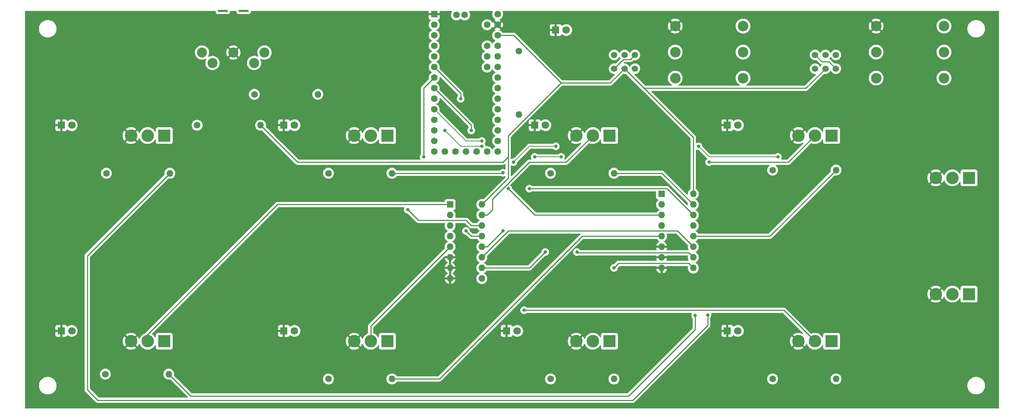
<source format=gbr>
%TF.GenerationSoftware,KiCad,Pcbnew,(6.0.10)*%
%TF.CreationDate,2022-12-27T19:09:38+01:00*%
%TF.ProjectId,BigFoot,42696746-6f6f-4742-9e6b-696361645f70,rev?*%
%TF.SameCoordinates,PX19dd180PY7e44380*%
%TF.FileFunction,Copper,L2,Bot*%
%TF.FilePolarity,Positive*%
%FSLAX46Y46*%
G04 Gerber Fmt 4.6, Leading zero omitted, Abs format (unit mm)*
G04 Created by KiCad (PCBNEW (6.0.10)) date 2022-12-27 19:09:38*
%MOMM*%
%LPD*%
G01*
G04 APERTURE LIST*
%TA.AperFunction,ComponentPad*%
%ADD10C,1.600000*%
%TD*%
%TA.AperFunction,ComponentPad*%
%ADD11O,1.600000X1.600000*%
%TD*%
%TA.AperFunction,ComponentPad*%
%ADD12R,1.800000X1.800000*%
%TD*%
%TA.AperFunction,ComponentPad*%
%ADD13C,1.800000*%
%TD*%
%TA.AperFunction,ComponentPad*%
%ADD14R,3.000000X3.000000*%
%TD*%
%TA.AperFunction,ComponentPad*%
%ADD15C,3.000000*%
%TD*%
%TA.AperFunction,ComponentPad*%
%ADD16C,2.524000*%
%TD*%
%TA.AperFunction,ComponentPad*%
%ADD17C,1.524000*%
%TD*%
%TA.AperFunction,ComponentPad*%
%ADD18R,1.600000X1.600000*%
%TD*%
%TA.AperFunction,ComponentPad*%
%ADD19C,2.400000*%
%TD*%
%TA.AperFunction,ComponentPad*%
%ADD20R,2.400000X0.500000*%
%TD*%
%TA.AperFunction,ViaPad*%
%ADD21C,0.800000*%
%TD*%
%TA.AperFunction,Conductor*%
%ADD22C,0.200000*%
%TD*%
%TA.AperFunction,Conductor*%
%ADD23C,0.250000*%
%TD*%
G04 APERTURE END LIST*
D10*
%TO.P,R3,1*%
%TO.N,Net-(LedSW0-Pad2)*%
X20080000Y57040000D03*
D11*
%TO.P,R3,2*%
%TO.N,Net-(R3-Pad2)*%
X35320000Y57040000D03*
%TD*%
D12*
%TO.P,LedSW4,1,K*%
%TO.N,GND*%
X9225000Y19160000D03*
D13*
%TO.P,LedSW4,2,A*%
%TO.N,Net-(LedSW4-Pad2)*%
X11765000Y19160000D03*
%TD*%
D12*
%TO.P,LedSW3,1,K*%
%TO.N,GND*%
X169225000Y68580000D03*
D13*
%TO.P,LedSW3,2,A*%
%TO.N,Net-(LedSW3-Pad2)*%
X171765000Y68580000D03*
%TD*%
D10*
%TO.P,R7,1*%
%TO.N,Net-(LedSW1-Pad2)*%
X73420000Y57040000D03*
D11*
%TO.P,R7,2*%
%TO.N,Net-(R7-Pad2)*%
X88660000Y57040000D03*
%TD*%
D14*
%TO.P,FootSwitch7,1,A*%
%TO.N,unconnected-(FootSwitch7-Pad1)*%
X194260000Y16660000D03*
D15*
%TO.P,FootSwitch7,2,B*%
%TO.N,Net-(FootSwitch7-Pad2)*%
X190260000Y16664997D03*
%TO.P,FootSwitch7,3,C*%
%TO.N,GND*%
X186260000Y16660000D03*
%TD*%
D16*
%TO.P,ExprPedalJack1,R*%
%TO.N,Net-(ExprPedalJack1-PadR)*%
X204970000Y86147500D03*
%TO.P,ExprPedalJack1,RN*%
%TO.N,N/C*%
X221270000Y86147500D03*
%TO.P,ExprPedalJack1,S*%
%TO.N,GND*%
X204970000Y92397500D03*
%TO.P,ExprPedalJack1,SN*%
%TO.N,N/C*%
X221270000Y92397500D03*
%TO.P,ExprPedalJack1,T*%
%TO.N,Net-(ExprPedalJack1-PadT)*%
X204970000Y79897500D03*
%TO.P,ExprPedalJack1,TN*%
%TO.N,N/C*%
X221270000Y79897500D03*
%TD*%
D10*
%TO.P,R10,1*%
%TO.N,Net-(LedSW7-Pad2)*%
X180100000Y7620000D03*
D11*
%TO.P,R10,2*%
%TO.N,Net-(R10-Pad2)*%
X195340000Y7620000D03*
%TD*%
D17*
%TO.P,TRS/RTS_Switch2,1,A*%
%TO.N,Net-(ExprPedalJack2-PadT)*%
X142040000Y85470000D03*
%TO.P,TRS/RTS_Switch2,2,B*%
%TO.N,ExprPedal2*%
X144540000Y85470000D03*
%TO.P,TRS/RTS_Switch2,3,C*%
%TO.N,Net-(ExprPedalJack2-PadR)*%
X147040000Y85470000D03*
%TO.P,TRS/RTS_Switch2,4,A*%
X142040000Y82170000D03*
%TO.P,TRS/RTS_Switch2,5,B*%
%TO.N,+3.3V*%
X144540000Y82170000D03*
%TO.P,TRS/RTS_Switch2,6,C*%
%TO.N,Net-(ExprPedalJack2-PadT)*%
X147040000Y82170000D03*
%TD*%
D12*
%TO.P,LedSW2,1,K*%
%TO.N,GND*%
X122975000Y68580000D03*
D13*
%TO.P,LedSW2,2,A*%
%TO.N,Net-(LedSW2-Pad2)*%
X125515000Y68580000D03*
%TD*%
D10*
%TO.P,R9,1*%
%TO.N,Net-(LedSW5-Pad2)*%
X73420000Y7620000D03*
D11*
%TO.P,R9,2*%
%TO.N,Net-(R9-Pad2)*%
X88660000Y7620000D03*
%TD*%
D10*
%TO.P,R11,1*%
%TO.N,Net-(StateLED1-Pad2)*%
X119140000Y86360000D03*
D11*
%TO.P,R11,2*%
%TO.N,Net-(R11-Pad2)*%
X119140000Y71120000D03*
%TD*%
D12*
%TO.P,LedSW1,1,K*%
%TO.N,GND*%
X62725000Y68580000D03*
D13*
%TO.P,LedSW1,2,A*%
%TO.N,Net-(LedSW1-Pad2)*%
X65265000Y68580000D03*
%TD*%
D10*
%TO.P,R8,1*%
%TO.N,Net-(LedSW3-Pad2)*%
X180100000Y57802000D03*
D11*
%TO.P,R8,2*%
%TO.N,Net-(R8-Pad2)*%
X195340000Y57802000D03*
%TD*%
D10*
%TO.P,R6,1*%
%TO.N,Net-(LedSW6-Pad2)*%
X126760000Y7620000D03*
D11*
%TO.P,R6,2*%
%TO.N,Net-(R6-Pad2)*%
X142000000Y7620000D03*
%TD*%
D14*
%TO.P,FootSwitch0,1,A*%
%TO.N,unconnected-(FootSwitch0-Pad1)*%
X33986000Y66080000D03*
D15*
%TO.P,FootSwitch0,2,B*%
%TO.N,Net-(FootSwitch0-Pad2)*%
X29986000Y66084997D03*
%TO.P,FootSwitch0,3,C*%
%TO.N,GND*%
X25986000Y66080000D03*
%TD*%
D14*
%TO.P,BankSwitch+1,1,A*%
%TO.N,unconnected-(BankSwitch+1-Pad1)*%
X227280000Y55920000D03*
D15*
%TO.P,BankSwitch+1,2,B*%
%TO.N,Bank+*%
X223280000Y55924997D03*
%TO.P,BankSwitch+1,3,C*%
%TO.N,GND*%
X219280000Y55920000D03*
%TD*%
D12*
%TO.P,StateLED1,1,K*%
%TO.N,GND*%
X128000000Y91440000D03*
D13*
%TO.P,StateLED1,2,A*%
%TO.N,Net-(StateLED1-Pad2)*%
X130540000Y91440000D03*
%TD*%
D12*
%TO.P,LedSW7,1,K*%
%TO.N,GND*%
X169225000Y19160000D03*
D13*
%TO.P,LedSW7,2,A*%
%TO.N,Net-(LedSW7-Pad2)*%
X171765000Y19160000D03*
%TD*%
D14*
%TO.P,BankSwith-1,1,A*%
%TO.N,unconnected-(BankSwith-1-Pad1)*%
X227280000Y27980000D03*
D15*
%TO.P,BankSwith-1,2,B*%
%TO.N,Bank-*%
X223280000Y27984997D03*
%TO.P,BankSwith-1,3,C*%
%TO.N,GND*%
X219280000Y27980000D03*
%TD*%
D14*
%TO.P,FootSwitch4,1,A*%
%TO.N,unconnected-(FootSwitch4-Pad1)*%
X33986000Y16660000D03*
D15*
%TO.P,FootSwitch4,2,B*%
%TO.N,Net-(FootSwitch4-Pad2)*%
X29986000Y16664997D03*
%TO.P,FootSwitch4,3,C*%
%TO.N,GND*%
X25986000Y16660000D03*
%TD*%
D10*
%TO.P,R1,1*%
%TO.N,Net-(MidiOut1-Pad4)*%
X41880000Y68580000D03*
D11*
%TO.P,R1,2*%
%TO.N,+3.3V*%
X57120000Y68580000D03*
%TD*%
D10*
%TO.P,R2,1*%
%TO.N,Net-(MidiOut1-Pad5)*%
X55630000Y76000000D03*
D11*
%TO.P,R2,2*%
%TO.N,MidiOut*%
X70870000Y76000000D03*
%TD*%
D12*
%TO.P,LedSW0,1,K*%
%TO.N,GND*%
X9225000Y68580000D03*
D13*
%TO.P,LedSW0,2,A*%
%TO.N,Net-(LedSW0-Pad2)*%
X11765000Y68580000D03*
%TD*%
D16*
%TO.P,ExprPedalJack2,R*%
%TO.N,Net-(ExprPedalJack2-PadR)*%
X156710000Y86147500D03*
%TO.P,ExprPedalJack2,RN*%
%TO.N,N/C*%
X173010000Y86147500D03*
%TO.P,ExprPedalJack2,S*%
%TO.N,GND*%
X156710000Y92397500D03*
%TO.P,ExprPedalJack2,SN*%
%TO.N,N/C*%
X173010000Y92397500D03*
%TO.P,ExprPedalJack2,T*%
%TO.N,Net-(ExprPedalJack2-PadT)*%
X156710000Y79897500D03*
%TO.P,ExprPedalJack2,TN*%
%TO.N,N/C*%
X173010000Y79897500D03*
%TD*%
D18*
%TO.P,U1,1,A4*%
%TO.N,Net-(FootSwitch4-Pad2)*%
X102640000Y49515000D03*
D11*
%TO.P,U1,2,A6*%
%TO.N,Net-(FootSwitch6-Pad2)*%
X102640000Y46975000D03*
%TO.P,U1,3,A*%
%TO.N,FootSwitches*%
X102640000Y44435000D03*
%TO.P,U1,4,A7*%
%TO.N,Net-(FootSwitch7-Pad2)*%
X102640000Y41895000D03*
%TO.P,U1,5,A5*%
%TO.N,Net-(FootSwitch5-Pad2)*%
X102640000Y39355000D03*
%TO.P,U1,6,~{E}*%
%TO.N,GND*%
X102640000Y36815000D03*
%TO.P,U1,7,VEE*%
X102640000Y34275000D03*
%TO.P,U1,8,GND*%
X102640000Y31735000D03*
%TO.P,U1,9,S2*%
%TO.N,S2*%
X110260000Y31735000D03*
%TO.P,U1,10,S1*%
%TO.N,S1*%
X110260000Y34275000D03*
%TO.P,U1,11,S0*%
%TO.N,S0*%
X110260000Y36815000D03*
%TO.P,U1,12,A3*%
%TO.N,Net-(FootSwitch3-Pad2)*%
X110260000Y39355000D03*
%TO.P,U1,13,A0*%
%TO.N,Net-(FootSwitch0-Pad2)*%
X110260000Y41895000D03*
%TO.P,U1,14,A1*%
%TO.N,Net-(FootSwitch1-Pad2)*%
X110260000Y44435000D03*
%TO.P,U1,15,A2*%
%TO.N,Net-(FootSwitch2-Pad2)*%
X110260000Y46975000D03*
%TO.P,U1,16,VCC*%
%TO.N,+3.3V*%
X110260000Y49515000D03*
%TD*%
D17*
%TO.P,TRS/RTS_Switch1,1,A*%
%TO.N,Net-(ExprPedalJack1-PadT)*%
X190300000Y85470000D03*
%TO.P,TRS/RTS_Switch1,2,B*%
%TO.N,ExprPedal1*%
X192800000Y85470000D03*
%TO.P,TRS/RTS_Switch1,3,C*%
%TO.N,Net-(ExprPedalJack1-PadR)*%
X195300000Y85470000D03*
%TO.P,TRS/RTS_Switch1,4,A*%
X190300000Y82170000D03*
%TO.P,TRS/RTS_Switch1,5,B*%
%TO.N,+3.3V*%
X192800000Y82170000D03*
%TO.P,TRS/RTS_Switch1,6,C*%
%TO.N,Net-(ExprPedalJack1-PadT)*%
X195300000Y82170000D03*
%TD*%
D14*
%TO.P,FootSwitch2,1,A*%
%TO.N,unconnected-(FootSwitch2-Pad1)*%
X140920000Y66080000D03*
D15*
%TO.P,FootSwitch2,2,B*%
%TO.N,Net-(FootSwitch2-Pad2)*%
X136920000Y66084997D03*
%TO.P,FootSwitch2,3,C*%
%TO.N,GND*%
X132920000Y66080000D03*
%TD*%
D12*
%TO.P,LedSW5,1,K*%
%TO.N,GND*%
X62725000Y19160000D03*
D13*
%TO.P,LedSW5,2,A*%
%TO.N,Net-(LedSW5-Pad2)*%
X65265000Y19160000D03*
%TD*%
D14*
%TO.P,FootSwitch3,1,A*%
%TO.N,unconnected-(FootSwitch3-Pad1)*%
X194260000Y66080000D03*
D15*
%TO.P,FootSwitch3,2,B*%
%TO.N,Net-(FootSwitch3-Pad2)*%
X190260000Y66084997D03*
%TO.P,FootSwitch3,3,C*%
%TO.N,GND*%
X186260000Y66080000D03*
%TD*%
D12*
%TO.P,LedSW6,1,K*%
%TO.N,GND*%
X116225000Y19160000D03*
D13*
%TO.P,LedSW6,2,A*%
%TO.N,Net-(LedSW6-Pad2)*%
X118765000Y19160000D03*
%TD*%
D19*
%TO.P,MidiOut1,1*%
%TO.N,unconnected-(MidiOut1-Pad1)*%
X43060000Y86037500D03*
%TO.P,MidiOut1,2*%
%TO.N,GND*%
X50560000Y86037500D03*
%TO.P,MidiOut1,3*%
%TO.N,unconnected-(MidiOut1-Pad3)*%
X58060000Y86037500D03*
%TO.P,MidiOut1,4*%
%TO.N,Net-(MidiOut1-Pad4)*%
X45560000Y83537500D03*
%TO.P,MidiOut1,5*%
%TO.N,Net-(MidiOut1-Pad5)*%
X55560000Y83537500D03*
D20*
%TO.P,MidiOut1,PAD*%
%TO.N,N/C*%
X48060000Y96037500D03*
X53060000Y96037500D03*
%TD*%
D18*
%TO.P,U2,1,A4*%
%TO.N,Net-(R5-Pad2)*%
X153440000Y52055000D03*
D11*
%TO.P,U2,2,A6*%
%TO.N,Net-(R6-Pad2)*%
X153440000Y49515000D03*
%TO.P,U2,3,A*%
%TO.N,LEDs*%
X153440000Y46975000D03*
%TO.P,U2,4,A7*%
%TO.N,Net-(R10-Pad2)*%
X153440000Y44435000D03*
%TO.P,U2,5,A5*%
%TO.N,Net-(R9-Pad2)*%
X153440000Y41895000D03*
%TO.P,U2,6,~{E}*%
%TO.N,GND*%
X153440000Y39355000D03*
%TO.P,U2,7,VEE*%
X153440000Y36815000D03*
%TO.P,U2,8,GND*%
X153440000Y34275000D03*
%TO.P,U2,9,S2*%
%TO.N,S2*%
X161060000Y34275000D03*
%TO.P,U2,10,S1*%
%TO.N,S1*%
X161060000Y36815000D03*
%TO.P,U2,11,S0*%
%TO.N,S0*%
X161060000Y39355000D03*
%TO.P,U2,12,A3*%
%TO.N,Net-(R8-Pad2)*%
X161060000Y41895000D03*
%TO.P,U2,13,A0*%
%TO.N,Net-(R3-Pad2)*%
X161060000Y44435000D03*
%TO.P,U2,14,A1*%
%TO.N,Net-(R7-Pad2)*%
X161060000Y46975000D03*
%TO.P,U2,15,A2*%
%TO.N,Net-(R4-Pad2)*%
X161060000Y49515000D03*
%TO.P,U2,16,VCC*%
%TO.N,+3.3V*%
X161060000Y52055000D03*
%TD*%
D10*
%TO.P,R4,1*%
%TO.N,Net-(LedSW2-Pad2)*%
X126760000Y57040000D03*
D11*
%TO.P,R4,2*%
%TO.N,Net-(R4-Pad2)*%
X142000000Y57040000D03*
%TD*%
D14*
%TO.P,FootSwitch5,1,A*%
%TO.N,unconnected-(FootSwitch5-Pad1)*%
X87580000Y16660000D03*
D15*
%TO.P,FootSwitch5,2,B*%
%TO.N,Net-(FootSwitch5-Pad2)*%
X83580000Y16664997D03*
%TO.P,FootSwitch5,3,C*%
%TO.N,GND*%
X79580000Y16660000D03*
%TD*%
D18*
%TO.P,U3,1,GND*%
%TO.N,GND*%
X98820000Y95250000D03*
D10*
%TO.P,U3,2,0_RX1_MOSI1_Touch*%
%TO.N,unconnected-(U3-Pad2)*%
X98820000Y92710000D03*
%TO.P,U3,3,1_TX1_MISO1_Touch*%
%TO.N,MidiOut*%
X98820000Y90170000D03*
%TO.P,U3,4,2*%
%TO.N,S0*%
X98820000Y87630000D03*
%TO.P,U3,5,3_RX1_PWM_Touch*%
%TO.N,S1*%
X98820000Y85090000D03*
%TO.P,U3,6,4_TX1_PWM_Touch*%
%TO.N,S2*%
X98820000Y82550000D03*
%TO.P,U3,7,5_TX1_MISO1*%
%TO.N,FootSwitches*%
X98820000Y80010000D03*
%TO.P,U3,8,6_RX3_CS1_PWM*%
%TO.N,LEDs*%
X98820000Y77470000D03*
%TO.P,U3,9,7_RX3_MOSI0*%
%TO.N,Bank+*%
X98820000Y74930000D03*
%TO.P,U3,10,8_TX3_MISO0*%
%TO.N,Bank-*%
X98820000Y72390000D03*
%TO.P,U3,11,9_RX2_PWM*%
%TO.N,unconnected-(U3-Pad11)*%
X98820000Y69850000D03*
%TO.P,U3,12,10_TX2_CS0_PWM*%
%TO.N,unconnected-(U3-Pad12)*%
X98820000Y67310000D03*
%TO.P,U3,13,11_MOSI0*%
%TO.N,unconnected-(U3-Pad13)*%
X98820000Y64770000D03*
%TO.P,U3,14,12_MISO0*%
%TO.N,unconnected-(U3-Pad14)*%
X98820000Y62230000D03*
%TO.P,U3,15,17_Vin*%
%TO.N,unconnected-(U3-Pad15)*%
X101360000Y62230000D03*
%TO.P,U3,16,3.3V*%
%TO.N,unconnected-(U3-Pad16)*%
X103900000Y62230000D03*
%TO.P,U3,17,GND*%
%TO.N,unconnected-(U3-Pad17)*%
X106440000Y62230000D03*
%TO.P,U3,18,Program*%
%TO.N,unconnected-(U3-Pad18)*%
X108980000Y62230000D03*
%TO.P,U3,19,26_A12/DAC*%
%TO.N,unconnected-(U3-Pad19)*%
X111520000Y62230000D03*
%TO.P,U3,20,13_LED_SCK0*%
%TO.N,Net-(R11-Pad2)*%
X114060000Y62230000D03*
%TO.P,U3,21,14_A0_SCK0*%
%TO.N,ExprPedal1*%
X114060000Y64770000D03*
%TO.P,U3,22,15_A1_Touch*%
%TO.N,ExprPedal2*%
X114060000Y67310000D03*
%TO.P,U3,23,16_A2_SCL0_PWM_Touch*%
%TO.N,unconnected-(U3-Pad23)*%
X114060000Y69850000D03*
%TO.P,U3,24,17_A3_SDA0_PWM_Touch*%
%TO.N,unconnected-(U3-Pad24)*%
X114060000Y72390000D03*
%TO.P,U3,25,18_A4_SDA0_Touch*%
%TO.N,unconnected-(U3-Pad25)*%
X114060000Y74930000D03*
%TO.P,U3,26,19_A5_SCL0_Touch*%
%TO.N,unconnected-(U3-Pad26)*%
X114060000Y77470000D03*
%TO.P,U3,27,20_A6_SCK1_PWM_TX3*%
%TO.N,unconnected-(U3-Pad27)*%
X114060000Y80010000D03*
%TO.P,U3,28,21_A7_MOSI1_RX1*%
%TO.N,unconnected-(U3-Pad28)*%
X114060000Y82550000D03*
%TO.P,U3,29,22_A8_SCL1_PWM_Touch*%
%TO.N,unconnected-(U3-Pad29)*%
X114060000Y85090000D03*
%TO.P,U3,30,23_A9_SDA1_PWM_Touch*%
%TO.N,unconnected-(U3-Pad30)*%
X114060000Y87630000D03*
%TO.P,U3,31,3.3V*%
%TO.N,+3.3V*%
X114060000Y90170000D03*
%TO.P,U3,32,GND*%
%TO.N,GND*%
X114060000Y92710000D03*
%TO.P,U3,33,Vin*%
%TO.N,unconnected-(U3-Pad33)*%
X114060000Y95250000D03*
%TO.P,U3,34,VUSB*%
%TO.N,unconnected-(U3-Pad34)*%
X111520000Y92710000D03*
%TO.P,U3,35,AREF*%
%TO.N,unconnected-(U3-Pad35)*%
X111520000Y87630000D03*
%TO.P,U3,36,24_A10*%
%TO.N,unconnected-(U3-Pad36)*%
X111520000Y85090000D03*
%TO.P,U3,37,25_A11*%
%TO.N,unconnected-(U3-Pad37)*%
X111520000Y82550000D03*
%TO.P,U3,39,D+*%
%TO.N,unconnected-(U3-Pad39)*%
X104154000Y95072200D03*
%TO.P,U3,40,D-*%
%TO.N,unconnected-(U3-Pad40)*%
X106135200Y95072200D03*
%TD*%
D14*
%TO.P,FootSwitch1,1,A*%
%TO.N,unconnected-(FootSwitch1-Pad1)*%
X87580000Y66080000D03*
D15*
%TO.P,FootSwitch1,2,B*%
%TO.N,Net-(FootSwitch1-Pad2)*%
X83580000Y66084997D03*
%TO.P,FootSwitch1,3,C*%
%TO.N,GND*%
X79580000Y66080000D03*
%TD*%
D14*
%TO.P,FootSwitch6,1,A*%
%TO.N,unconnected-(FootSwitch6-Pad1)*%
X140920000Y16660000D03*
D15*
%TO.P,FootSwitch6,2,B*%
%TO.N,Net-(FootSwitch6-Pad2)*%
X136920000Y16664997D03*
%TO.P,FootSwitch6,3,C*%
%TO.N,GND*%
X132920000Y16660000D03*
%TD*%
D10*
%TO.P,R5,1*%
%TO.N,Net-(LedSW4-Pad2)*%
X19826000Y8780000D03*
D11*
%TO.P,R5,2*%
%TO.N,Net-(R5-Pad2)*%
X35066000Y8780000D03*
%TD*%
D21*
%TO.N,Bank+*%
X128030000Y63500000D03*
X162320000Y63500000D03*
X117870000Y59690000D03*
X181370000Y60960000D03*
X101360000Y67310000D03*
X110250000Y63500000D03*
%TO.N,Bank-*%
X110250000Y64770000D03*
X129300000Y60960000D03*
X122950000Y60960000D03*
%TO.N,Net-(FootSwitch0-Pad2)*%
X106440000Y43180000D03*
%TO.N,Net-(FootSwitch1-Pad2)*%
X92470000Y48260000D03*
%TO.N,Net-(FootSwitch3-Pad2)*%
X115330000Y43180000D03*
X164860000Y59690000D03*
%TO.N,Net-(FootSwitch7-Pad2)*%
X120410000Y24130000D03*
%TO.N,Net-(R3-Pad2)*%
X164500000Y23000000D03*
%TO.N,Net-(R5-Pad2)*%
X161500000Y22860000D03*
%TO.N,Net-(R7-Pad2)*%
X121680000Y53340000D03*
X115330000Y57150000D03*
%TO.N,FootSwitches*%
X96280000Y60960000D03*
%TO.N,S2*%
X142000000Y34290000D03*
X105170000Y74930000D03*
%TO.N,S1*%
X133110000Y38100000D03*
X125490000Y38100000D03*
%TO.N,LEDs*%
X116600000Y53340000D03*
X107710000Y67310000D03*
%TD*%
D22*
%TO.N,Bank+*%
X105170000Y63500000D02*
X101360000Y67310000D01*
X121680000Y63500000D02*
X117870000Y59690000D01*
X181370000Y60960000D02*
X164860000Y60960000D01*
X110250000Y63500000D02*
X105170000Y63500000D01*
X164860000Y60960000D02*
X162320000Y63500000D01*
X128030000Y63500000D02*
X121680000Y63500000D01*
%TO.N,Bank-*%
X110250000Y64770000D02*
X106440000Y64770000D01*
X106440000Y64770000D02*
X98820000Y72390000D01*
X129300000Y60960000D02*
X122950000Y60960000D01*
D23*
%TO.N,Net-(ExprPedalJack1-PadT)*%
X191950000Y83820000D02*
X193650000Y83820000D01*
X190300000Y85470000D02*
X191950000Y83820000D01*
X193650000Y83820000D02*
X195300000Y82170000D01*
%TO.N,Net-(ExprPedalJack2-PadR)*%
X145953000Y84383000D02*
X147040000Y85470000D01*
X144253000Y84383000D02*
X145953000Y84383000D01*
X142040000Y82170000D02*
X144253000Y84383000D01*
%TO.N,Net-(FootSwitch0-Pad2)*%
X106440000Y43180000D02*
X107725000Y41895000D01*
X107725000Y41895000D02*
X110260000Y41895000D01*
%TO.N,Net-(FootSwitch1-Pad2)*%
X106440000Y45720000D02*
X107725000Y44435000D01*
X107725000Y44435000D02*
X110260000Y44435000D01*
X92470000Y48260000D02*
X95010000Y45720000D01*
X95010000Y45720000D02*
X106440000Y45720000D01*
%TO.N,Net-(FootSwitch2-Pad2)*%
X121680000Y59690000D02*
X112790000Y50800000D01*
X130525003Y59690000D02*
X121680000Y59690000D01*
X136920000Y66084997D02*
X130525003Y59690000D01*
X112790000Y50800000D02*
X112790000Y48260000D01*
X111505000Y46975000D02*
X110260000Y46975000D01*
X112790000Y48260000D02*
X111505000Y46975000D01*
%TO.N,Net-(FootSwitch3-Pad2)*%
X111505000Y39355000D02*
X110260000Y39355000D01*
X190260000Y66084997D02*
X183865003Y59690000D01*
X183865003Y59690000D02*
X164860000Y59690000D01*
X115330000Y43180000D02*
X111505000Y39355000D01*
%TO.N,Net-(FootSwitch4-Pad2)*%
X29478000Y16664997D02*
X29478000Y17824998D01*
X29478000Y17824998D02*
X61168003Y49515000D01*
X61168003Y49515000D02*
X102640000Y49515000D01*
%TO.N,Net-(FootSwitch5-Pad2)*%
X83580000Y20295000D02*
X102640000Y39355000D01*
X83580000Y16664997D02*
X83580000Y20295000D01*
%TO.N,Net-(FootSwitch7-Pad2)*%
X190260000Y16664997D02*
X182794997Y24130000D01*
X182794997Y24130000D02*
X164860000Y24130000D01*
X164860000Y24130000D02*
X120410000Y24130000D01*
%TO.N,+3.3V*%
X149240000Y77470000D02*
X188100000Y77470000D01*
X66010000Y59690000D02*
X115330000Y59690000D01*
X116600000Y66040000D02*
X116600000Y55855000D01*
X129300000Y78740000D02*
X141110000Y78740000D01*
X114060000Y90170000D02*
X117870000Y90170000D01*
X116600000Y55855000D02*
X110260000Y49515000D01*
X57120000Y68580000D02*
X66010000Y59690000D01*
X149240000Y77470000D02*
X161060000Y65650000D01*
X117870000Y90170000D02*
X129300000Y78740000D01*
X141110000Y78740000D02*
X144540000Y82170000D01*
X115330000Y59690000D02*
X116600000Y60960000D01*
X161060000Y65650000D02*
X161060000Y52055000D01*
X188100000Y77470000D02*
X192800000Y82170000D01*
X129300000Y78740000D02*
X116600000Y66040000D01*
X144540000Y82170000D02*
X149240000Y77470000D01*
%TO.N,Net-(R3-Pad2)*%
X164500000Y20500000D02*
X164500000Y23000000D01*
X146500000Y2500000D02*
X164500000Y20500000D01*
X15500000Y5000000D02*
X18000000Y2500000D01*
X35320000Y57040000D02*
X15500000Y37220000D01*
X18000000Y2500000D02*
X146500000Y2500000D01*
X15500000Y37220000D02*
X15500000Y5000000D01*
%TO.N,Net-(R4-Pad2)*%
X153535000Y57040000D02*
X161060000Y49515000D01*
X142000000Y57040000D02*
X153535000Y57040000D01*
%TO.N,Net-(R5-Pad2)*%
X145500000Y3500000D02*
X161500000Y19500000D01*
X40346000Y3500000D02*
X145500000Y3500000D01*
X161500000Y19500000D02*
X161500000Y22860000D01*
X35066000Y8780000D02*
X40346000Y3500000D01*
%TO.N,Net-(R7-Pad2)*%
X154695000Y53340000D02*
X161060000Y46975000D01*
X115220000Y57040000D02*
X115330000Y57150000D01*
X121680000Y53340000D02*
X154695000Y53340000D01*
X88660000Y57040000D02*
X115220000Y57040000D01*
%TO.N,Net-(R8-Pad2)*%
X179433000Y41895000D02*
X195340000Y57802000D01*
X161060000Y41895000D02*
X179433000Y41895000D01*
%TO.N,Net-(R9-Pad2)*%
X100090000Y7620000D02*
X134365000Y41895000D01*
X134365000Y41895000D02*
X153440000Y41895000D01*
X88660000Y7620000D02*
X100090000Y7620000D01*
%TO.N,FootSwitches*%
X98820000Y80010000D02*
X96280000Y77470000D01*
X96280000Y77470000D02*
X96280000Y60960000D01*
%TO.N,S2*%
X105170000Y76200000D02*
X98820000Y82550000D01*
X143110000Y35400000D02*
X159935000Y35400000D01*
X142000000Y34290000D02*
X143110000Y35400000D01*
X105170000Y74930000D02*
X105170000Y76200000D01*
X159935000Y35400000D02*
X161060000Y34275000D01*
%TO.N,S1*%
X133270000Y37940000D02*
X133110000Y38100000D01*
X121665000Y34275000D02*
X110260000Y34275000D01*
X161060000Y36815000D02*
X159935000Y37940000D01*
X125490000Y38100000D02*
X121665000Y34275000D01*
X159935000Y37940000D02*
X133270000Y37940000D01*
%TO.N,S0*%
X157235000Y43180000D02*
X161060000Y39355000D01*
X110260000Y36815000D02*
X116625000Y43180000D01*
X116625000Y43180000D02*
X157235000Y43180000D01*
%TO.N,LEDs*%
X153440000Y46975000D02*
X122965000Y46975000D01*
X122965000Y46975000D02*
X116600000Y53340000D01*
X107710000Y68580000D02*
X98820000Y77470000D01*
X107710000Y67310000D02*
X107710000Y68580000D01*
%TD*%
%TA.AperFunction,Conductor*%
%TO.N,GND*%
G36*
X46293621Y95991498D02*
G01*
X46340114Y95937842D01*
X46351500Y95885500D01*
X46351500Y95739366D01*
X46358255Y95677184D01*
X46409385Y95540795D01*
X46496739Y95424239D01*
X46613295Y95336885D01*
X46749684Y95285755D01*
X46811866Y95279000D01*
X49308134Y95279000D01*
X49370316Y95285755D01*
X49506705Y95336885D01*
X49623261Y95424239D01*
X49710615Y95540795D01*
X49761745Y95677184D01*
X49768500Y95739366D01*
X49768500Y95885500D01*
X49788502Y95953621D01*
X49842158Y96000114D01*
X49894500Y96011500D01*
X51225500Y96011500D01*
X51293621Y95991498D01*
X51340114Y95937842D01*
X51351500Y95885500D01*
X51351500Y95739366D01*
X51358255Y95677184D01*
X51409385Y95540795D01*
X51496739Y95424239D01*
X51613295Y95336885D01*
X51749684Y95285755D01*
X51811866Y95279000D01*
X54308134Y95279000D01*
X54370316Y95285755D01*
X54506705Y95336885D01*
X54623261Y95424239D01*
X54710615Y95540795D01*
X54761745Y95677184D01*
X54768500Y95739366D01*
X54768500Y95885500D01*
X54788502Y95953621D01*
X54842158Y96000114D01*
X54894500Y96011500D01*
X97386000Y96011500D01*
X97454121Y95991498D01*
X97500614Y95937842D01*
X97512000Y95885500D01*
X97512000Y95522115D01*
X97516475Y95506876D01*
X97517865Y95505671D01*
X97525548Y95504000D01*
X100109884Y95504000D01*
X100125123Y95508475D01*
X100126328Y95509865D01*
X100127999Y95517548D01*
X100127999Y95885500D01*
X100148001Y95953621D01*
X100201657Y96000114D01*
X100253999Y96011500D01*
X102972278Y96011500D01*
X103040399Y95991498D01*
X103086892Y95937842D01*
X103096996Y95867568D01*
X103075491Y95813230D01*
X103016477Y95728949D01*
X103014154Y95723967D01*
X103014151Y95723962D01*
X102928740Y95540795D01*
X102919716Y95521443D01*
X102918294Y95516135D01*
X102918293Y95516133D01*
X102870263Y95336885D01*
X102860457Y95300287D01*
X102840502Y95072200D01*
X102860457Y94844113D01*
X102919716Y94622957D01*
X102922039Y94617976D01*
X102922039Y94617975D01*
X103014151Y94420438D01*
X103014154Y94420433D01*
X103016477Y94415451D01*
X103063953Y94347649D01*
X103133939Y94247699D01*
X103147802Y94227900D01*
X103309700Y94066002D01*
X103314208Y94062845D01*
X103314211Y94062843D01*
X103339544Y94045105D01*
X103497251Y93934677D01*
X103502233Y93932354D01*
X103502238Y93932351D01*
X103699775Y93840239D01*
X103704757Y93837916D01*
X103710065Y93836494D01*
X103710067Y93836493D01*
X103920598Y93780081D01*
X103920600Y93780081D01*
X103925913Y93778657D01*
X104154000Y93758702D01*
X104382087Y93778657D01*
X104387400Y93780081D01*
X104387402Y93780081D01*
X104597933Y93836493D01*
X104597935Y93836494D01*
X104603243Y93837916D01*
X104608225Y93840239D01*
X104805762Y93932351D01*
X104805767Y93932354D01*
X104810749Y93934677D01*
X104968456Y94045105D01*
X104993789Y94062843D01*
X104993792Y94062845D01*
X104998300Y94066002D01*
X105055505Y94123207D01*
X105117817Y94157233D01*
X105188632Y94152168D01*
X105233695Y94123207D01*
X105290900Y94066002D01*
X105295408Y94062845D01*
X105295411Y94062843D01*
X105320744Y94045105D01*
X105478451Y93934677D01*
X105483433Y93932354D01*
X105483438Y93932351D01*
X105680975Y93840239D01*
X105685957Y93837916D01*
X105691265Y93836494D01*
X105691267Y93836493D01*
X105901798Y93780081D01*
X105901800Y93780081D01*
X105907113Y93778657D01*
X106135200Y93758702D01*
X106363287Y93778657D01*
X106368600Y93780081D01*
X106368602Y93780081D01*
X106579133Y93836493D01*
X106579135Y93836494D01*
X106584443Y93837916D01*
X106589425Y93840239D01*
X106786962Y93932351D01*
X106786967Y93932354D01*
X106791949Y93934677D01*
X106949656Y94045105D01*
X106974989Y94062843D01*
X106974992Y94062845D01*
X106979500Y94066002D01*
X107141398Y94227900D01*
X107155262Y94247699D01*
X107225247Y94347649D01*
X107272723Y94415451D01*
X107275046Y94420433D01*
X107275049Y94420438D01*
X107367161Y94617975D01*
X107367161Y94617976D01*
X107369484Y94622957D01*
X107428743Y94844113D01*
X107448698Y95072200D01*
X107428743Y95300287D01*
X107418937Y95336885D01*
X107370907Y95516133D01*
X107370906Y95516135D01*
X107369484Y95521443D01*
X107360460Y95540795D01*
X107275049Y95723962D01*
X107275046Y95723967D01*
X107272723Y95728949D01*
X107213709Y95813230D01*
X107191021Y95880503D01*
X107208306Y95949363D01*
X107260075Y95997948D01*
X107316922Y96011500D01*
X112773543Y96011500D01*
X112841664Y95991498D01*
X112888157Y95937842D01*
X112898261Y95867568D01*
X112887738Y95832250D01*
X112842842Y95735969D01*
X112825716Y95699243D01*
X112824294Y95693935D01*
X112824293Y95693933D01*
X112776651Y95516133D01*
X112766457Y95478087D01*
X112746502Y95250000D01*
X112766457Y95021913D01*
X112767881Y95016600D01*
X112767881Y95016598D01*
X112777031Y94982452D01*
X112825716Y94800757D01*
X112828039Y94795776D01*
X112828039Y94795775D01*
X112920151Y94598238D01*
X112920154Y94598233D01*
X112922477Y94593251D01*
X112925634Y94588743D01*
X113050131Y94410943D01*
X113053802Y94405700D01*
X113215700Y94243802D01*
X113220208Y94240645D01*
X113220211Y94240643D01*
X113261195Y94211946D01*
X113403251Y94112477D01*
X113408233Y94110154D01*
X113408238Y94110151D01*
X113443049Y94093919D01*
X113496334Y94047002D01*
X113515795Y93978725D01*
X113495253Y93910765D01*
X113443049Y93865529D01*
X113408489Y93849414D01*
X113398994Y93843931D01*
X113346952Y93807491D01*
X113338576Y93797012D01*
X113345644Y93783566D01*
X114047188Y93082022D01*
X114061132Y93074408D01*
X114062965Y93074539D01*
X114069580Y93078790D01*
X114775077Y93784287D01*
X114781507Y93796062D01*
X114772211Y93808077D01*
X114758948Y93817364D01*
X155654549Y93817364D01*
X155659122Y93807588D01*
X156697188Y92769522D01*
X156711132Y92761908D01*
X156712965Y92762039D01*
X156719580Y92766290D01*
X157757041Y93803751D01*
X157763425Y93815441D01*
X157754013Y93827552D01*
X157614704Y93924195D01*
X157606669Y93928928D01*
X157379101Y94041152D01*
X157370468Y94044640D01*
X157128802Y94121998D01*
X157119751Y94124171D01*
X156869310Y94164958D01*
X156860021Y94165770D01*
X156606318Y94169091D01*
X156597006Y94168521D01*
X156345604Y94134307D01*
X156336468Y94132366D01*
X156092888Y94061368D01*
X156084145Y94058099D01*
X155853727Y93951875D01*
X155845572Y93947355D01*
X155663687Y93828106D01*
X155654549Y93817364D01*
X114758948Y93817364D01*
X114721006Y93843931D01*
X114711511Y93849414D01*
X114676951Y93865529D01*
X114623666Y93912446D01*
X114604205Y93980723D01*
X114624747Y94048683D01*
X114676951Y94093919D01*
X114711762Y94110151D01*
X114711767Y94110154D01*
X114716749Y94112477D01*
X114858805Y94211946D01*
X114899789Y94240643D01*
X114899792Y94240645D01*
X114904300Y94243802D01*
X115066198Y94405700D01*
X115069870Y94410943D01*
X115194366Y94588743D01*
X115197523Y94593251D01*
X115199846Y94598233D01*
X115199849Y94598238D01*
X115291961Y94795775D01*
X115291961Y94795776D01*
X115294284Y94800757D01*
X115342970Y94982452D01*
X115352119Y95016598D01*
X115352119Y95016600D01*
X115353543Y95021913D01*
X115373498Y95250000D01*
X115353543Y95478087D01*
X115343349Y95516133D01*
X115295707Y95693933D01*
X115295706Y95693935D01*
X115294284Y95699243D01*
X115277159Y95735969D01*
X115232262Y95832250D01*
X115221601Y95902442D01*
X115250581Y95967255D01*
X115310001Y96006111D01*
X115346457Y96011500D01*
X234365500Y96011500D01*
X234433621Y95991498D01*
X234480114Y95937842D01*
X234491500Y95885500D01*
X234491500Y634500D01*
X234471498Y566379D01*
X234417842Y519886D01*
X234365500Y508500D01*
X634500Y508500D01*
X566379Y528502D01*
X519886Y582158D01*
X508500Y634500D01*
X508500Y5867297D01*
X3890743Y5867297D01*
X3928268Y5582266D01*
X4004129Y5304964D01*
X4005813Y5301016D01*
X4105670Y5066907D01*
X4116923Y5040524D01*
X4264561Y4793839D01*
X4444313Y4569472D01*
X4652851Y4371577D01*
X4886317Y4203814D01*
X4890112Y4201805D01*
X4890113Y4201804D01*
X4911869Y4190285D01*
X5140392Y4069288D01*
X5410373Y3970489D01*
X5691264Y3909245D01*
X5719841Y3906996D01*
X5914282Y3891693D01*
X5914291Y3891693D01*
X5916739Y3891500D01*
X6072271Y3891500D01*
X6074407Y3891646D01*
X6074418Y3891646D01*
X6282548Y3905835D01*
X6282554Y3905836D01*
X6286825Y3906127D01*
X6291020Y3906996D01*
X6291022Y3906996D01*
X6427584Y3935277D01*
X6568342Y3964426D01*
X6839343Y4060393D01*
X7094812Y4192250D01*
X7098313Y4194711D01*
X7098317Y4194713D01*
X7212417Y4274904D01*
X7330023Y4357559D01*
X7516585Y4530923D01*
X7537479Y4550339D01*
X7537481Y4550342D01*
X7540622Y4553260D01*
X7722713Y4775732D01*
X7872927Y5020858D01*
X7988483Y5284102D01*
X8067244Y5560594D01*
X8107751Y5845216D01*
X8107845Y5863049D01*
X8109235Y6128417D01*
X8109235Y6128424D01*
X8109257Y6132703D01*
X8071732Y6417734D01*
X7995871Y6695036D01*
X7883077Y6959476D01*
X7766341Y7154528D01*
X7737643Y7202479D01*
X7737640Y7202483D01*
X7735439Y7206161D01*
X7555687Y7430528D01*
X7431856Y7548039D01*
X7350258Y7625473D01*
X7350255Y7625475D01*
X7347149Y7628423D01*
X7113683Y7796186D01*
X7091843Y7807750D01*
X7005621Y7853402D01*
X6859608Y7930712D01*
X6589627Y8029511D01*
X6308736Y8090755D01*
X6277685Y8093199D01*
X6085718Y8108307D01*
X6085709Y8108307D01*
X6083261Y8108500D01*
X5927729Y8108500D01*
X5925593Y8108354D01*
X5925582Y8108354D01*
X5717452Y8094165D01*
X5717446Y8094164D01*
X5713175Y8093873D01*
X5708980Y8093004D01*
X5708978Y8093004D01*
X5618298Y8074225D01*
X5431658Y8035574D01*
X5160657Y7939607D01*
X4905188Y7807750D01*
X4901687Y7805289D01*
X4901683Y7805287D01*
X4856885Y7773802D01*
X4669977Y7642441D01*
X4651717Y7625473D01*
X4502119Y7486457D01*
X4459378Y7446740D01*
X4277287Y7224268D01*
X4127073Y6979142D01*
X4125347Y6975209D01*
X4125346Y6975208D01*
X4039748Y6780211D01*
X4011517Y6715898D01*
X3932756Y6439406D01*
X3892249Y6154784D01*
X3892227Y6150495D01*
X3892226Y6150488D01*
X3890765Y5871583D01*
X3890743Y5867297D01*
X508500Y5867297D01*
X508500Y18215331D01*
X7817001Y18215331D01*
X7817371Y18208510D01*
X7822895Y18157648D01*
X7826521Y18142396D01*
X7871676Y18021946D01*
X7880214Y18006351D01*
X7956715Y17904276D01*
X7969276Y17891715D01*
X8071351Y17815214D01*
X8086946Y17806676D01*
X8207394Y17761522D01*
X8222649Y17757895D01*
X8273514Y17752369D01*
X8280328Y17752000D01*
X8952885Y17752000D01*
X8968124Y17756475D01*
X8969329Y17757865D01*
X8971000Y17765548D01*
X8971000Y17770116D01*
X9479000Y17770116D01*
X9483475Y17754877D01*
X9484865Y17753672D01*
X9492548Y17752001D01*
X10169669Y17752001D01*
X10176490Y17752371D01*
X10227352Y17757895D01*
X10242604Y17761521D01*
X10363054Y17806676D01*
X10378649Y17815214D01*
X10480724Y17891715D01*
X10493285Y17904276D01*
X10569786Y18006351D01*
X10578324Y18021946D01*
X10599773Y18079160D01*
X10642415Y18135925D01*
X10708977Y18160624D01*
X10778325Y18145416D01*
X10798240Y18131874D01*
X10954349Y18002270D01*
X11154322Y17885416D01*
X11159147Y17883574D01*
X11159148Y17883573D01*
X11180072Y17875583D01*
X11370694Y17802791D01*
X11375760Y17801760D01*
X11375761Y17801760D01*
X11428846Y17790960D01*
X11597656Y17756615D01*
X11728324Y17751824D01*
X11823949Y17748317D01*
X11823953Y17748317D01*
X11829113Y17748128D01*
X11834233Y17748784D01*
X11834235Y17748784D01*
X11933668Y17761522D01*
X12058847Y17777558D01*
X12063795Y17779043D01*
X12063802Y17779044D01*
X12275747Y17842631D01*
X12280690Y17844114D01*
X12285324Y17846384D01*
X12484049Y17943738D01*
X12484052Y17943740D01*
X12488684Y17946009D01*
X12677243Y18080506D01*
X12841303Y18243995D01*
X12854572Y18262460D01*
X12883587Y18302840D01*
X12976458Y18432083D01*
X12981045Y18441363D01*
X13076784Y18635078D01*
X13076785Y18635080D01*
X13079078Y18639720D01*
X13146408Y18861329D01*
X13176640Y19090959D01*
X13178327Y19160000D01*
X13160948Y19371389D01*
X13159773Y19385682D01*
X13159772Y19385688D01*
X13159349Y19390833D01*
X13102925Y19615467D01*
X13010570Y19827869D01*
X12884764Y20022335D01*
X12728887Y20193642D01*
X12724836Y20196841D01*
X12724832Y20196845D01*
X12551177Y20333989D01*
X12551172Y20333992D01*
X12547123Y20337190D01*
X12542607Y20339683D01*
X12542604Y20339685D01*
X12348879Y20446627D01*
X12348875Y20446629D01*
X12344355Y20449124D01*
X12339486Y20450848D01*
X12339482Y20450850D01*
X12130903Y20524712D01*
X12130899Y20524713D01*
X12126028Y20526438D01*
X12120935Y20527345D01*
X12120932Y20527346D01*
X11903095Y20566149D01*
X11903089Y20566150D01*
X11898006Y20567055D01*
X11820644Y20568000D01*
X11671581Y20569821D01*
X11671579Y20569821D01*
X11666411Y20569884D01*
X11437464Y20534850D01*
X11217314Y20462894D01*
X11212726Y20460506D01*
X11212722Y20460504D01*
X11030267Y20365524D01*
X11011872Y20355948D01*
X11007739Y20352845D01*
X11007736Y20352843D01*
X10830790Y20219988D01*
X10826655Y20216883D01*
X10823083Y20213145D01*
X10808787Y20198185D01*
X10747263Y20162755D01*
X10676351Y20166212D01*
X10618564Y20207457D01*
X10599711Y20241006D01*
X10578324Y20298054D01*
X10569786Y20313649D01*
X10493285Y20415724D01*
X10480724Y20428285D01*
X10378649Y20504786D01*
X10363054Y20513324D01*
X10242606Y20558478D01*
X10227351Y20562105D01*
X10176486Y20567631D01*
X10169672Y20568000D01*
X9497115Y20568000D01*
X9481876Y20563525D01*
X9480671Y20562135D01*
X9479000Y20554452D01*
X9479000Y17770116D01*
X8971000Y17770116D01*
X8971000Y18887885D01*
X8966525Y18903124D01*
X8965135Y18904329D01*
X8957452Y18906000D01*
X7835116Y18906000D01*
X7819877Y18901525D01*
X7818672Y18900135D01*
X7817001Y18892452D01*
X7817001Y18215331D01*
X508500Y18215331D01*
X508500Y19432115D01*
X7817000Y19432115D01*
X7821475Y19416876D01*
X7822865Y19415671D01*
X7830548Y19414000D01*
X8952885Y19414000D01*
X8968124Y19418475D01*
X8969329Y19419865D01*
X8971000Y19427548D01*
X8971000Y20549884D01*
X8966525Y20565123D01*
X8965135Y20566328D01*
X8957452Y20567999D01*
X8280331Y20567999D01*
X8273510Y20567629D01*
X8222648Y20562105D01*
X8207396Y20558479D01*
X8086946Y20513324D01*
X8071351Y20504786D01*
X7969276Y20428285D01*
X7956715Y20415724D01*
X7880214Y20313649D01*
X7871676Y20298054D01*
X7826522Y20177606D01*
X7822895Y20162351D01*
X7817369Y20111486D01*
X7817000Y20104672D01*
X7817000Y19432115D01*
X508500Y19432115D01*
X508500Y37240057D01*
X14861780Y37240057D01*
X14862526Y37232165D01*
X14865941Y37196039D01*
X14866500Y37184181D01*
X14866500Y5078767D01*
X14865973Y5067584D01*
X14864298Y5060091D01*
X14864547Y5052165D01*
X14864547Y5052164D01*
X14866438Y4992014D01*
X14866500Y4988055D01*
X14866500Y4960144D01*
X14866997Y4956210D01*
X14866997Y4956209D01*
X14867005Y4956144D01*
X14867938Y4944307D01*
X14869327Y4900111D01*
X14874978Y4880661D01*
X14878987Y4861300D01*
X14881526Y4841203D01*
X14884445Y4833832D01*
X14884445Y4833830D01*
X14897804Y4800088D01*
X14901649Y4788858D01*
X14906426Y4772414D01*
X14913982Y4746407D01*
X14918015Y4739588D01*
X14918017Y4739583D01*
X14924293Y4728972D01*
X14932988Y4711224D01*
X14940448Y4692383D01*
X14945110Y4685967D01*
X14945110Y4685966D01*
X14966436Y4656613D01*
X14972952Y4646693D01*
X14995458Y4608638D01*
X15009779Y4594317D01*
X15022619Y4579284D01*
X15034528Y4562893D01*
X15049703Y4550339D01*
X15068605Y4534702D01*
X15077384Y4526712D01*
X17496348Y2107747D01*
X17503888Y2099461D01*
X17508000Y2092982D01*
X17513777Y2087557D01*
X17557651Y2046357D01*
X17560493Y2043602D01*
X17580230Y2023865D01*
X17583427Y2021385D01*
X17592447Y2013682D01*
X17624679Y1983414D01*
X17631625Y1979595D01*
X17631628Y1979593D01*
X17642434Y1973652D01*
X17658953Y1962801D01*
X17674959Y1950386D01*
X17682228Y1947241D01*
X17682232Y1947238D01*
X17715537Y1932826D01*
X17726187Y1927609D01*
X17764940Y1906305D01*
X17772615Y1904334D01*
X17772616Y1904334D01*
X17784562Y1901267D01*
X17803267Y1894863D01*
X17821855Y1886819D01*
X17829678Y1885580D01*
X17829688Y1885577D01*
X17865524Y1879901D01*
X17877144Y1877495D01*
X17908959Y1869327D01*
X17919970Y1866500D01*
X17940224Y1866500D01*
X17959934Y1864949D01*
X17979943Y1861780D01*
X17987835Y1862526D01*
X18006580Y1864298D01*
X18023962Y1865941D01*
X18035819Y1866500D01*
X146421233Y1866500D01*
X146432416Y1865973D01*
X146439909Y1864298D01*
X146447835Y1864547D01*
X146447836Y1864547D01*
X146507986Y1866438D01*
X146511945Y1866500D01*
X146539856Y1866500D01*
X146543791Y1866997D01*
X146543856Y1867005D01*
X146555693Y1867938D01*
X146587951Y1868952D01*
X146591970Y1869078D01*
X146599889Y1869327D01*
X146619343Y1874979D01*
X146638700Y1878987D01*
X146650930Y1880532D01*
X146650931Y1880532D01*
X146658797Y1881526D01*
X146666168Y1884445D01*
X146666170Y1884445D01*
X146699912Y1897804D01*
X146711142Y1901649D01*
X146745983Y1911771D01*
X146745984Y1911771D01*
X146753593Y1913982D01*
X146760412Y1918015D01*
X146760417Y1918017D01*
X146771028Y1924293D01*
X146788776Y1932988D01*
X146807617Y1940448D01*
X146843387Y1966436D01*
X146853307Y1972952D01*
X146884535Y1991420D01*
X146884538Y1991422D01*
X146891362Y1995458D01*
X146905683Y2009779D01*
X146920717Y2022620D01*
X146930694Y2029869D01*
X146937107Y2034528D01*
X146965298Y2068605D01*
X146973288Y2077384D01*
X150763201Y5867297D01*
X226890743Y5867297D01*
X226928268Y5582266D01*
X227004129Y5304964D01*
X227005813Y5301016D01*
X227105670Y5066907D01*
X227116923Y5040524D01*
X227264561Y4793839D01*
X227444313Y4569472D01*
X227652851Y4371577D01*
X227886317Y4203814D01*
X227890112Y4201805D01*
X227890113Y4201804D01*
X227911869Y4190285D01*
X228140392Y4069288D01*
X228410373Y3970489D01*
X228691264Y3909245D01*
X228719841Y3906996D01*
X228914282Y3891693D01*
X228914291Y3891693D01*
X228916739Y3891500D01*
X229072271Y3891500D01*
X229074407Y3891646D01*
X229074418Y3891646D01*
X229282548Y3905835D01*
X229282554Y3905836D01*
X229286825Y3906127D01*
X229291020Y3906996D01*
X229291022Y3906996D01*
X229427584Y3935277D01*
X229568342Y3964426D01*
X229839343Y4060393D01*
X230094812Y4192250D01*
X230098313Y4194711D01*
X230098317Y4194713D01*
X230212418Y4274905D01*
X230330023Y4357559D01*
X230516585Y4530923D01*
X230537479Y4550339D01*
X230537481Y4550342D01*
X230540622Y4553260D01*
X230722713Y4775732D01*
X230872927Y5020858D01*
X230988483Y5284102D01*
X231067244Y5560594D01*
X231107751Y5845216D01*
X231107845Y5863049D01*
X231109235Y6128417D01*
X231109235Y6128424D01*
X231109257Y6132703D01*
X231071732Y6417734D01*
X230995871Y6695036D01*
X230883077Y6959476D01*
X230766341Y7154528D01*
X230737643Y7202479D01*
X230737640Y7202483D01*
X230735439Y7206161D01*
X230555687Y7430528D01*
X230431856Y7548039D01*
X230350258Y7625473D01*
X230350255Y7625475D01*
X230347149Y7628423D01*
X230113683Y7796186D01*
X230091843Y7807750D01*
X230005621Y7853402D01*
X229859608Y7930712D01*
X229589627Y8029511D01*
X229308736Y8090755D01*
X229277685Y8093199D01*
X229085718Y8108307D01*
X229085709Y8108307D01*
X229083261Y8108500D01*
X228927729Y8108500D01*
X228925593Y8108354D01*
X228925582Y8108354D01*
X228717452Y8094165D01*
X228717446Y8094164D01*
X228713175Y8093873D01*
X228708980Y8093004D01*
X228708978Y8093004D01*
X228618298Y8074225D01*
X228431658Y8035574D01*
X228160657Y7939607D01*
X227905188Y7807750D01*
X227901687Y7805289D01*
X227901683Y7805287D01*
X227856885Y7773802D01*
X227669977Y7642441D01*
X227651717Y7625473D01*
X227502119Y7486457D01*
X227459378Y7446740D01*
X227277287Y7224268D01*
X227127073Y6979142D01*
X227125347Y6975209D01*
X227125346Y6975208D01*
X227039748Y6780211D01*
X227011517Y6715898D01*
X226932756Y6439406D01*
X226892249Y6154784D01*
X226892227Y6150495D01*
X226892226Y6150488D01*
X226890765Y5871583D01*
X226890743Y5867297D01*
X150763201Y5867297D01*
X152515904Y7620000D01*
X178786502Y7620000D01*
X178806457Y7391913D01*
X178807881Y7386600D01*
X178807881Y7386598D01*
X178860934Y7188605D01*
X178865716Y7170757D01*
X178868039Y7165776D01*
X178868039Y7165775D01*
X178960151Y6968238D01*
X178960154Y6968233D01*
X178962477Y6963251D01*
X179093802Y6775700D01*
X179255700Y6613802D01*
X179260208Y6610645D01*
X179260211Y6610643D01*
X179338389Y6555902D01*
X179443251Y6482477D01*
X179448233Y6480154D01*
X179448238Y6480151D01*
X179645775Y6388039D01*
X179650757Y6385716D01*
X179656065Y6384294D01*
X179656067Y6384293D01*
X179866598Y6327881D01*
X179866600Y6327881D01*
X179871913Y6326457D01*
X180100000Y6306502D01*
X180328087Y6326457D01*
X180333400Y6327881D01*
X180333402Y6327881D01*
X180543933Y6384293D01*
X180543935Y6384294D01*
X180549243Y6385716D01*
X180554225Y6388039D01*
X180751762Y6480151D01*
X180751767Y6480154D01*
X180756749Y6482477D01*
X180861611Y6555902D01*
X180939789Y6610643D01*
X180939792Y6610645D01*
X180944300Y6613802D01*
X181106198Y6775700D01*
X181237523Y6963251D01*
X181239846Y6968233D01*
X181239849Y6968238D01*
X181331961Y7165775D01*
X181331961Y7165776D01*
X181334284Y7170757D01*
X181339067Y7188605D01*
X181392119Y7386598D01*
X181392119Y7386600D01*
X181393543Y7391913D01*
X181413498Y7620000D01*
X194026502Y7620000D01*
X194046457Y7391913D01*
X194047881Y7386600D01*
X194047881Y7386598D01*
X194100934Y7188605D01*
X194105716Y7170757D01*
X194108039Y7165776D01*
X194108039Y7165775D01*
X194200151Y6968238D01*
X194200154Y6968233D01*
X194202477Y6963251D01*
X194333802Y6775700D01*
X194495700Y6613802D01*
X194500208Y6610645D01*
X194500211Y6610643D01*
X194578389Y6555902D01*
X194683251Y6482477D01*
X194688233Y6480154D01*
X194688238Y6480151D01*
X194885775Y6388039D01*
X194890757Y6385716D01*
X194896065Y6384294D01*
X194896067Y6384293D01*
X195106598Y6327881D01*
X195106600Y6327881D01*
X195111913Y6326457D01*
X195340000Y6306502D01*
X195568087Y6326457D01*
X195573400Y6327881D01*
X195573402Y6327881D01*
X195783933Y6384293D01*
X195783935Y6384294D01*
X195789243Y6385716D01*
X195794225Y6388039D01*
X195991762Y6480151D01*
X195991767Y6480154D01*
X195996749Y6482477D01*
X196101611Y6555902D01*
X196179789Y6610643D01*
X196179792Y6610645D01*
X196184300Y6613802D01*
X196346198Y6775700D01*
X196477523Y6963251D01*
X196479846Y6968233D01*
X196479849Y6968238D01*
X196571961Y7165775D01*
X196571961Y7165776D01*
X196574284Y7170757D01*
X196579067Y7188605D01*
X196632119Y7386598D01*
X196632119Y7386600D01*
X196633543Y7391913D01*
X196653498Y7620000D01*
X196633543Y7848087D01*
X196632119Y7853402D01*
X196575707Y8063933D01*
X196575706Y8063935D01*
X196574284Y8069243D01*
X196556068Y8108307D01*
X196479849Y8271762D01*
X196479846Y8271767D01*
X196477523Y8276749D01*
X196346198Y8464300D01*
X196184300Y8626198D01*
X196179792Y8629355D01*
X196179789Y8629357D01*
X196101611Y8684098D01*
X195996749Y8757523D01*
X195991767Y8759846D01*
X195991762Y8759849D01*
X195794225Y8851961D01*
X195794224Y8851961D01*
X195789243Y8854284D01*
X195783935Y8855706D01*
X195783933Y8855707D01*
X195573402Y8912119D01*
X195573400Y8912119D01*
X195568087Y8913543D01*
X195340000Y8933498D01*
X195111913Y8913543D01*
X195106600Y8912119D01*
X195106598Y8912119D01*
X194896067Y8855707D01*
X194896065Y8855706D01*
X194890757Y8854284D01*
X194885776Y8851961D01*
X194885775Y8851961D01*
X194688238Y8759849D01*
X194688233Y8759846D01*
X194683251Y8757523D01*
X194578389Y8684098D01*
X194500211Y8629357D01*
X194500208Y8629355D01*
X194495700Y8626198D01*
X194333802Y8464300D01*
X194202477Y8276749D01*
X194200154Y8271767D01*
X194200151Y8271762D01*
X194123932Y8108307D01*
X194105716Y8069243D01*
X194104294Y8063935D01*
X194104293Y8063933D01*
X194047881Y7853402D01*
X194046457Y7848087D01*
X194026502Y7620000D01*
X181413498Y7620000D01*
X181393543Y7848087D01*
X181392119Y7853402D01*
X181335707Y8063933D01*
X181335706Y8063935D01*
X181334284Y8069243D01*
X181316068Y8108307D01*
X181239849Y8271762D01*
X181239846Y8271767D01*
X181237523Y8276749D01*
X181106198Y8464300D01*
X180944300Y8626198D01*
X180939792Y8629355D01*
X180939789Y8629357D01*
X180861611Y8684098D01*
X180756749Y8757523D01*
X180751767Y8759846D01*
X180751762Y8759849D01*
X180554225Y8851961D01*
X180554224Y8851961D01*
X180549243Y8854284D01*
X180543935Y8855706D01*
X180543933Y8855707D01*
X180333402Y8912119D01*
X180333400Y8912119D01*
X180328087Y8913543D01*
X180100000Y8933498D01*
X179871913Y8913543D01*
X179866600Y8912119D01*
X179866598Y8912119D01*
X179656067Y8855707D01*
X179656065Y8855706D01*
X179650757Y8854284D01*
X179645776Y8851961D01*
X179645775Y8851961D01*
X179448238Y8759849D01*
X179448233Y8759846D01*
X179443251Y8757523D01*
X179338389Y8684098D01*
X179260211Y8629357D01*
X179260208Y8629355D01*
X179255700Y8626198D01*
X179093802Y8464300D01*
X178962477Y8276749D01*
X178960154Y8271767D01*
X178960151Y8271762D01*
X178883932Y8108307D01*
X178865716Y8069243D01*
X178864294Y8063935D01*
X178864293Y8063933D01*
X178807881Y7853402D01*
X178806457Y7848087D01*
X178786502Y7620000D01*
X152515904Y7620000D01*
X159966251Y15070346D01*
X185035618Y15070346D01*
X185042673Y15060373D01*
X185073679Y15034449D01*
X185080598Y15029421D01*
X185305272Y14888485D01*
X185312807Y14884444D01*
X185554520Y14775306D01*
X185562551Y14772320D01*
X185816832Y14696998D01*
X185825184Y14695131D01*
X186087340Y14655016D01*
X186095874Y14654300D01*
X186361045Y14650133D01*
X186369596Y14650582D01*
X186632883Y14682443D01*
X186641284Y14684045D01*
X186897824Y14751347D01*
X186905926Y14754074D01*
X187150949Y14855566D01*
X187158617Y14859372D01*
X187387598Y14993178D01*
X187394679Y14997991D01*
X187474655Y15060699D01*
X187483125Y15072558D01*
X187476608Y15084182D01*
X186272812Y16287978D01*
X186258868Y16295592D01*
X186257035Y16295461D01*
X186250420Y16291210D01*
X185042910Y15083700D01*
X185035618Y15070346D01*
X159966251Y15070346D01*
X161572701Y16676796D01*
X184247665Y16676796D01*
X184262932Y16412031D01*
X184264005Y16403530D01*
X184315065Y16143278D01*
X184317276Y16135026D01*
X184403184Y15884106D01*
X184406499Y15876221D01*
X184525664Y15639287D01*
X184530020Y15631921D01*
X184659347Y15443750D01*
X184669601Y15435406D01*
X184683342Y15442552D01*
X185887978Y16647188D01*
X185895592Y16661132D01*
X185895461Y16662965D01*
X185891210Y16669580D01*
X184683814Y17876976D01*
X184671804Y17883534D01*
X184660064Y17874566D01*
X184551935Y17724089D01*
X184547418Y17716804D01*
X184423325Y17482433D01*
X184419839Y17474605D01*
X184328700Y17225554D01*
X184326311Y17217330D01*
X184269812Y16958205D01*
X184268563Y16949750D01*
X184247754Y16685347D01*
X184247665Y16676796D01*
X161572701Y16676796D01*
X163111236Y18215331D01*
X167817001Y18215331D01*
X167817371Y18208510D01*
X167822895Y18157648D01*
X167826521Y18142396D01*
X167871676Y18021946D01*
X167880214Y18006351D01*
X167956715Y17904276D01*
X167969276Y17891715D01*
X168071351Y17815214D01*
X168086946Y17806676D01*
X168207394Y17761522D01*
X168222649Y17757895D01*
X168273514Y17752369D01*
X168280328Y17752000D01*
X168952885Y17752000D01*
X168968124Y17756475D01*
X168969329Y17757865D01*
X168971000Y17765548D01*
X168971000Y17770116D01*
X169479000Y17770116D01*
X169483475Y17754877D01*
X169484865Y17753672D01*
X169492548Y17752001D01*
X170169669Y17752001D01*
X170176490Y17752371D01*
X170227352Y17757895D01*
X170242604Y17761521D01*
X170363054Y17806676D01*
X170378649Y17815214D01*
X170480724Y17891715D01*
X170493285Y17904276D01*
X170569786Y18006351D01*
X170578324Y18021946D01*
X170599773Y18079160D01*
X170642415Y18135925D01*
X170708977Y18160624D01*
X170778325Y18145416D01*
X170798240Y18131874D01*
X170954349Y18002270D01*
X171154322Y17885416D01*
X171159147Y17883574D01*
X171159148Y17883573D01*
X171180072Y17875583D01*
X171370694Y17802791D01*
X171375760Y17801760D01*
X171375761Y17801760D01*
X171428846Y17790960D01*
X171597656Y17756615D01*
X171728324Y17751824D01*
X171823949Y17748317D01*
X171823953Y17748317D01*
X171829113Y17748128D01*
X171834233Y17748784D01*
X171834235Y17748784D01*
X171933668Y17761522D01*
X172058847Y17777558D01*
X172063795Y17779043D01*
X172063802Y17779044D01*
X172275747Y17842631D01*
X172280690Y17844114D01*
X172285324Y17846384D01*
X172484049Y17943738D01*
X172484052Y17943740D01*
X172488684Y17946009D01*
X172677243Y18080506D01*
X172841303Y18243995D01*
X172854572Y18262460D01*
X172883587Y18302840D01*
X172976458Y18432083D01*
X172981045Y18441363D01*
X173076784Y18635078D01*
X173076785Y18635080D01*
X173079078Y18639720D01*
X173146408Y18861329D01*
X173176640Y19090959D01*
X173178327Y19160000D01*
X173160948Y19371389D01*
X173159773Y19385682D01*
X173159772Y19385688D01*
X173159349Y19390833D01*
X173102925Y19615467D01*
X173010570Y19827869D01*
X172884764Y20022335D01*
X172728887Y20193642D01*
X172724836Y20196841D01*
X172724832Y20196845D01*
X172551177Y20333989D01*
X172551172Y20333992D01*
X172547123Y20337190D01*
X172542607Y20339683D01*
X172542604Y20339685D01*
X172348879Y20446627D01*
X172348875Y20446629D01*
X172344355Y20449124D01*
X172339486Y20450848D01*
X172339482Y20450850D01*
X172130903Y20524712D01*
X172130899Y20524713D01*
X172126028Y20526438D01*
X172120935Y20527345D01*
X172120932Y20527346D01*
X171903095Y20566149D01*
X171903089Y20566150D01*
X171898006Y20567055D01*
X171820644Y20568000D01*
X171671581Y20569821D01*
X171671579Y20569821D01*
X171666411Y20569884D01*
X171437464Y20534850D01*
X171217314Y20462894D01*
X171212726Y20460506D01*
X171212722Y20460504D01*
X171030267Y20365524D01*
X171011872Y20355948D01*
X171007739Y20352845D01*
X171007736Y20352843D01*
X170830790Y20219988D01*
X170826655Y20216883D01*
X170823083Y20213145D01*
X170808787Y20198185D01*
X170747263Y20162755D01*
X170676351Y20166212D01*
X170618564Y20207457D01*
X170599711Y20241006D01*
X170578324Y20298054D01*
X170569786Y20313649D01*
X170493285Y20415724D01*
X170480724Y20428285D01*
X170378649Y20504786D01*
X170363054Y20513324D01*
X170242606Y20558478D01*
X170227351Y20562105D01*
X170176486Y20567631D01*
X170169672Y20568000D01*
X169497115Y20568000D01*
X169481876Y20563525D01*
X169480671Y20562135D01*
X169479000Y20554452D01*
X169479000Y17770116D01*
X168971000Y17770116D01*
X168971000Y18887885D01*
X168966525Y18903124D01*
X168965135Y18904329D01*
X168957452Y18906000D01*
X167835116Y18906000D01*
X167819877Y18901525D01*
X167818672Y18900135D01*
X167817001Y18892452D01*
X167817001Y18215331D01*
X163111236Y18215331D01*
X164328020Y19432115D01*
X167817000Y19432115D01*
X167821475Y19416876D01*
X167822865Y19415671D01*
X167830548Y19414000D01*
X168952885Y19414000D01*
X168968124Y19418475D01*
X168969329Y19419865D01*
X168971000Y19427548D01*
X168971000Y20549884D01*
X168966525Y20565123D01*
X168965135Y20566328D01*
X168957452Y20567999D01*
X168280331Y20567999D01*
X168273510Y20567629D01*
X168222648Y20562105D01*
X168207396Y20558479D01*
X168086946Y20513324D01*
X168071351Y20504786D01*
X167969276Y20428285D01*
X167956715Y20415724D01*
X167880214Y20313649D01*
X167871676Y20298054D01*
X167826522Y20177606D01*
X167822895Y20162351D01*
X167817369Y20111486D01*
X167817000Y20104672D01*
X167817000Y19432115D01*
X164328020Y19432115D01*
X164892253Y19996348D01*
X164900539Y20003888D01*
X164907018Y20008000D01*
X164953644Y20057652D01*
X164956398Y20060493D01*
X164976135Y20080230D01*
X164978615Y20083427D01*
X164986320Y20092449D01*
X165011159Y20118900D01*
X165016586Y20124679D01*
X165020405Y20131625D01*
X165020407Y20131628D01*
X165026348Y20142434D01*
X165037199Y20158953D01*
X165037559Y20159417D01*
X165049614Y20174959D01*
X165052759Y20182228D01*
X165052762Y20182232D01*
X165067174Y20215537D01*
X165072391Y20226187D01*
X165093695Y20264940D01*
X165098733Y20284563D01*
X165105137Y20303266D01*
X165110033Y20314580D01*
X165110033Y20314581D01*
X165113181Y20321855D01*
X165114420Y20329678D01*
X165114423Y20329688D01*
X165120099Y20365524D01*
X165122505Y20377144D01*
X165131528Y20412289D01*
X165131528Y20412290D01*
X165133500Y20419970D01*
X165133500Y20440224D01*
X165135051Y20459935D01*
X165136980Y20472114D01*
X165138220Y20479943D01*
X165134059Y20523962D01*
X165133500Y20535819D01*
X165133500Y22297476D01*
X165153502Y22365597D01*
X165165858Y22381779D01*
X165239040Y22463056D01*
X165334527Y22628444D01*
X165393542Y22810072D01*
X165413504Y23000000D01*
X165393542Y23189928D01*
X165347521Y23331565D01*
X165345493Y23402531D01*
X165382156Y23463329D01*
X165445868Y23494654D01*
X165467354Y23496500D01*
X182480403Y23496500D01*
X182548524Y23476498D01*
X182569498Y23459595D01*
X187454603Y18574490D01*
X187488629Y18512178D01*
X187483564Y18441363D01*
X187441017Y18384527D01*
X187374497Y18359716D01*
X187299673Y18377962D01*
X187196122Y18441419D01*
X187188552Y18445376D01*
X186945704Y18551978D01*
X186937644Y18554880D01*
X186682592Y18627533D01*
X186674214Y18629315D01*
X186411656Y18666682D01*
X186403111Y18667309D01*
X186137908Y18668698D01*
X186129374Y18668161D01*
X185866433Y18633544D01*
X185858035Y18631851D01*
X185602238Y18561873D01*
X185594143Y18559054D01*
X185350199Y18455003D01*
X185342577Y18451119D01*
X185115013Y18314925D01*
X185107981Y18310038D01*
X185045053Y18259623D01*
X185036584Y18247500D01*
X185042980Y18236230D01*
X187835730Y15443480D01*
X187847939Y15436813D01*
X187859439Y15445503D01*
X187956831Y15578087D01*
X187961418Y15585315D01*
X188087962Y15818379D01*
X188091530Y15826173D01*
X188142354Y15960675D01*
X188185144Y16017328D01*
X188251769Y16041853D01*
X188321078Y16026465D01*
X188371065Y15976048D01*
X188379427Y15956951D01*
X188404112Y15884853D01*
X188527160Y15640198D01*
X188529586Y15636669D01*
X188529589Y15636663D01*
X188569848Y15578087D01*
X188682274Y15414507D01*
X188866582Y15211954D01*
X189076675Y15036290D01*
X189080316Y15034006D01*
X189305024Y14893046D01*
X189305028Y14893044D01*
X189308664Y14890763D01*
X189433460Y14834415D01*
X189554345Y14779833D01*
X189554349Y14779831D01*
X189558257Y14778067D01*
X189562377Y14776847D01*
X189562376Y14776847D01*
X189816723Y14701506D01*
X189816727Y14701505D01*
X189820836Y14700288D01*
X189825070Y14699640D01*
X189825075Y14699639D01*
X190087298Y14659514D01*
X190087300Y14659514D01*
X190091540Y14658865D01*
X190230912Y14656675D01*
X190361071Y14654630D01*
X190361077Y14654630D01*
X190365362Y14654563D01*
X190637235Y14687463D01*
X190902127Y14756956D01*
X190906087Y14758596D01*
X190906092Y14758598D01*
X191028631Y14809356D01*
X191155136Y14861756D01*
X191391582Y14999924D01*
X191607089Y15168903D01*
X191648809Y15211954D01*
X191794686Y15362488D01*
X191797669Y15365566D01*
X191800202Y15369014D01*
X191800206Y15369019D01*
X191957257Y15582819D01*
X191959795Y15586274D01*
X191989074Y15640198D01*
X192014769Y15687523D01*
X192064852Y15737845D01*
X192134190Y15753101D01*
X192200769Y15728448D01*
X192243451Y15671714D01*
X192251500Y15627401D01*
X192251500Y15111866D01*
X192258255Y15049684D01*
X192309385Y14913295D01*
X192396739Y14796739D01*
X192513295Y14709385D01*
X192649684Y14658255D01*
X192711866Y14651500D01*
X195808134Y14651500D01*
X195870316Y14658255D01*
X196006705Y14709385D01*
X196123261Y14796739D01*
X196210615Y14913295D01*
X196261745Y15049684D01*
X196268500Y15111866D01*
X196268500Y18208134D01*
X196261745Y18270316D01*
X196210615Y18406705D01*
X196123261Y18523261D01*
X196006705Y18610615D01*
X195870316Y18661745D01*
X195808134Y18668500D01*
X192711866Y18668500D01*
X192649684Y18661745D01*
X192513295Y18610615D01*
X192396739Y18523261D01*
X192309385Y18406705D01*
X192258255Y18270316D01*
X192251500Y18208134D01*
X192251500Y17704604D01*
X192231498Y17636483D01*
X192177842Y17589990D01*
X192107568Y17579886D01*
X192042988Y17609380D01*
X192013534Y17646814D01*
X191983978Y17704078D01*
X191983978Y17704079D01*
X191982013Y17707885D01*
X191972040Y17722076D01*
X191886270Y17844114D01*
X191824545Y17931940D01*
X191638125Y18132552D01*
X191634810Y18135266D01*
X191634806Y18135269D01*
X191496841Y18248192D01*
X191426205Y18306007D01*
X191205323Y18441363D01*
X191196366Y18446852D01*
X191196365Y18446852D01*
X191192704Y18449096D01*
X191188768Y18450824D01*
X190945873Y18557448D01*
X190945869Y18557449D01*
X190941945Y18559172D01*
X190678566Y18634197D01*
X190674324Y18634801D01*
X190674318Y18634802D01*
X190450317Y18666682D01*
X190407443Y18672784D01*
X190263589Y18673537D01*
X190137877Y18674195D01*
X190137871Y18674195D01*
X190133591Y18674217D01*
X190129347Y18673658D01*
X190129343Y18673658D01*
X190038020Y18661635D01*
X189862078Y18638472D01*
X189857938Y18637339D01*
X189857936Y18637339D01*
X189785008Y18617388D01*
X189597928Y18566209D01*
X189593980Y18564525D01*
X189435642Y18496988D01*
X189365135Y18488659D01*
X189297112Y18523790D01*
X183298649Y24522253D01*
X183291109Y24530539D01*
X183286997Y24537018D01*
X183237345Y24583644D01*
X183234504Y24586398D01*
X183214767Y24606135D01*
X183211570Y24608615D01*
X183202548Y24616320D01*
X183176097Y24641159D01*
X183170318Y24646586D01*
X183163372Y24650405D01*
X183163369Y24650407D01*
X183152563Y24656348D01*
X183136044Y24667199D01*
X183130045Y24671852D01*
X183120038Y24679614D01*
X183112769Y24682759D01*
X183112765Y24682762D01*
X183079460Y24697174D01*
X183068810Y24702391D01*
X183030057Y24723695D01*
X183010434Y24728733D01*
X182991731Y24735137D01*
X182980417Y24740033D01*
X182980416Y24740033D01*
X182973142Y24743181D01*
X182965319Y24744420D01*
X182965309Y24744423D01*
X182929473Y24750099D01*
X182917853Y24752505D01*
X182882708Y24761528D01*
X182882707Y24761528D01*
X182875027Y24763500D01*
X182854773Y24763500D01*
X182835062Y24765051D01*
X182822883Y24766980D01*
X182815054Y24768220D01*
X182807162Y24767474D01*
X182771036Y24764059D01*
X182759178Y24763500D01*
X121118200Y24763500D01*
X121050079Y24783502D01*
X121030853Y24799843D01*
X121030580Y24799540D01*
X121025668Y24803963D01*
X121021253Y24808866D01*
X120866752Y24921118D01*
X120860724Y24923802D01*
X120860722Y24923803D01*
X120698319Y24996109D01*
X120698318Y24996109D01*
X120692288Y24998794D01*
X120598887Y25018647D01*
X120511944Y25037128D01*
X120511939Y25037128D01*
X120505487Y25038500D01*
X120314513Y25038500D01*
X120308061Y25037128D01*
X120308056Y25037128D01*
X120221112Y25018647D01*
X120127712Y24998794D01*
X120121682Y24996109D01*
X120121681Y24996109D01*
X119959278Y24923803D01*
X119959276Y24923802D01*
X119953248Y24921118D01*
X119798747Y24808866D01*
X119794326Y24803956D01*
X119794325Y24803955D01*
X119685203Y24682762D01*
X119670960Y24666944D01*
X119575473Y24501556D01*
X119516458Y24319928D01*
X119496496Y24130000D01*
X119516458Y23940072D01*
X119575473Y23758444D01*
X119670960Y23593056D01*
X119675378Y23588149D01*
X119675379Y23588148D01*
X119790350Y23460460D01*
X119798747Y23451134D01*
X119953248Y23338882D01*
X119959276Y23336198D01*
X119959278Y23336197D01*
X120023733Y23307500D01*
X120127712Y23261206D01*
X120221113Y23241353D01*
X120308056Y23222872D01*
X120308061Y23222872D01*
X120314513Y23221500D01*
X120505487Y23221500D01*
X120511939Y23222872D01*
X120511944Y23222872D01*
X120598887Y23241353D01*
X120692288Y23261206D01*
X120796267Y23307500D01*
X120860722Y23336197D01*
X120860724Y23336198D01*
X120866752Y23338882D01*
X121021253Y23451134D01*
X121025668Y23456037D01*
X121030580Y23460460D01*
X121031705Y23459211D01*
X121085014Y23492051D01*
X121118200Y23496500D01*
X160600200Y23496500D01*
X160668321Y23476498D01*
X160714814Y23422842D01*
X160724918Y23352568D01*
X160709319Y23307500D01*
X160682591Y23261206D01*
X160665473Y23231556D01*
X160606458Y23049928D01*
X160586496Y22860000D01*
X160606458Y22670072D01*
X160665473Y22488444D01*
X160668776Y22482722D01*
X160668777Y22482721D01*
X160702686Y22423990D01*
X160760960Y22323056D01*
X160834137Y22241785D01*
X160864853Y22177779D01*
X160866500Y22157476D01*
X160866500Y19814594D01*
X160846498Y19746473D01*
X160829595Y19725499D01*
X145274500Y4170405D01*
X145212188Y4136379D01*
X145185405Y4133500D01*
X40660594Y4133500D01*
X40592473Y4153502D01*
X40571499Y4170405D01*
X37121904Y7620000D01*
X72106502Y7620000D01*
X72126457Y7391913D01*
X72127881Y7386600D01*
X72127881Y7386598D01*
X72180934Y7188605D01*
X72185716Y7170757D01*
X72188039Y7165776D01*
X72188039Y7165775D01*
X72280151Y6968238D01*
X72280154Y6968233D01*
X72282477Y6963251D01*
X72413802Y6775700D01*
X72575700Y6613802D01*
X72580208Y6610645D01*
X72580211Y6610643D01*
X72658389Y6555902D01*
X72763251Y6482477D01*
X72768233Y6480154D01*
X72768238Y6480151D01*
X72965775Y6388039D01*
X72970757Y6385716D01*
X72976065Y6384294D01*
X72976067Y6384293D01*
X73186598Y6327881D01*
X73186600Y6327881D01*
X73191913Y6326457D01*
X73420000Y6306502D01*
X73648087Y6326457D01*
X73653400Y6327881D01*
X73653402Y6327881D01*
X73863933Y6384293D01*
X73863935Y6384294D01*
X73869243Y6385716D01*
X73874225Y6388039D01*
X74071762Y6480151D01*
X74071767Y6480154D01*
X74076749Y6482477D01*
X74181611Y6555902D01*
X74259789Y6610643D01*
X74259792Y6610645D01*
X74264300Y6613802D01*
X74426198Y6775700D01*
X74557523Y6963251D01*
X74559846Y6968233D01*
X74559849Y6968238D01*
X74651961Y7165775D01*
X74651961Y7165776D01*
X74654284Y7170757D01*
X74659067Y7188605D01*
X74712119Y7386598D01*
X74712119Y7386600D01*
X74713543Y7391913D01*
X74733498Y7620000D01*
X74713543Y7848087D01*
X74712119Y7853402D01*
X74655707Y8063933D01*
X74655706Y8063935D01*
X74654284Y8069243D01*
X74636068Y8108307D01*
X74559849Y8271762D01*
X74559846Y8271767D01*
X74557523Y8276749D01*
X74426198Y8464300D01*
X74264300Y8626198D01*
X74259792Y8629355D01*
X74259789Y8629357D01*
X74181611Y8684098D01*
X74076749Y8757523D01*
X74071767Y8759846D01*
X74071762Y8759849D01*
X73874225Y8851961D01*
X73874224Y8851961D01*
X73869243Y8854284D01*
X73863935Y8855706D01*
X73863933Y8855707D01*
X73653402Y8912119D01*
X73653400Y8912119D01*
X73648087Y8913543D01*
X73420000Y8933498D01*
X73191913Y8913543D01*
X73186600Y8912119D01*
X73186598Y8912119D01*
X72976067Y8855707D01*
X72976065Y8855706D01*
X72970757Y8854284D01*
X72965776Y8851961D01*
X72965775Y8851961D01*
X72768238Y8759849D01*
X72768233Y8759846D01*
X72763251Y8757523D01*
X72658389Y8684098D01*
X72580211Y8629357D01*
X72580208Y8629355D01*
X72575700Y8626198D01*
X72413802Y8464300D01*
X72282477Y8276749D01*
X72280154Y8271767D01*
X72280151Y8271762D01*
X72203932Y8108307D01*
X72185716Y8069243D01*
X72184294Y8063935D01*
X72184293Y8063933D01*
X72127881Y7853402D01*
X72126457Y7848087D01*
X72106502Y7620000D01*
X37121904Y7620000D01*
X36375152Y8366752D01*
X36341126Y8429064D01*
X36342541Y8488459D01*
X36358118Y8546591D01*
X36358120Y8546602D01*
X36359543Y8551913D01*
X36379498Y8780000D01*
X36359543Y9008087D01*
X36300284Y9229243D01*
X36297961Y9234225D01*
X36205849Y9431762D01*
X36205846Y9431767D01*
X36203523Y9436749D01*
X36072198Y9624300D01*
X35910300Y9786198D01*
X35905792Y9789355D01*
X35905789Y9789357D01*
X35827611Y9844098D01*
X35722749Y9917523D01*
X35717767Y9919846D01*
X35717762Y9919849D01*
X35520225Y10011961D01*
X35520224Y10011961D01*
X35515243Y10014284D01*
X35509935Y10015706D01*
X35509933Y10015707D01*
X35299402Y10072119D01*
X35299400Y10072119D01*
X35294087Y10073543D01*
X35066000Y10093498D01*
X34837913Y10073543D01*
X34832600Y10072119D01*
X34832598Y10072119D01*
X34622067Y10015707D01*
X34622065Y10015706D01*
X34616757Y10014284D01*
X34611776Y10011961D01*
X34611775Y10011961D01*
X34414238Y9919849D01*
X34414233Y9919846D01*
X34409251Y9917523D01*
X34304389Y9844098D01*
X34226211Y9789357D01*
X34226208Y9789355D01*
X34221700Y9786198D01*
X34059802Y9624300D01*
X33928477Y9436749D01*
X33926154Y9431767D01*
X33926151Y9431762D01*
X33834039Y9234225D01*
X33831716Y9229243D01*
X33772457Y9008087D01*
X33752502Y8780000D01*
X33772457Y8551913D01*
X33773881Y8546600D01*
X33773881Y8546598D01*
X33805375Y8429064D01*
X33831716Y8330757D01*
X33834039Y8325776D01*
X33834039Y8325775D01*
X33926151Y8128238D01*
X33926154Y8128233D01*
X33928477Y8123251D01*
X34059802Y7935700D01*
X34221700Y7773802D01*
X34226208Y7770645D01*
X34226211Y7770643D01*
X34304389Y7715902D01*
X34409251Y7642477D01*
X34414233Y7640154D01*
X34414238Y7640151D01*
X34611775Y7548039D01*
X34616757Y7545716D01*
X34622065Y7544294D01*
X34622067Y7544293D01*
X34832598Y7487881D01*
X34832600Y7487881D01*
X34837913Y7486457D01*
X35066000Y7466502D01*
X35294087Y7486457D01*
X35299398Y7487880D01*
X35299409Y7487882D01*
X35357541Y7503459D01*
X35428517Y7501770D01*
X35479248Y7470848D01*
X39601501Y3348595D01*
X39635527Y3286283D01*
X39630462Y3215468D01*
X39587915Y3158632D01*
X39521395Y3133821D01*
X39512406Y3133500D01*
X18314594Y3133500D01*
X18246473Y3153502D01*
X18225499Y3170405D01*
X16170405Y5225500D01*
X16136379Y5287812D01*
X16133500Y5314595D01*
X16133500Y8780000D01*
X18512502Y8780000D01*
X18532457Y8551913D01*
X18533881Y8546600D01*
X18533881Y8546598D01*
X18565375Y8429064D01*
X18591716Y8330757D01*
X18594039Y8325776D01*
X18594039Y8325775D01*
X18686151Y8128238D01*
X18686154Y8128233D01*
X18688477Y8123251D01*
X18819802Y7935700D01*
X18981700Y7773802D01*
X18986208Y7770645D01*
X18986211Y7770643D01*
X19064389Y7715902D01*
X19169251Y7642477D01*
X19174233Y7640154D01*
X19174238Y7640151D01*
X19371775Y7548039D01*
X19376757Y7545716D01*
X19382065Y7544294D01*
X19382067Y7544293D01*
X19592598Y7487881D01*
X19592600Y7487881D01*
X19597913Y7486457D01*
X19826000Y7466502D01*
X20054087Y7486457D01*
X20059400Y7487881D01*
X20059402Y7487881D01*
X20269933Y7544293D01*
X20269935Y7544294D01*
X20275243Y7545716D01*
X20280225Y7548039D01*
X20477762Y7640151D01*
X20477767Y7640154D01*
X20482749Y7642477D01*
X20587611Y7715902D01*
X20665789Y7770643D01*
X20665792Y7770645D01*
X20670300Y7773802D01*
X20832198Y7935700D01*
X20963523Y8123251D01*
X20965846Y8128233D01*
X20965849Y8128238D01*
X21057961Y8325775D01*
X21057961Y8325776D01*
X21060284Y8330757D01*
X21086626Y8429064D01*
X21118119Y8546598D01*
X21118119Y8546600D01*
X21119543Y8551913D01*
X21139498Y8780000D01*
X21119543Y9008087D01*
X21060284Y9229243D01*
X21057961Y9234225D01*
X20965849Y9431762D01*
X20965846Y9431767D01*
X20963523Y9436749D01*
X20832198Y9624300D01*
X20670300Y9786198D01*
X20665792Y9789355D01*
X20665789Y9789357D01*
X20587611Y9844098D01*
X20482749Y9917523D01*
X20477767Y9919846D01*
X20477762Y9919849D01*
X20280225Y10011961D01*
X20280224Y10011961D01*
X20275243Y10014284D01*
X20269935Y10015706D01*
X20269933Y10015707D01*
X20059402Y10072119D01*
X20059400Y10072119D01*
X20054087Y10073543D01*
X19826000Y10093498D01*
X19597913Y10073543D01*
X19592600Y10072119D01*
X19592598Y10072119D01*
X19382067Y10015707D01*
X19382065Y10015706D01*
X19376757Y10014284D01*
X19371776Y10011961D01*
X19371775Y10011961D01*
X19174238Y9919849D01*
X19174233Y9919846D01*
X19169251Y9917523D01*
X19064389Y9844098D01*
X18986211Y9789357D01*
X18986208Y9789355D01*
X18981700Y9786198D01*
X18819802Y9624300D01*
X18688477Y9436749D01*
X18686154Y9431767D01*
X18686151Y9431762D01*
X18594039Y9234225D01*
X18591716Y9229243D01*
X18532457Y9008087D01*
X18512502Y8780000D01*
X16133500Y8780000D01*
X16133500Y15070346D01*
X24761618Y15070346D01*
X24768673Y15060373D01*
X24799679Y15034449D01*
X24806598Y15029421D01*
X25031272Y14888485D01*
X25038807Y14884444D01*
X25280520Y14775306D01*
X25288551Y14772320D01*
X25542832Y14696998D01*
X25551184Y14695131D01*
X25813340Y14655016D01*
X25821874Y14654300D01*
X26087045Y14650133D01*
X26095596Y14650582D01*
X26358883Y14682443D01*
X26367284Y14684045D01*
X26623824Y14751347D01*
X26631926Y14754074D01*
X26876949Y14855566D01*
X26884617Y14859372D01*
X27113598Y14993178D01*
X27120679Y14997991D01*
X27200655Y15060699D01*
X27209125Y15072558D01*
X27202608Y15084182D01*
X25998812Y16287978D01*
X25984868Y16295592D01*
X25983035Y16295461D01*
X25976420Y16291210D01*
X24768910Y15083700D01*
X24761618Y15070346D01*
X16133500Y15070346D01*
X16133500Y16676796D01*
X23973665Y16676796D01*
X23988932Y16412031D01*
X23990005Y16403530D01*
X24041065Y16143278D01*
X24043276Y16135026D01*
X24129184Y15884106D01*
X24132499Y15876221D01*
X24251664Y15639287D01*
X24256020Y15631921D01*
X24385347Y15443750D01*
X24395601Y15435406D01*
X24409342Y15442552D01*
X25613978Y16647188D01*
X25620356Y16658868D01*
X26350408Y16658868D01*
X26350539Y16657035D01*
X26354790Y16650420D01*
X27561730Y15443480D01*
X27573939Y15436813D01*
X27585439Y15445503D01*
X27682831Y15578087D01*
X27687418Y15585315D01*
X27813962Y15818379D01*
X27817530Y15826173D01*
X27868354Y15960675D01*
X27911144Y16017328D01*
X27977769Y16041853D01*
X28047078Y16026465D01*
X28097065Y15976048D01*
X28105427Y15956951D01*
X28130112Y15884853D01*
X28253160Y15640198D01*
X28255586Y15636669D01*
X28255589Y15636663D01*
X28295848Y15578087D01*
X28408274Y15414507D01*
X28592582Y15211954D01*
X28802675Y15036290D01*
X28806316Y15034006D01*
X29031024Y14893046D01*
X29031028Y14893044D01*
X29034664Y14890763D01*
X29159460Y14834415D01*
X29280345Y14779833D01*
X29280349Y14779831D01*
X29284257Y14778067D01*
X29288377Y14776847D01*
X29288376Y14776847D01*
X29542723Y14701506D01*
X29542727Y14701505D01*
X29546836Y14700288D01*
X29551070Y14699640D01*
X29551075Y14699639D01*
X29813298Y14659514D01*
X29813300Y14659514D01*
X29817540Y14658865D01*
X29956912Y14656675D01*
X30087071Y14654630D01*
X30087077Y14654630D01*
X30091362Y14654563D01*
X30363235Y14687463D01*
X30628127Y14756956D01*
X30632087Y14758596D01*
X30632092Y14758598D01*
X30754631Y14809356D01*
X30881136Y14861756D01*
X31117582Y14999924D01*
X31333089Y15168903D01*
X31374809Y15211954D01*
X31520686Y15362488D01*
X31523669Y15365566D01*
X31526202Y15369014D01*
X31526206Y15369019D01*
X31683257Y15582819D01*
X31685795Y15586274D01*
X31715074Y15640198D01*
X31740769Y15687523D01*
X31790852Y15737845D01*
X31860190Y15753101D01*
X31926769Y15728448D01*
X31969451Y15671714D01*
X31977500Y15627401D01*
X31977500Y15111866D01*
X31984255Y15049684D01*
X32035385Y14913295D01*
X32122739Y14796739D01*
X32239295Y14709385D01*
X32375684Y14658255D01*
X32437866Y14651500D01*
X35534134Y14651500D01*
X35596316Y14658255D01*
X35732705Y14709385D01*
X35849261Y14796739D01*
X35936615Y14913295D01*
X35987745Y15049684D01*
X35989990Y15070346D01*
X78355618Y15070346D01*
X78362673Y15060373D01*
X78393679Y15034449D01*
X78400598Y15029421D01*
X78625272Y14888485D01*
X78632807Y14884444D01*
X78874520Y14775306D01*
X78882551Y14772320D01*
X79136832Y14696998D01*
X79145184Y14695131D01*
X79407340Y14655016D01*
X79415874Y14654300D01*
X79681045Y14650133D01*
X79689596Y14650582D01*
X79952883Y14682443D01*
X79961284Y14684045D01*
X80217824Y14751347D01*
X80225926Y14754074D01*
X80470949Y14855566D01*
X80478617Y14859372D01*
X80707598Y14993178D01*
X80714679Y14997991D01*
X80794655Y15060699D01*
X80803125Y15072558D01*
X80796608Y15084182D01*
X79592812Y16287978D01*
X79578868Y16295592D01*
X79577035Y16295461D01*
X79570420Y16291210D01*
X78362910Y15083700D01*
X78355618Y15070346D01*
X35989990Y15070346D01*
X35994500Y15111866D01*
X35994500Y16676796D01*
X77567665Y16676796D01*
X77582932Y16412031D01*
X77584005Y16403530D01*
X77635065Y16143278D01*
X77637276Y16135026D01*
X77723184Y15884106D01*
X77726499Y15876221D01*
X77845664Y15639287D01*
X77850020Y15631921D01*
X77979347Y15443750D01*
X77989601Y15435406D01*
X78003342Y15442552D01*
X79207978Y16647188D01*
X79215592Y16661132D01*
X79215461Y16662965D01*
X79211210Y16669580D01*
X78003814Y17876976D01*
X77991804Y17883534D01*
X77980064Y17874566D01*
X77871935Y17724089D01*
X77867418Y17716804D01*
X77743325Y17482433D01*
X77739839Y17474605D01*
X77648700Y17225554D01*
X77646311Y17217330D01*
X77589812Y16958205D01*
X77588563Y16949750D01*
X77567754Y16685347D01*
X77567665Y16676796D01*
X35994500Y16676796D01*
X35994500Y18208134D01*
X35993718Y18215331D01*
X61317001Y18215331D01*
X61317371Y18208510D01*
X61322895Y18157648D01*
X61326521Y18142396D01*
X61371676Y18021946D01*
X61380214Y18006351D01*
X61456715Y17904276D01*
X61469276Y17891715D01*
X61571351Y17815214D01*
X61586946Y17806676D01*
X61707394Y17761522D01*
X61722649Y17757895D01*
X61773514Y17752369D01*
X61780328Y17752000D01*
X62452885Y17752000D01*
X62468124Y17756475D01*
X62469329Y17757865D01*
X62471000Y17765548D01*
X62471000Y17770116D01*
X62979000Y17770116D01*
X62983475Y17754877D01*
X62984865Y17753672D01*
X62992548Y17752001D01*
X63669669Y17752001D01*
X63676490Y17752371D01*
X63727352Y17757895D01*
X63742604Y17761521D01*
X63863054Y17806676D01*
X63878649Y17815214D01*
X63980724Y17891715D01*
X63993285Y17904276D01*
X64069786Y18006351D01*
X64078324Y18021946D01*
X64099773Y18079160D01*
X64142415Y18135925D01*
X64208977Y18160624D01*
X64278325Y18145416D01*
X64298240Y18131874D01*
X64454349Y18002270D01*
X64654322Y17885416D01*
X64659147Y17883574D01*
X64659148Y17883573D01*
X64680072Y17875583D01*
X64870694Y17802791D01*
X64875760Y17801760D01*
X64875761Y17801760D01*
X64928846Y17790960D01*
X65097656Y17756615D01*
X65228324Y17751824D01*
X65323949Y17748317D01*
X65323953Y17748317D01*
X65329113Y17748128D01*
X65334233Y17748784D01*
X65334235Y17748784D01*
X65433668Y17761522D01*
X65558847Y17777558D01*
X65563795Y17779043D01*
X65563802Y17779044D01*
X65775747Y17842631D01*
X65780690Y17844114D01*
X65785324Y17846384D01*
X65984049Y17943738D01*
X65984052Y17943740D01*
X65988684Y17946009D01*
X66177243Y18080506D01*
X66341303Y18243995D01*
X66343822Y18247500D01*
X78356584Y18247500D01*
X78362980Y18236230D01*
X79567188Y17032022D01*
X79581132Y17024408D01*
X79582965Y17024539D01*
X79589580Y17028790D01*
X80796604Y18235814D01*
X80803795Y18248983D01*
X80796473Y18259220D01*
X80749233Y18297885D01*
X80742261Y18302840D01*
X80516122Y18441418D01*
X80508552Y18445376D01*
X80265704Y18551978D01*
X80257644Y18554880D01*
X80002592Y18627533D01*
X79994214Y18629315D01*
X79731656Y18666682D01*
X79723111Y18667309D01*
X79457908Y18668698D01*
X79449374Y18668161D01*
X79186433Y18633544D01*
X79178035Y18631851D01*
X78922238Y18561873D01*
X78914143Y18559054D01*
X78670199Y18455003D01*
X78662577Y18451119D01*
X78435013Y18314925D01*
X78427981Y18310038D01*
X78365053Y18259623D01*
X78356584Y18247500D01*
X66343822Y18247500D01*
X66354572Y18262460D01*
X66383587Y18302840D01*
X66476458Y18432083D01*
X66481045Y18441363D01*
X66576784Y18635078D01*
X66576785Y18635080D01*
X66579078Y18639720D01*
X66646408Y18861329D01*
X66676640Y19090959D01*
X66678327Y19160000D01*
X66660948Y19371389D01*
X66659773Y19385682D01*
X66659772Y19385688D01*
X66659349Y19390833D01*
X66602925Y19615467D01*
X66510570Y19827869D01*
X66384764Y20022335D01*
X66228887Y20193642D01*
X66224836Y20196841D01*
X66224832Y20196845D01*
X66051177Y20333989D01*
X66051172Y20333992D01*
X66047123Y20337190D01*
X66042607Y20339683D01*
X66042604Y20339685D01*
X65848879Y20446627D01*
X65848875Y20446629D01*
X65844355Y20449124D01*
X65839486Y20450848D01*
X65839482Y20450850D01*
X65630903Y20524712D01*
X65630899Y20524713D01*
X65626028Y20526438D01*
X65620935Y20527345D01*
X65620932Y20527346D01*
X65403095Y20566149D01*
X65403089Y20566150D01*
X65398006Y20567055D01*
X65320644Y20568000D01*
X65171581Y20569821D01*
X65171579Y20569821D01*
X65166411Y20569884D01*
X64937464Y20534850D01*
X64717314Y20462894D01*
X64712726Y20460506D01*
X64712722Y20460504D01*
X64530267Y20365524D01*
X64511872Y20355948D01*
X64507739Y20352845D01*
X64507736Y20352843D01*
X64330790Y20219988D01*
X64326655Y20216883D01*
X64323083Y20213145D01*
X64308787Y20198185D01*
X64247263Y20162755D01*
X64176351Y20166212D01*
X64118564Y20207457D01*
X64099711Y20241006D01*
X64078324Y20298054D01*
X64069786Y20313649D01*
X63993285Y20415724D01*
X63980724Y20428285D01*
X63878649Y20504786D01*
X63863054Y20513324D01*
X63742606Y20558478D01*
X63727351Y20562105D01*
X63676486Y20567631D01*
X63669672Y20568000D01*
X62997115Y20568000D01*
X62981876Y20563525D01*
X62980671Y20562135D01*
X62979000Y20554452D01*
X62979000Y17770116D01*
X62471000Y17770116D01*
X62471000Y18887885D01*
X62466525Y18903124D01*
X62465135Y18904329D01*
X62457452Y18906000D01*
X61335116Y18906000D01*
X61319877Y18901525D01*
X61318672Y18900135D01*
X61317001Y18892452D01*
X61317001Y18215331D01*
X35993718Y18215331D01*
X35987745Y18270316D01*
X35936615Y18406705D01*
X35849261Y18523261D01*
X35732705Y18610615D01*
X35596316Y18661745D01*
X35534134Y18668500D01*
X32437866Y18668500D01*
X32375684Y18661745D01*
X32239295Y18610615D01*
X32122739Y18523261D01*
X32035385Y18406705D01*
X31984255Y18270316D01*
X31977500Y18208134D01*
X31977500Y17704604D01*
X31957498Y17636483D01*
X31903842Y17589990D01*
X31833568Y17579886D01*
X31768988Y17609380D01*
X31739534Y17646814D01*
X31709978Y17704078D01*
X31709978Y17704079D01*
X31708013Y17707885D01*
X31698040Y17722076D01*
X31612270Y17844114D01*
X31550545Y17931940D01*
X31364125Y18132552D01*
X31360810Y18135266D01*
X31360806Y18135269D01*
X31222841Y18248192D01*
X31152205Y18306007D01*
X31104150Y18335455D01*
X31056518Y18388102D01*
X31044911Y18458143D01*
X31073013Y18523341D01*
X31080889Y18531983D01*
X31981021Y19432115D01*
X61317000Y19432115D01*
X61321475Y19416876D01*
X61322865Y19415671D01*
X61330548Y19414000D01*
X62452885Y19414000D01*
X62468124Y19418475D01*
X62469329Y19419865D01*
X62471000Y19427548D01*
X62471000Y20549884D01*
X62466525Y20565123D01*
X62465135Y20566328D01*
X62457452Y20567999D01*
X61780331Y20567999D01*
X61773510Y20567629D01*
X61722648Y20562105D01*
X61707396Y20558479D01*
X61586946Y20513324D01*
X61571351Y20504786D01*
X61469276Y20428285D01*
X61456715Y20415724D01*
X61380214Y20313649D01*
X61371676Y20298054D01*
X61326522Y20177606D01*
X61322895Y20162351D01*
X61317369Y20111486D01*
X61317000Y20104672D01*
X61317000Y19432115D01*
X31981021Y19432115D01*
X46201651Y33652744D01*
X61393502Y48844595D01*
X61455814Y48878621D01*
X61482597Y48881500D01*
X91561540Y48881500D01*
X91629661Y48861498D01*
X91676154Y48807842D01*
X91686258Y48737568D01*
X91670659Y48692500D01*
X91635473Y48631556D01*
X91576458Y48449928D01*
X91556496Y48260000D01*
X91557186Y48253435D01*
X91575220Y48081855D01*
X91576458Y48070072D01*
X91635473Y47888444D01*
X91730960Y47723056D01*
X91735378Y47718149D01*
X91735379Y47718148D01*
X91854325Y47586045D01*
X91858747Y47581134D01*
X92013248Y47468882D01*
X92019276Y47466198D01*
X92019278Y47466197D01*
X92181681Y47393891D01*
X92187712Y47391206D01*
X92281113Y47371353D01*
X92368056Y47352872D01*
X92368061Y47352872D01*
X92374513Y47351500D01*
X92430406Y47351500D01*
X92498527Y47331498D01*
X92519501Y47314595D01*
X94506343Y45327753D01*
X94513887Y45319463D01*
X94518000Y45312982D01*
X94523777Y45307557D01*
X94567667Y45266342D01*
X94570509Y45263587D01*
X94590230Y45243866D01*
X94593425Y45241388D01*
X94602447Y45233682D01*
X94634679Y45203414D01*
X94641628Y45199594D01*
X94652432Y45193654D01*
X94668956Y45182801D01*
X94684959Y45170387D01*
X94725543Y45152824D01*
X94736173Y45147617D01*
X94774940Y45126305D01*
X94782617Y45124334D01*
X94782622Y45124332D01*
X94794558Y45121268D01*
X94813266Y45114863D01*
X94831855Y45106819D01*
X94839680Y45105580D01*
X94839682Y45105579D01*
X94875519Y45099903D01*
X94887140Y45097496D01*
X94922289Y45088472D01*
X94929970Y45086500D01*
X94950231Y45086500D01*
X94969940Y45084949D01*
X94989943Y45081781D01*
X94997835Y45082527D01*
X95003062Y45083021D01*
X95033954Y45085941D01*
X95045811Y45086500D01*
X101302250Y45086500D01*
X101370371Y45066498D01*
X101416864Y45012842D01*
X101426968Y44942568D01*
X101416444Y44907250D01*
X101405716Y44884243D01*
X101346457Y44663087D01*
X101326502Y44435000D01*
X101346457Y44206913D01*
X101347881Y44201600D01*
X101347881Y44201598D01*
X101401707Y44000720D01*
X101405716Y43985757D01*
X101408039Y43980776D01*
X101408039Y43980775D01*
X101500151Y43783238D01*
X101500154Y43783233D01*
X101502477Y43778251D01*
X101552328Y43707057D01*
X101622506Y43606833D01*
X101633802Y43590700D01*
X101795700Y43428802D01*
X101800208Y43425645D01*
X101800211Y43425643D01*
X101870815Y43376206D01*
X101983251Y43297477D01*
X101988233Y43295154D01*
X101988238Y43295151D01*
X102022457Y43279195D01*
X102075742Y43232278D01*
X102095203Y43164001D01*
X102074661Y43096041D01*
X102022457Y43050805D01*
X101988238Y43034849D01*
X101988233Y43034846D01*
X101983251Y43032523D01*
X101931998Y42996635D01*
X101800211Y42904357D01*
X101800208Y42904355D01*
X101795700Y42901198D01*
X101633802Y42739300D01*
X101502477Y42551749D01*
X101500154Y42546767D01*
X101500151Y42546762D01*
X101416444Y42367249D01*
X101405716Y42344243D01*
X101404294Y42338935D01*
X101404293Y42338933D01*
X101398581Y42317616D01*
X101346457Y42123087D01*
X101326502Y41895000D01*
X101346457Y41666913D01*
X101347881Y41661600D01*
X101347881Y41661598D01*
X101400934Y41463605D01*
X101405716Y41445757D01*
X101408039Y41440776D01*
X101408039Y41440775D01*
X101500151Y41243238D01*
X101500154Y41243233D01*
X101502477Y41238251D01*
X101633802Y41050700D01*
X101795700Y40888802D01*
X101800208Y40885645D01*
X101800211Y40885643D01*
X101878389Y40830902D01*
X101983251Y40757477D01*
X101988233Y40755154D01*
X101988238Y40755151D01*
X102022457Y40739195D01*
X102075742Y40692278D01*
X102095203Y40624001D01*
X102074661Y40556041D01*
X102022457Y40510805D01*
X101988238Y40494849D01*
X101988233Y40494846D01*
X101983251Y40492523D01*
X101878389Y40419098D01*
X101800211Y40364357D01*
X101800208Y40364355D01*
X101795700Y40361198D01*
X101633802Y40199300D01*
X101502477Y40011749D01*
X101500154Y40006767D01*
X101500151Y40006762D01*
X101500034Y40006511D01*
X101405716Y39804243D01*
X101404294Y39798935D01*
X101404293Y39798933D01*
X101358089Y39626497D01*
X101346457Y39583087D01*
X101326502Y39355000D01*
X101346457Y39126913D01*
X101356756Y39088478D01*
X101363460Y39063459D01*
X101361770Y38992482D01*
X101330848Y38941753D01*
X83187747Y20798652D01*
X83179461Y20791112D01*
X83172982Y20787000D01*
X83167557Y20781223D01*
X83126357Y20737349D01*
X83123602Y20734507D01*
X83103865Y20714770D01*
X83101385Y20711573D01*
X83093682Y20702553D01*
X83063414Y20670321D01*
X83059595Y20663375D01*
X83059593Y20663372D01*
X83053652Y20652566D01*
X83042801Y20636047D01*
X83030386Y20620041D01*
X83027241Y20612772D01*
X83027238Y20612768D01*
X83012826Y20579463D01*
X83007609Y20568813D01*
X82986305Y20530060D01*
X82984334Y20522385D01*
X82984334Y20522384D01*
X82981267Y20510438D01*
X82974863Y20491734D01*
X82966819Y20473145D01*
X82965580Y20465322D01*
X82965577Y20465312D01*
X82959901Y20429476D01*
X82957495Y20417856D01*
X82946500Y20375030D01*
X82946500Y20354776D01*
X82944949Y20335066D01*
X82941780Y20315057D01*
X82942526Y20307165D01*
X82945941Y20271039D01*
X82946500Y20259181D01*
X82946500Y18661635D01*
X82926498Y18593514D01*
X82869935Y18545738D01*
X82817426Y18523341D01*
X82669982Y18460451D01*
X82669978Y18460449D01*
X82666030Y18458765D01*
X82591051Y18413891D01*
X82434725Y18320333D01*
X82434721Y18320330D01*
X82431043Y18318129D01*
X82217318Y18146903D01*
X82203056Y18131874D01*
X82077590Y17999660D01*
X82028808Y17948255D01*
X81869002Y17725861D01*
X81740857Y17483836D01*
X81739386Y17479816D01*
X81739381Y17479805D01*
X81697295Y17364798D01*
X81655101Y17307700D01*
X81588735Y17282478D01*
X81519269Y17297140D01*
X81468757Y17347030D01*
X81460196Y17366038D01*
X81428586Y17455299D01*
X81425191Y17463146D01*
X81303550Y17698822D01*
X81299122Y17706134D01*
X81180031Y17875583D01*
X81169509Y17883963D01*
X81156121Y17876911D01*
X79952022Y16672812D01*
X79944408Y16658868D01*
X79944539Y16657035D01*
X79948790Y16650420D01*
X81155730Y15443480D01*
X81167939Y15436813D01*
X81179439Y15445503D01*
X81276831Y15578087D01*
X81281418Y15585315D01*
X81407962Y15818379D01*
X81411530Y15826173D01*
X81462354Y15960675D01*
X81505144Y16017328D01*
X81571769Y16041853D01*
X81641078Y16026465D01*
X81691065Y15976048D01*
X81699427Y15956951D01*
X81724112Y15884853D01*
X81847160Y15640198D01*
X81849586Y15636669D01*
X81849589Y15636663D01*
X81889848Y15578087D01*
X82002274Y15414507D01*
X82186582Y15211954D01*
X82396675Y15036290D01*
X82400316Y15034006D01*
X82625024Y14893046D01*
X82625028Y14893044D01*
X82628664Y14890763D01*
X82753460Y14834415D01*
X82874345Y14779833D01*
X82874349Y14779831D01*
X82878257Y14778067D01*
X82882377Y14776847D01*
X82882376Y14776847D01*
X83136723Y14701506D01*
X83136727Y14701505D01*
X83140836Y14700288D01*
X83145070Y14699640D01*
X83145075Y14699639D01*
X83407298Y14659514D01*
X83407300Y14659514D01*
X83411540Y14658865D01*
X83550912Y14656675D01*
X83681071Y14654630D01*
X83681077Y14654630D01*
X83685362Y14654563D01*
X83957235Y14687463D01*
X84222127Y14756956D01*
X84226087Y14758596D01*
X84226092Y14758598D01*
X84348631Y14809356D01*
X84475136Y14861756D01*
X84711582Y14999924D01*
X84927089Y15168903D01*
X84968809Y15211954D01*
X85114686Y15362488D01*
X85117669Y15365566D01*
X85120202Y15369014D01*
X85120206Y15369019D01*
X85277257Y15582819D01*
X85279795Y15586274D01*
X85309074Y15640198D01*
X85334769Y15687523D01*
X85384852Y15737845D01*
X85454190Y15753101D01*
X85520769Y15728448D01*
X85563451Y15671714D01*
X85571500Y15627401D01*
X85571500Y15111866D01*
X85578255Y15049684D01*
X85629385Y14913295D01*
X85716739Y14796739D01*
X85833295Y14709385D01*
X85969684Y14658255D01*
X86031866Y14651500D01*
X89128134Y14651500D01*
X89190316Y14658255D01*
X89326705Y14709385D01*
X89443261Y14796739D01*
X89530615Y14913295D01*
X89581745Y15049684D01*
X89588500Y15111866D01*
X89588500Y18208134D01*
X89581745Y18270316D01*
X89530615Y18406705D01*
X89443261Y18523261D01*
X89326705Y18610615D01*
X89190316Y18661745D01*
X89128134Y18668500D01*
X86031866Y18668500D01*
X85969684Y18661745D01*
X85833295Y18610615D01*
X85716739Y18523261D01*
X85629385Y18406705D01*
X85578255Y18270316D01*
X85571500Y18208134D01*
X85571500Y17704604D01*
X85551498Y17636483D01*
X85497842Y17589990D01*
X85427568Y17579886D01*
X85362988Y17609380D01*
X85333534Y17646814D01*
X85303978Y17704078D01*
X85303978Y17704079D01*
X85302013Y17707885D01*
X85292040Y17722076D01*
X85206270Y17844114D01*
X85144545Y17931940D01*
X84958125Y18132552D01*
X84954810Y18135266D01*
X84954806Y18135269D01*
X84816841Y18248192D01*
X84746205Y18306007D01*
X84525323Y18441363D01*
X84516366Y18446852D01*
X84516365Y18446852D01*
X84512704Y18449096D01*
X84508768Y18450824D01*
X84288854Y18547360D01*
X84234519Y18593056D01*
X84213500Y18662733D01*
X84213500Y19980406D01*
X84233502Y20048527D01*
X84250405Y20069501D01*
X95649382Y31468478D01*
X101357273Y31468478D01*
X101404764Y31291239D01*
X101408510Y31280947D01*
X101500586Y31083489D01*
X101506069Y31073993D01*
X101631028Y30895533D01*
X101638084Y30887125D01*
X101792125Y30733084D01*
X101800533Y30726028D01*
X101978993Y30601069D01*
X101988489Y30595586D01*
X102185947Y30503510D01*
X102196239Y30499764D01*
X102368503Y30453606D01*
X102382599Y30453942D01*
X102386000Y30461884D01*
X102386000Y30467033D01*
X102894000Y30467033D01*
X102897973Y30453502D01*
X102906522Y30452273D01*
X103083761Y30499764D01*
X103094053Y30503510D01*
X103291511Y30595586D01*
X103301007Y30601069D01*
X103479467Y30726028D01*
X103487875Y30733084D01*
X103641916Y30887125D01*
X103648972Y30895533D01*
X103773931Y31073993D01*
X103779414Y31083489D01*
X103871490Y31280947D01*
X103875236Y31291239D01*
X103921394Y31463503D01*
X103921058Y31477599D01*
X103913116Y31481000D01*
X102912115Y31481000D01*
X102896876Y31476525D01*
X102895671Y31475135D01*
X102894000Y31467452D01*
X102894000Y30467033D01*
X102386000Y30467033D01*
X102386000Y31462885D01*
X102381525Y31478124D01*
X102380135Y31479329D01*
X102372452Y31481000D01*
X101372033Y31481000D01*
X101358502Y31477027D01*
X101357273Y31468478D01*
X95649382Y31468478D01*
X98189382Y34008478D01*
X101357273Y34008478D01*
X101404764Y33831239D01*
X101408510Y33820947D01*
X101500586Y33623489D01*
X101506069Y33613993D01*
X101631028Y33435533D01*
X101638084Y33427125D01*
X101792125Y33273084D01*
X101800533Y33266028D01*
X101978993Y33141069D01*
X101988489Y33135586D01*
X102023641Y33119195D01*
X102076926Y33072278D01*
X102096387Y33004001D01*
X102075845Y32936041D01*
X102023641Y32890805D01*
X101988489Y32874414D01*
X101978993Y32868931D01*
X101800533Y32743972D01*
X101792125Y32736916D01*
X101638084Y32582875D01*
X101631028Y32574467D01*
X101506069Y32396007D01*
X101500586Y32386511D01*
X101408510Y32189053D01*
X101404764Y32178761D01*
X101358606Y32006497D01*
X101358942Y31992401D01*
X101366884Y31989000D01*
X102367885Y31989000D01*
X102383124Y31993475D01*
X102384329Y31994865D01*
X102386000Y32002548D01*
X102386000Y32007115D01*
X102894000Y32007115D01*
X102898475Y31991876D01*
X102899865Y31990671D01*
X102907548Y31989000D01*
X103907967Y31989000D01*
X103921498Y31992973D01*
X103922727Y32001522D01*
X103875236Y32178761D01*
X103871490Y32189053D01*
X103779414Y32386511D01*
X103773931Y32396007D01*
X103648972Y32574467D01*
X103641916Y32582875D01*
X103487875Y32736916D01*
X103479467Y32743972D01*
X103301007Y32868931D01*
X103291511Y32874414D01*
X103256359Y32890805D01*
X103203074Y32937722D01*
X103183613Y33005999D01*
X103204155Y33073959D01*
X103256359Y33119195D01*
X103291511Y33135586D01*
X103301007Y33141069D01*
X103479467Y33266028D01*
X103487875Y33273084D01*
X103641916Y33427125D01*
X103648972Y33435533D01*
X103773931Y33613993D01*
X103779414Y33623489D01*
X103871490Y33820947D01*
X103875236Y33831239D01*
X103921394Y34003503D01*
X103921058Y34017599D01*
X103913116Y34021000D01*
X102912115Y34021000D01*
X102896876Y34016525D01*
X102895671Y34015135D01*
X102894000Y34007452D01*
X102894000Y32007115D01*
X102386000Y32007115D01*
X102386000Y34002885D01*
X102381525Y34018124D01*
X102380135Y34019329D01*
X102372452Y34021000D01*
X101372033Y34021000D01*
X101358502Y34017027D01*
X101357273Y34008478D01*
X98189382Y34008478D01*
X100729382Y36548478D01*
X101357273Y36548478D01*
X101404764Y36371239D01*
X101408510Y36360947D01*
X101500586Y36163489D01*
X101506069Y36153993D01*
X101631028Y35975533D01*
X101638084Y35967125D01*
X101792125Y35813084D01*
X101800533Y35806028D01*
X101978993Y35681069D01*
X101988489Y35675586D01*
X102023641Y35659195D01*
X102076926Y35612278D01*
X102096387Y35544001D01*
X102075845Y35476041D01*
X102023641Y35430805D01*
X101988489Y35414414D01*
X101978993Y35408931D01*
X101800533Y35283972D01*
X101792125Y35276916D01*
X101638084Y35122875D01*
X101631028Y35114467D01*
X101506069Y34936007D01*
X101500586Y34926511D01*
X101408510Y34729053D01*
X101404764Y34718761D01*
X101358606Y34546497D01*
X101358942Y34532401D01*
X101366884Y34529000D01*
X102367885Y34529000D01*
X102383124Y34533475D01*
X102384329Y34534865D01*
X102386000Y34542548D01*
X102386000Y34547115D01*
X102894000Y34547115D01*
X102898475Y34531876D01*
X102899865Y34530671D01*
X102907548Y34529000D01*
X103907967Y34529000D01*
X103921498Y34532973D01*
X103922727Y34541522D01*
X103875236Y34718761D01*
X103871490Y34729053D01*
X103779414Y34926511D01*
X103773931Y34936007D01*
X103648972Y35114467D01*
X103641916Y35122875D01*
X103487875Y35276916D01*
X103479467Y35283972D01*
X103301007Y35408931D01*
X103291511Y35414414D01*
X103256359Y35430805D01*
X103203074Y35477722D01*
X103183613Y35545999D01*
X103204155Y35613959D01*
X103256359Y35659195D01*
X103291511Y35675586D01*
X103301007Y35681069D01*
X103479467Y35806028D01*
X103487875Y35813084D01*
X103641916Y35967125D01*
X103648972Y35975533D01*
X103773931Y36153993D01*
X103779414Y36163489D01*
X103871490Y36360947D01*
X103875236Y36371239D01*
X103921394Y36543503D01*
X103921058Y36557599D01*
X103913116Y36561000D01*
X102912115Y36561000D01*
X102896876Y36556525D01*
X102895671Y36555135D01*
X102894000Y36547452D01*
X102894000Y34547115D01*
X102386000Y34547115D01*
X102386000Y36542885D01*
X102381525Y36558124D01*
X102380135Y36559329D01*
X102372452Y36561000D01*
X101372033Y36561000D01*
X101358502Y36557027D01*
X101357273Y36548478D01*
X100729382Y36548478D01*
X101224676Y37043772D01*
X101286988Y37077798D01*
X101363370Y37070504D01*
X101366882Y37069000D01*
X103907967Y37069000D01*
X103921498Y37072973D01*
X103922727Y37081522D01*
X103875236Y37258761D01*
X103871490Y37269053D01*
X103779414Y37466511D01*
X103773931Y37476007D01*
X103648972Y37654467D01*
X103641916Y37662875D01*
X103487875Y37816916D01*
X103479467Y37823972D01*
X103301007Y37948931D01*
X103291511Y37954414D01*
X103256951Y37970529D01*
X103203666Y38017446D01*
X103184205Y38085723D01*
X103204747Y38153683D01*
X103256951Y38198919D01*
X103291762Y38215151D01*
X103291767Y38215154D01*
X103296749Y38217477D01*
X103409185Y38296206D01*
X103479789Y38345643D01*
X103479792Y38345645D01*
X103484300Y38348802D01*
X103646198Y38510700D01*
X103777523Y38698251D01*
X103779846Y38703233D01*
X103779849Y38703238D01*
X103871961Y38900775D01*
X103871961Y38900776D01*
X103874284Y38905757D01*
X103880937Y38930584D01*
X103932119Y39121598D01*
X103932120Y39121602D01*
X103933543Y39126913D01*
X103953498Y39355000D01*
X103933543Y39583087D01*
X103921911Y39626497D01*
X103875707Y39798933D01*
X103875706Y39798935D01*
X103874284Y39804243D01*
X103779966Y40006511D01*
X103779849Y40006762D01*
X103779846Y40006767D01*
X103777523Y40011749D01*
X103646198Y40199300D01*
X103484300Y40361198D01*
X103479792Y40364355D01*
X103479789Y40364357D01*
X103401611Y40419098D01*
X103296749Y40492523D01*
X103291767Y40494846D01*
X103291762Y40494849D01*
X103257543Y40510805D01*
X103204258Y40557722D01*
X103184797Y40625999D01*
X103205339Y40693959D01*
X103257543Y40739195D01*
X103291762Y40755151D01*
X103291767Y40755154D01*
X103296749Y40757477D01*
X103401611Y40830902D01*
X103479789Y40885643D01*
X103479792Y40885645D01*
X103484300Y40888802D01*
X103646198Y41050700D01*
X103777523Y41238251D01*
X103779846Y41243233D01*
X103779849Y41243238D01*
X103871961Y41440775D01*
X103871961Y41440776D01*
X103874284Y41445757D01*
X103879067Y41463605D01*
X103932119Y41661598D01*
X103932119Y41661600D01*
X103933543Y41666913D01*
X103953498Y41895000D01*
X103933543Y42123087D01*
X103881419Y42317616D01*
X103875707Y42338933D01*
X103875706Y42338935D01*
X103874284Y42344243D01*
X103863556Y42367249D01*
X103779849Y42546762D01*
X103779846Y42546767D01*
X103777523Y42551749D01*
X103646198Y42739300D01*
X103484300Y42901198D01*
X103479792Y42904355D01*
X103479789Y42904357D01*
X103348002Y42996635D01*
X103296749Y43032523D01*
X103291767Y43034846D01*
X103291762Y43034849D01*
X103257543Y43050805D01*
X103204258Y43097722D01*
X103184797Y43165999D01*
X103205339Y43233959D01*
X103257543Y43279195D01*
X103291762Y43295151D01*
X103291767Y43295154D01*
X103296749Y43297477D01*
X103409185Y43376206D01*
X103479789Y43425643D01*
X103479792Y43425645D01*
X103484300Y43428802D01*
X103646198Y43590700D01*
X103657495Y43606833D01*
X103727672Y43707057D01*
X103777523Y43778251D01*
X103779846Y43783233D01*
X103779849Y43783238D01*
X103871961Y43980775D01*
X103871961Y43980776D01*
X103874284Y43985757D01*
X103878294Y44000720D01*
X103932119Y44201598D01*
X103932119Y44201600D01*
X103933543Y44206913D01*
X103953498Y44435000D01*
X103933543Y44663087D01*
X103874284Y44884243D01*
X103863556Y44907250D01*
X103852894Y44977441D01*
X103881873Y45042254D01*
X103941293Y45081110D01*
X103977750Y45086500D01*
X106125406Y45086500D01*
X106193527Y45066498D01*
X106214501Y45049595D01*
X107213641Y44050455D01*
X107230712Y44019193D01*
X107241869Y44016146D01*
X107262028Y44000723D01*
X107281331Y43982597D01*
X107282668Y43981341D01*
X107285509Y43978587D01*
X107305230Y43958866D01*
X107308425Y43956388D01*
X107317447Y43948682D01*
X107349679Y43918414D01*
X107356628Y43914594D01*
X107367432Y43908654D01*
X107383956Y43897801D01*
X107399959Y43885387D01*
X107440543Y43867824D01*
X107451173Y43862617D01*
X107489940Y43841305D01*
X107497617Y43839334D01*
X107497622Y43839332D01*
X107509558Y43836268D01*
X107528266Y43829863D01*
X107546855Y43821819D01*
X107554680Y43820580D01*
X107554682Y43820579D01*
X107590519Y43814903D01*
X107602140Y43812496D01*
X107631252Y43805022D01*
X107644970Y43801500D01*
X107665231Y43801500D01*
X107684940Y43799949D01*
X107704943Y43796781D01*
X107712835Y43797527D01*
X107718062Y43798021D01*
X107748954Y43800941D01*
X107760811Y43801500D01*
X109040606Y43801500D01*
X109108727Y43781498D01*
X109143819Y43747771D01*
X109250643Y43595211D01*
X109253802Y43590700D01*
X109415700Y43428802D01*
X109420208Y43425645D01*
X109420211Y43425643D01*
X109490815Y43376206D01*
X109603251Y43297477D01*
X109608233Y43295154D01*
X109608238Y43295151D01*
X109642457Y43279195D01*
X109695742Y43232278D01*
X109715203Y43164001D01*
X109694661Y43096041D01*
X109642457Y43050805D01*
X109608238Y43034849D01*
X109608233Y43034846D01*
X109603251Y43032523D01*
X109551998Y42996635D01*
X109420211Y42904357D01*
X109420208Y42904355D01*
X109415700Y42901198D01*
X109253802Y42739300D01*
X109250645Y42734792D01*
X109250643Y42734789D01*
X109143819Y42582229D01*
X109088362Y42537901D01*
X109040606Y42528500D01*
X108039595Y42528500D01*
X107971474Y42548502D01*
X107950500Y42565405D01*
X107387122Y43128783D01*
X107353096Y43191095D01*
X107350907Y43204708D01*
X107334232Y43363365D01*
X107334232Y43363367D01*
X107333542Y43369928D01*
X107274527Y43551556D01*
X107179040Y43716944D01*
X107082141Y43824562D01*
X107070192Y43849460D01*
X107064161Y43850772D01*
X107050485Y43859424D01*
X106902094Y43967237D01*
X106902093Y43967238D01*
X106896752Y43971118D01*
X106890724Y43973802D01*
X106890722Y43973803D01*
X106728319Y44046109D01*
X106728318Y44046109D01*
X106722288Y44048794D01*
X106628888Y44068647D01*
X106541944Y44087128D01*
X106541939Y44087128D01*
X106535487Y44088500D01*
X106344513Y44088500D01*
X106338061Y44087128D01*
X106338056Y44087128D01*
X106251112Y44068647D01*
X106157712Y44048794D01*
X106151682Y44046109D01*
X106151681Y44046109D01*
X105989278Y43973803D01*
X105989276Y43973802D01*
X105983248Y43971118D01*
X105977907Y43967238D01*
X105977906Y43967237D01*
X105927843Y43930864D01*
X105828747Y43858866D01*
X105824326Y43853956D01*
X105824325Y43853955D01*
X105715203Y43732762D01*
X105700960Y43716944D01*
X105605473Y43551556D01*
X105546458Y43369928D01*
X105526496Y43180000D01*
X105546458Y42990072D01*
X105605473Y42808444D01*
X105700960Y42643056D01*
X105705378Y42638149D01*
X105705379Y42638148D01*
X105817636Y42513474D01*
X105828747Y42501134D01*
X105983248Y42388882D01*
X105989276Y42386198D01*
X105989278Y42386197D01*
X106151681Y42313891D01*
X106157712Y42311206D01*
X106251112Y42291353D01*
X106338056Y42272872D01*
X106338061Y42272872D01*
X106344513Y42271500D01*
X106400406Y42271500D01*
X106468527Y42251498D01*
X106489501Y42234595D01*
X107221343Y41502753D01*
X107228887Y41494463D01*
X107233000Y41487982D01*
X107238777Y41482557D01*
X107282667Y41441342D01*
X107285509Y41438587D01*
X107305230Y41418866D01*
X107308425Y41416388D01*
X107317447Y41408682D01*
X107349679Y41378414D01*
X107356628Y41374594D01*
X107367432Y41368654D01*
X107383956Y41357801D01*
X107399959Y41345387D01*
X107440543Y41327824D01*
X107451173Y41322617D01*
X107489940Y41301305D01*
X107497617Y41299334D01*
X107497622Y41299332D01*
X107509558Y41296268D01*
X107528266Y41289863D01*
X107546855Y41281819D01*
X107554680Y41280580D01*
X107554682Y41280579D01*
X107590519Y41274903D01*
X107602140Y41272496D01*
X107633959Y41264327D01*
X107644970Y41261500D01*
X107665231Y41261500D01*
X107684940Y41259949D01*
X107704943Y41256781D01*
X107712835Y41257527D01*
X107718062Y41258021D01*
X107748954Y41260941D01*
X107760811Y41261500D01*
X109040606Y41261500D01*
X109108727Y41241498D01*
X109143819Y41207771D01*
X109253802Y41050700D01*
X109415700Y40888802D01*
X109420208Y40885645D01*
X109420211Y40885643D01*
X109498389Y40830902D01*
X109603251Y40757477D01*
X109608233Y40755154D01*
X109608238Y40755151D01*
X109642457Y40739195D01*
X109695742Y40692278D01*
X109715203Y40624001D01*
X109694661Y40556041D01*
X109642457Y40510805D01*
X109608238Y40494849D01*
X109608233Y40494846D01*
X109603251Y40492523D01*
X109498389Y40419098D01*
X109420211Y40364357D01*
X109420208Y40364355D01*
X109415700Y40361198D01*
X109253802Y40199300D01*
X109122477Y40011749D01*
X109120154Y40006767D01*
X109120151Y40006762D01*
X109120034Y40006511D01*
X109025716Y39804243D01*
X109024294Y39798935D01*
X109024293Y39798933D01*
X108978089Y39626497D01*
X108966457Y39583087D01*
X108946502Y39355000D01*
X108966457Y39126913D01*
X108967880Y39121602D01*
X108967881Y39121598D01*
X109019064Y38930584D01*
X109025716Y38905757D01*
X109028039Y38900776D01*
X109028039Y38900775D01*
X109120151Y38703238D01*
X109120154Y38703233D01*
X109122477Y38698251D01*
X109253802Y38510700D01*
X109415700Y38348802D01*
X109420208Y38345645D01*
X109420211Y38345643D01*
X109490815Y38296206D01*
X109603251Y38217477D01*
X109608233Y38215154D01*
X109608238Y38215151D01*
X109642457Y38199195D01*
X109695742Y38152278D01*
X109715203Y38084001D01*
X109694661Y38016041D01*
X109642457Y37970805D01*
X109608238Y37954849D01*
X109608233Y37954846D01*
X109603251Y37952523D01*
X109551998Y37916635D01*
X109420211Y37824357D01*
X109420208Y37824355D01*
X109415700Y37821198D01*
X109253802Y37659300D01*
X109250645Y37654792D01*
X109250643Y37654789D01*
X109196571Y37577566D01*
X109122477Y37471749D01*
X109120154Y37466767D01*
X109120151Y37466762D01*
X109032959Y37279776D01*
X109025716Y37264243D01*
X109024294Y37258935D01*
X109024293Y37258933D01*
X108976756Y37081522D01*
X108966457Y37043087D01*
X108946502Y36815000D01*
X108966457Y36586913D01*
X108967881Y36581600D01*
X108967881Y36581598D01*
X108977031Y36547452D01*
X109025716Y36365757D01*
X109028039Y36360776D01*
X109028039Y36360775D01*
X109120151Y36163238D01*
X109120154Y36163233D01*
X109122477Y36158251D01*
X109178847Y36077746D01*
X109245902Y35981983D01*
X109253802Y35970700D01*
X109415700Y35808802D01*
X109420208Y35805645D01*
X109420211Y35805643D01*
X109498389Y35750902D01*
X109603251Y35677477D01*
X109608233Y35675154D01*
X109608238Y35675151D01*
X109642457Y35659195D01*
X109695742Y35612278D01*
X109715203Y35544001D01*
X109694661Y35476041D01*
X109642457Y35430805D01*
X109608238Y35414849D01*
X109608233Y35414846D01*
X109603251Y35412523D01*
X109498389Y35339098D01*
X109420211Y35284357D01*
X109420208Y35284355D01*
X109415700Y35281198D01*
X109253802Y35119300D01*
X109250645Y35114792D01*
X109250643Y35114789D01*
X109224349Y35077237D01*
X109122477Y34931749D01*
X109120154Y34926767D01*
X109120151Y34926762D01*
X109031973Y34737661D01*
X109025716Y34724243D01*
X109024294Y34718935D01*
X109024293Y34718933D01*
X108976756Y34541522D01*
X108966457Y34503087D01*
X108946502Y34275000D01*
X108966457Y34046913D01*
X108967881Y34041600D01*
X108967881Y34041598D01*
X109020934Y33843605D01*
X109025716Y33825757D01*
X109028039Y33820776D01*
X109028039Y33820775D01*
X109120151Y33623238D01*
X109120154Y33623233D01*
X109122477Y33618251D01*
X109253802Y33430700D01*
X109415700Y33268802D01*
X109420208Y33265645D01*
X109420211Y33265643D01*
X109498389Y33210902D01*
X109603251Y33137477D01*
X109608233Y33135154D01*
X109608238Y33135151D01*
X109642457Y33119195D01*
X109695742Y33072278D01*
X109715203Y33004001D01*
X109694661Y32936041D01*
X109642457Y32890805D01*
X109608238Y32874849D01*
X109608233Y32874846D01*
X109603251Y32872523D01*
X109498389Y32799098D01*
X109420211Y32744357D01*
X109420208Y32744355D01*
X109415700Y32741198D01*
X109253802Y32579300D01*
X109122477Y32391749D01*
X109120154Y32386767D01*
X109120151Y32386762D01*
X109120034Y32386511D01*
X109025716Y32184243D01*
X109024294Y32178935D01*
X109024293Y32178933D01*
X108976756Y32001522D01*
X108966457Y31963087D01*
X108946502Y31735000D01*
X108966457Y31506913D01*
X108967881Y31501600D01*
X108967881Y31501598D01*
X108977031Y31467452D01*
X109025716Y31285757D01*
X109028039Y31280776D01*
X109028039Y31280775D01*
X109120151Y31083238D01*
X109120154Y31083233D01*
X109122477Y31078251D01*
X109253802Y30890700D01*
X109415700Y30728802D01*
X109420208Y30725645D01*
X109420211Y30725643D01*
X109498389Y30670902D01*
X109603251Y30597477D01*
X109608233Y30595154D01*
X109608238Y30595151D01*
X109804765Y30503510D01*
X109810757Y30500716D01*
X109816065Y30499294D01*
X109816067Y30499293D01*
X110026598Y30442881D01*
X110026600Y30442881D01*
X110031913Y30441457D01*
X110260000Y30421502D01*
X110488087Y30441457D01*
X110493400Y30442881D01*
X110493402Y30442881D01*
X110703933Y30499293D01*
X110703935Y30499294D01*
X110709243Y30500716D01*
X110715235Y30503510D01*
X110911762Y30595151D01*
X110911767Y30595154D01*
X110916749Y30597477D01*
X111021611Y30670902D01*
X111099789Y30725643D01*
X111099792Y30725645D01*
X111104300Y30728802D01*
X111266198Y30890700D01*
X111397523Y31078251D01*
X111399846Y31083233D01*
X111399849Y31083238D01*
X111491961Y31280775D01*
X111491961Y31280776D01*
X111494284Y31285757D01*
X111542970Y31467452D01*
X111552119Y31501598D01*
X111552119Y31501600D01*
X111553543Y31506913D01*
X111573498Y31735000D01*
X111553543Y31963087D01*
X111543244Y32001522D01*
X111495707Y32178933D01*
X111495706Y32178935D01*
X111494284Y32184243D01*
X111399966Y32386511D01*
X111399849Y32386762D01*
X111399846Y32386767D01*
X111397523Y32391749D01*
X111266198Y32579300D01*
X111104300Y32741198D01*
X111099792Y32744355D01*
X111099789Y32744357D01*
X111021611Y32799098D01*
X110916749Y32872523D01*
X110911767Y32874846D01*
X110911762Y32874849D01*
X110877543Y32890805D01*
X110824258Y32937722D01*
X110804797Y33005999D01*
X110825339Y33073959D01*
X110877543Y33119195D01*
X110911762Y33135151D01*
X110911767Y33135154D01*
X110916749Y33137477D01*
X111021611Y33210902D01*
X111099789Y33265643D01*
X111099792Y33265645D01*
X111104300Y33268802D01*
X111266198Y33430700D01*
X111313940Y33498882D01*
X111376181Y33587771D01*
X111431638Y33632099D01*
X111479394Y33641500D01*
X121586233Y33641500D01*
X121597416Y33640973D01*
X121604909Y33639298D01*
X121612835Y33639547D01*
X121612836Y33639547D01*
X121672986Y33641438D01*
X121676945Y33641500D01*
X121704856Y33641500D01*
X121708791Y33641997D01*
X121708856Y33642005D01*
X121720693Y33642938D01*
X121752951Y33643952D01*
X121756970Y33644078D01*
X121764889Y33644327D01*
X121784343Y33649979D01*
X121803700Y33653987D01*
X121815930Y33655532D01*
X121815931Y33655532D01*
X121823797Y33656526D01*
X121831168Y33659445D01*
X121831170Y33659445D01*
X121864912Y33672804D01*
X121876142Y33676649D01*
X121910983Y33686771D01*
X121910984Y33686771D01*
X121918593Y33688982D01*
X121925412Y33693015D01*
X121925417Y33693017D01*
X121936028Y33699293D01*
X121953776Y33707988D01*
X121972617Y33715448D01*
X122008387Y33741436D01*
X122018307Y33747952D01*
X122049535Y33766420D01*
X122049538Y33766422D01*
X122056362Y33770458D01*
X122070683Y33784779D01*
X122085717Y33797620D01*
X122095694Y33804869D01*
X122102107Y33809528D01*
X122130298Y33843605D01*
X122138288Y33852384D01*
X125440500Y37154595D01*
X125502812Y37188621D01*
X125529595Y37191500D01*
X125585487Y37191500D01*
X125591939Y37192872D01*
X125591944Y37192872D01*
X125678887Y37211353D01*
X125772288Y37231206D01*
X125834178Y37258761D01*
X125940722Y37306197D01*
X125940724Y37306198D01*
X125946752Y37308882D01*
X126101253Y37421134D01*
X126150886Y37476257D01*
X126224621Y37558148D01*
X126224622Y37558149D01*
X126229040Y37563056D01*
X126324527Y37728444D01*
X126383542Y37910072D01*
X126388203Y37954414D01*
X126402814Y38093435D01*
X126403504Y38100000D01*
X126383542Y38289928D01*
X126324527Y38471556D01*
X126229040Y38636944D01*
X126172715Y38699500D01*
X126105675Y38773955D01*
X126105674Y38773956D01*
X126101253Y38778866D01*
X125946752Y38891118D01*
X125940724Y38893802D01*
X125940722Y38893803D01*
X125778319Y38966109D01*
X125778318Y38966109D01*
X125772288Y38968794D01*
X125678887Y38988647D01*
X125591944Y39007128D01*
X125591939Y39007128D01*
X125585487Y39008500D01*
X125394513Y39008500D01*
X125388061Y39007128D01*
X125388056Y39007128D01*
X125301112Y38988647D01*
X125207712Y38968794D01*
X125201682Y38966109D01*
X125201681Y38966109D01*
X125039278Y38893803D01*
X125039276Y38893802D01*
X125033248Y38891118D01*
X124878747Y38778866D01*
X124874326Y38773956D01*
X124874325Y38773955D01*
X124807286Y38699500D01*
X124750960Y38636944D01*
X124655473Y38471556D01*
X124596458Y38289928D01*
X124595768Y38283367D01*
X124595768Y38283365D01*
X124579093Y38124707D01*
X124552080Y38059050D01*
X124542878Y38048782D01*
X121439500Y34945405D01*
X121377188Y34911379D01*
X121350405Y34908500D01*
X111479394Y34908500D01*
X111411273Y34928502D01*
X111376181Y34962229D01*
X111269357Y35114789D01*
X111269355Y35114792D01*
X111266198Y35119300D01*
X111104300Y35281198D01*
X111099792Y35284355D01*
X111099789Y35284357D01*
X111021611Y35339098D01*
X110916749Y35412523D01*
X110911767Y35414846D01*
X110911762Y35414849D01*
X110877543Y35430805D01*
X110824258Y35477722D01*
X110804797Y35545999D01*
X110825339Y35613959D01*
X110877543Y35659195D01*
X110911762Y35675151D01*
X110911767Y35675154D01*
X110916749Y35677477D01*
X111021611Y35750902D01*
X111099789Y35805643D01*
X111099792Y35805645D01*
X111104300Y35808802D01*
X111266198Y35970700D01*
X111274099Y35981983D01*
X111341153Y36077746D01*
X111397523Y36158251D01*
X111399846Y36163233D01*
X111399849Y36163238D01*
X111491961Y36360775D01*
X111491961Y36360776D01*
X111494284Y36365757D01*
X111542970Y36547452D01*
X111552119Y36581598D01*
X111552119Y36581600D01*
X111553543Y36586913D01*
X111573498Y36815000D01*
X111553543Y37043087D01*
X111552119Y37048402D01*
X111552118Y37048409D01*
X111536541Y37106541D01*
X111538230Y37177517D01*
X111569152Y37228248D01*
X116850499Y42509595D01*
X116912811Y42543621D01*
X116939594Y42546500D01*
X133814024Y42546500D01*
X133882145Y42526498D01*
X133928638Y42472842D01*
X133938742Y42402568D01*
X133911110Y42340186D01*
X133899703Y42326397D01*
X133891712Y42317616D01*
X99864500Y8290405D01*
X99802188Y8256379D01*
X99775405Y8253500D01*
X89879394Y8253500D01*
X89811273Y8273502D01*
X89776181Y8307229D01*
X89669357Y8459789D01*
X89669355Y8459792D01*
X89666198Y8464300D01*
X89504300Y8626198D01*
X89499792Y8629355D01*
X89499789Y8629357D01*
X89421611Y8684098D01*
X89316749Y8757523D01*
X89311767Y8759846D01*
X89311762Y8759849D01*
X89114225Y8851961D01*
X89114224Y8851961D01*
X89109243Y8854284D01*
X89103935Y8855706D01*
X89103933Y8855707D01*
X88893402Y8912119D01*
X88893400Y8912119D01*
X88888087Y8913543D01*
X88660000Y8933498D01*
X88431913Y8913543D01*
X88426600Y8912119D01*
X88426598Y8912119D01*
X88216067Y8855707D01*
X88216065Y8855706D01*
X88210757Y8854284D01*
X88205776Y8851961D01*
X88205775Y8851961D01*
X88008238Y8759849D01*
X88008233Y8759846D01*
X88003251Y8757523D01*
X87898389Y8684098D01*
X87820211Y8629357D01*
X87820208Y8629355D01*
X87815700Y8626198D01*
X87653802Y8464300D01*
X87522477Y8276749D01*
X87520154Y8271767D01*
X87520151Y8271762D01*
X87443932Y8108307D01*
X87425716Y8069243D01*
X87424294Y8063935D01*
X87424293Y8063933D01*
X87367881Y7853402D01*
X87366457Y7848087D01*
X87346502Y7620000D01*
X87366457Y7391913D01*
X87367881Y7386600D01*
X87367881Y7386598D01*
X87420934Y7188605D01*
X87425716Y7170757D01*
X87428039Y7165776D01*
X87428039Y7165775D01*
X87520151Y6968238D01*
X87520154Y6968233D01*
X87522477Y6963251D01*
X87653802Y6775700D01*
X87815700Y6613802D01*
X87820208Y6610645D01*
X87820211Y6610643D01*
X87898389Y6555902D01*
X88003251Y6482477D01*
X88008233Y6480154D01*
X88008238Y6480151D01*
X88205775Y6388039D01*
X88210757Y6385716D01*
X88216065Y6384294D01*
X88216067Y6384293D01*
X88426598Y6327881D01*
X88426600Y6327881D01*
X88431913Y6326457D01*
X88660000Y6306502D01*
X88888087Y6326457D01*
X88893400Y6327881D01*
X88893402Y6327881D01*
X89103933Y6384293D01*
X89103935Y6384294D01*
X89109243Y6385716D01*
X89114225Y6388039D01*
X89311762Y6480151D01*
X89311767Y6480154D01*
X89316749Y6482477D01*
X89421611Y6555902D01*
X89499789Y6610643D01*
X89499792Y6610645D01*
X89504300Y6613802D01*
X89666198Y6775700D01*
X89776181Y6932771D01*
X89831638Y6977099D01*
X89879394Y6986500D01*
X100011233Y6986500D01*
X100022416Y6985973D01*
X100029909Y6984298D01*
X100037835Y6984547D01*
X100037836Y6984547D01*
X100097986Y6986438D01*
X100101945Y6986500D01*
X100129856Y6986500D01*
X100133791Y6986997D01*
X100133856Y6987005D01*
X100145693Y6987938D01*
X100177951Y6988952D01*
X100181970Y6989078D01*
X100189889Y6989327D01*
X100209343Y6994979D01*
X100228700Y6998987D01*
X100240930Y7000532D01*
X100240931Y7000532D01*
X100248797Y7001526D01*
X100256168Y7004445D01*
X100256170Y7004445D01*
X100289912Y7017804D01*
X100301142Y7021649D01*
X100335983Y7031771D01*
X100335984Y7031771D01*
X100343593Y7033982D01*
X100350412Y7038015D01*
X100350417Y7038017D01*
X100361028Y7044293D01*
X100378776Y7052988D01*
X100397617Y7060448D01*
X100433387Y7086436D01*
X100443307Y7092952D01*
X100474535Y7111420D01*
X100474538Y7111422D01*
X100481362Y7115458D01*
X100495683Y7129779D01*
X100510717Y7142620D01*
X100520694Y7149869D01*
X100527107Y7154528D01*
X100555298Y7188605D01*
X100563288Y7197384D01*
X100985904Y7620000D01*
X125446502Y7620000D01*
X125466457Y7391913D01*
X125467881Y7386600D01*
X125467881Y7386598D01*
X125520934Y7188605D01*
X125525716Y7170757D01*
X125528039Y7165776D01*
X125528039Y7165775D01*
X125620151Y6968238D01*
X125620154Y6968233D01*
X125622477Y6963251D01*
X125753802Y6775700D01*
X125915700Y6613802D01*
X125920208Y6610645D01*
X125920211Y6610643D01*
X125998389Y6555902D01*
X126103251Y6482477D01*
X126108233Y6480154D01*
X126108238Y6480151D01*
X126305775Y6388039D01*
X126310757Y6385716D01*
X126316065Y6384294D01*
X126316067Y6384293D01*
X126526598Y6327881D01*
X126526600Y6327881D01*
X126531913Y6326457D01*
X126760000Y6306502D01*
X126988087Y6326457D01*
X126993400Y6327881D01*
X126993402Y6327881D01*
X127203933Y6384293D01*
X127203935Y6384294D01*
X127209243Y6385716D01*
X127214225Y6388039D01*
X127411762Y6480151D01*
X127411767Y6480154D01*
X127416749Y6482477D01*
X127521611Y6555902D01*
X127599789Y6610643D01*
X127599792Y6610645D01*
X127604300Y6613802D01*
X127766198Y6775700D01*
X127897523Y6963251D01*
X127899846Y6968233D01*
X127899849Y6968238D01*
X127991961Y7165775D01*
X127991961Y7165776D01*
X127994284Y7170757D01*
X127999067Y7188605D01*
X128052119Y7386598D01*
X128052119Y7386600D01*
X128053543Y7391913D01*
X128073498Y7620000D01*
X140686502Y7620000D01*
X140706457Y7391913D01*
X140707881Y7386600D01*
X140707881Y7386598D01*
X140760934Y7188605D01*
X140765716Y7170757D01*
X140768039Y7165776D01*
X140768039Y7165775D01*
X140860151Y6968238D01*
X140860154Y6968233D01*
X140862477Y6963251D01*
X140993802Y6775700D01*
X141155700Y6613802D01*
X141160208Y6610645D01*
X141160211Y6610643D01*
X141238389Y6555902D01*
X141343251Y6482477D01*
X141348233Y6480154D01*
X141348238Y6480151D01*
X141545775Y6388039D01*
X141550757Y6385716D01*
X141556065Y6384294D01*
X141556067Y6384293D01*
X141766598Y6327881D01*
X141766600Y6327881D01*
X141771913Y6326457D01*
X142000000Y6306502D01*
X142228087Y6326457D01*
X142233400Y6327881D01*
X142233402Y6327881D01*
X142443933Y6384293D01*
X142443935Y6384294D01*
X142449243Y6385716D01*
X142454225Y6388039D01*
X142651762Y6480151D01*
X142651767Y6480154D01*
X142656749Y6482477D01*
X142761611Y6555902D01*
X142839789Y6610643D01*
X142839792Y6610645D01*
X142844300Y6613802D01*
X143006198Y6775700D01*
X143137523Y6963251D01*
X143139846Y6968233D01*
X143139849Y6968238D01*
X143231961Y7165775D01*
X143231961Y7165776D01*
X143234284Y7170757D01*
X143239067Y7188605D01*
X143292119Y7386598D01*
X143292119Y7386600D01*
X143293543Y7391913D01*
X143313498Y7620000D01*
X143293543Y7848087D01*
X143292119Y7853402D01*
X143235707Y8063933D01*
X143235706Y8063935D01*
X143234284Y8069243D01*
X143216068Y8108307D01*
X143139849Y8271762D01*
X143139846Y8271767D01*
X143137523Y8276749D01*
X143006198Y8464300D01*
X142844300Y8626198D01*
X142839792Y8629355D01*
X142839789Y8629357D01*
X142761611Y8684098D01*
X142656749Y8757523D01*
X142651767Y8759846D01*
X142651762Y8759849D01*
X142454225Y8851961D01*
X142454224Y8851961D01*
X142449243Y8854284D01*
X142443935Y8855706D01*
X142443933Y8855707D01*
X142233402Y8912119D01*
X142233400Y8912119D01*
X142228087Y8913543D01*
X142000000Y8933498D01*
X141771913Y8913543D01*
X141766600Y8912119D01*
X141766598Y8912119D01*
X141556067Y8855707D01*
X141556065Y8855706D01*
X141550757Y8854284D01*
X141545776Y8851961D01*
X141545775Y8851961D01*
X141348238Y8759849D01*
X141348233Y8759846D01*
X141343251Y8757523D01*
X141238389Y8684098D01*
X141160211Y8629357D01*
X141160208Y8629355D01*
X141155700Y8626198D01*
X140993802Y8464300D01*
X140862477Y8276749D01*
X140860154Y8271767D01*
X140860151Y8271762D01*
X140783932Y8108307D01*
X140765716Y8069243D01*
X140764294Y8063935D01*
X140764293Y8063933D01*
X140707881Y7853402D01*
X140706457Y7848087D01*
X140686502Y7620000D01*
X128073498Y7620000D01*
X128053543Y7848087D01*
X128052119Y7853402D01*
X127995707Y8063933D01*
X127995706Y8063935D01*
X127994284Y8069243D01*
X127976068Y8108307D01*
X127899849Y8271762D01*
X127899846Y8271767D01*
X127897523Y8276749D01*
X127766198Y8464300D01*
X127604300Y8626198D01*
X127599792Y8629355D01*
X127599789Y8629357D01*
X127521611Y8684098D01*
X127416749Y8757523D01*
X127411767Y8759846D01*
X127411762Y8759849D01*
X127214225Y8851961D01*
X127214224Y8851961D01*
X127209243Y8854284D01*
X127203935Y8855706D01*
X127203933Y8855707D01*
X126993402Y8912119D01*
X126993400Y8912119D01*
X126988087Y8913543D01*
X126760000Y8933498D01*
X126531913Y8913543D01*
X126526600Y8912119D01*
X126526598Y8912119D01*
X126316067Y8855707D01*
X126316065Y8855706D01*
X126310757Y8854284D01*
X126305776Y8851961D01*
X126305775Y8851961D01*
X126108238Y8759849D01*
X126108233Y8759846D01*
X126103251Y8757523D01*
X125998389Y8684098D01*
X125920211Y8629357D01*
X125920208Y8629355D01*
X125915700Y8626198D01*
X125753802Y8464300D01*
X125622477Y8276749D01*
X125620154Y8271767D01*
X125620151Y8271762D01*
X125543932Y8108307D01*
X125525716Y8069243D01*
X125524294Y8063935D01*
X125524293Y8063933D01*
X125467881Y7853402D01*
X125466457Y7848087D01*
X125446502Y7620000D01*
X100985904Y7620000D01*
X108436250Y15070346D01*
X131695618Y15070346D01*
X131702673Y15060373D01*
X131733679Y15034449D01*
X131740598Y15029421D01*
X131965272Y14888485D01*
X131972807Y14884444D01*
X132214520Y14775306D01*
X132222551Y14772320D01*
X132476832Y14696998D01*
X132485184Y14695131D01*
X132747340Y14655016D01*
X132755874Y14654300D01*
X133021045Y14650133D01*
X133029596Y14650582D01*
X133292883Y14682443D01*
X133301284Y14684045D01*
X133557824Y14751347D01*
X133565926Y14754074D01*
X133810949Y14855566D01*
X133818617Y14859372D01*
X134047598Y14993178D01*
X134054679Y14997991D01*
X134134655Y15060699D01*
X134143125Y15072558D01*
X134136608Y15084182D01*
X132932812Y16287978D01*
X132918868Y16295592D01*
X132917035Y16295461D01*
X132910420Y16291210D01*
X131702910Y15083700D01*
X131695618Y15070346D01*
X108436250Y15070346D01*
X110042700Y16676796D01*
X130907665Y16676796D01*
X130922932Y16412031D01*
X130924005Y16403530D01*
X130975065Y16143278D01*
X130977276Y16135026D01*
X131063184Y15884106D01*
X131066499Y15876221D01*
X131185664Y15639287D01*
X131190020Y15631921D01*
X131319347Y15443750D01*
X131329601Y15435406D01*
X131343342Y15442552D01*
X132547978Y16647188D01*
X132554356Y16658868D01*
X133284408Y16658868D01*
X133284539Y16657035D01*
X133288790Y16650420D01*
X134495730Y15443480D01*
X134507939Y15436813D01*
X134519439Y15445503D01*
X134616831Y15578087D01*
X134621418Y15585315D01*
X134747962Y15818379D01*
X134751530Y15826173D01*
X134802354Y15960675D01*
X134845144Y16017328D01*
X134911769Y16041853D01*
X134981078Y16026465D01*
X135031065Y15976048D01*
X135039427Y15956951D01*
X135064112Y15884853D01*
X135187160Y15640198D01*
X135189586Y15636669D01*
X135189589Y15636663D01*
X135229848Y15578087D01*
X135342274Y15414507D01*
X135526582Y15211954D01*
X135736675Y15036290D01*
X135740316Y15034006D01*
X135965024Y14893046D01*
X135965028Y14893044D01*
X135968664Y14890763D01*
X136093460Y14834415D01*
X136214345Y14779833D01*
X136214349Y14779831D01*
X136218257Y14778067D01*
X136222377Y14776847D01*
X136222376Y14776847D01*
X136476723Y14701506D01*
X136476727Y14701505D01*
X136480836Y14700288D01*
X136485070Y14699640D01*
X136485075Y14699639D01*
X136747298Y14659514D01*
X136747300Y14659514D01*
X136751540Y14658865D01*
X136890912Y14656675D01*
X137021071Y14654630D01*
X137021077Y14654630D01*
X137025362Y14654563D01*
X137297235Y14687463D01*
X137562127Y14756956D01*
X137566087Y14758596D01*
X137566092Y14758598D01*
X137688631Y14809356D01*
X137815136Y14861756D01*
X138051582Y14999924D01*
X138267089Y15168903D01*
X138308809Y15211954D01*
X138454686Y15362488D01*
X138457669Y15365566D01*
X138460202Y15369014D01*
X138460206Y15369019D01*
X138617257Y15582819D01*
X138619795Y15586274D01*
X138649074Y15640198D01*
X138674769Y15687523D01*
X138724852Y15737845D01*
X138794190Y15753101D01*
X138860769Y15728448D01*
X138903451Y15671714D01*
X138911500Y15627401D01*
X138911500Y15111866D01*
X138918255Y15049684D01*
X138969385Y14913295D01*
X139056739Y14796739D01*
X139173295Y14709385D01*
X139309684Y14658255D01*
X139371866Y14651500D01*
X142468134Y14651500D01*
X142530316Y14658255D01*
X142666705Y14709385D01*
X142783261Y14796739D01*
X142870615Y14913295D01*
X142921745Y15049684D01*
X142928500Y15111866D01*
X142928500Y18208134D01*
X142921745Y18270316D01*
X142870615Y18406705D01*
X142783261Y18523261D01*
X142666705Y18610615D01*
X142530316Y18661745D01*
X142468134Y18668500D01*
X139371866Y18668500D01*
X139309684Y18661745D01*
X139173295Y18610615D01*
X139056739Y18523261D01*
X138969385Y18406705D01*
X138918255Y18270316D01*
X138911500Y18208134D01*
X138911500Y17704604D01*
X138891498Y17636483D01*
X138837842Y17589990D01*
X138767568Y17579886D01*
X138702988Y17609380D01*
X138673534Y17646814D01*
X138643978Y17704078D01*
X138643978Y17704079D01*
X138642013Y17707885D01*
X138632040Y17722076D01*
X138546270Y17844114D01*
X138484545Y17931940D01*
X138298125Y18132552D01*
X138294810Y18135266D01*
X138294806Y18135269D01*
X138156841Y18248192D01*
X138086205Y18306007D01*
X137865323Y18441363D01*
X137856366Y18446852D01*
X137856365Y18446852D01*
X137852704Y18449096D01*
X137848768Y18450824D01*
X137605873Y18557448D01*
X137605869Y18557449D01*
X137601945Y18559172D01*
X137338566Y18634197D01*
X137334324Y18634801D01*
X137334318Y18634802D01*
X137110317Y18666682D01*
X137067443Y18672784D01*
X136923589Y18673537D01*
X136797877Y18674195D01*
X136797871Y18674195D01*
X136793591Y18674217D01*
X136789347Y18673658D01*
X136789343Y18673658D01*
X136698020Y18661635D01*
X136522078Y18638472D01*
X136517938Y18637339D01*
X136517936Y18637339D01*
X136445008Y18617388D01*
X136257928Y18566209D01*
X136253980Y18564525D01*
X136009982Y18460451D01*
X136009978Y18460449D01*
X136006030Y18458765D01*
X135931051Y18413891D01*
X135774725Y18320333D01*
X135774721Y18320330D01*
X135771043Y18318129D01*
X135557318Y18146903D01*
X135543056Y18131874D01*
X135417590Y17999660D01*
X135368808Y17948255D01*
X135209002Y17725861D01*
X135080857Y17483836D01*
X135079386Y17479816D01*
X135079381Y17479805D01*
X135037295Y17364798D01*
X134995101Y17307700D01*
X134928735Y17282478D01*
X134859269Y17297140D01*
X134808757Y17347030D01*
X134800196Y17366038D01*
X134768586Y17455299D01*
X134765191Y17463146D01*
X134643550Y17698822D01*
X134639122Y17706134D01*
X134520031Y17875583D01*
X134509509Y17883963D01*
X134496121Y17876911D01*
X133292022Y16672812D01*
X133284408Y16658868D01*
X132554356Y16658868D01*
X132555592Y16661132D01*
X132555461Y16662965D01*
X132551210Y16669580D01*
X131343814Y17876976D01*
X131331804Y17883534D01*
X131320064Y17874566D01*
X131211935Y17724089D01*
X131207418Y17716804D01*
X131083325Y17482433D01*
X131079839Y17474605D01*
X130988700Y17225554D01*
X130986311Y17217330D01*
X130929812Y16958205D01*
X130928563Y16949750D01*
X130907754Y16685347D01*
X130907665Y16676796D01*
X110042700Y16676796D01*
X111581235Y18215331D01*
X114817001Y18215331D01*
X114817371Y18208510D01*
X114822895Y18157648D01*
X114826521Y18142396D01*
X114871676Y18021946D01*
X114880214Y18006351D01*
X114956715Y17904276D01*
X114969276Y17891715D01*
X115071351Y17815214D01*
X115086946Y17806676D01*
X115207394Y17761522D01*
X115222649Y17757895D01*
X115273514Y17752369D01*
X115280328Y17752000D01*
X115952885Y17752000D01*
X115968124Y17756475D01*
X115969329Y17757865D01*
X115971000Y17765548D01*
X115971000Y17770116D01*
X116479000Y17770116D01*
X116483475Y17754877D01*
X116484865Y17753672D01*
X116492548Y17752001D01*
X117169669Y17752001D01*
X117176490Y17752371D01*
X117227352Y17757895D01*
X117242604Y17761521D01*
X117363054Y17806676D01*
X117378649Y17815214D01*
X117480724Y17891715D01*
X117493285Y17904276D01*
X117569786Y18006351D01*
X117578324Y18021946D01*
X117599773Y18079160D01*
X117642415Y18135925D01*
X117708977Y18160624D01*
X117778325Y18145416D01*
X117798240Y18131874D01*
X117954349Y18002270D01*
X118154322Y17885416D01*
X118159147Y17883574D01*
X118159148Y17883573D01*
X118180072Y17875583D01*
X118370694Y17802791D01*
X118375760Y17801760D01*
X118375761Y17801760D01*
X118428846Y17790960D01*
X118597656Y17756615D01*
X118728324Y17751824D01*
X118823949Y17748317D01*
X118823953Y17748317D01*
X118829113Y17748128D01*
X118834233Y17748784D01*
X118834235Y17748784D01*
X118933668Y17761522D01*
X119058847Y17777558D01*
X119063795Y17779043D01*
X119063802Y17779044D01*
X119275747Y17842631D01*
X119280690Y17844114D01*
X119285324Y17846384D01*
X119484049Y17943738D01*
X119484052Y17943740D01*
X119488684Y17946009D01*
X119677243Y18080506D01*
X119841303Y18243995D01*
X119843822Y18247500D01*
X131696584Y18247500D01*
X131702980Y18236230D01*
X132907188Y17032022D01*
X132921132Y17024408D01*
X132922965Y17024539D01*
X132929580Y17028790D01*
X134136604Y18235814D01*
X134143795Y18248983D01*
X134136473Y18259220D01*
X134089233Y18297885D01*
X134082261Y18302840D01*
X133856122Y18441418D01*
X133848552Y18445376D01*
X133605704Y18551978D01*
X133597644Y18554880D01*
X133342592Y18627533D01*
X133334214Y18629315D01*
X133071656Y18666682D01*
X133063111Y18667309D01*
X132797908Y18668698D01*
X132789374Y18668161D01*
X132526433Y18633544D01*
X132518035Y18631851D01*
X132262238Y18561873D01*
X132254143Y18559054D01*
X132010199Y18455003D01*
X132002577Y18451119D01*
X131775013Y18314925D01*
X131767981Y18310038D01*
X131705053Y18259623D01*
X131696584Y18247500D01*
X119843822Y18247500D01*
X119854572Y18262460D01*
X119883587Y18302840D01*
X119976458Y18432083D01*
X119981045Y18441363D01*
X120076784Y18635078D01*
X120076785Y18635080D01*
X120079078Y18639720D01*
X120146408Y18861329D01*
X120176640Y19090959D01*
X120178327Y19160000D01*
X120160948Y19371389D01*
X120159773Y19385682D01*
X120159772Y19385688D01*
X120159349Y19390833D01*
X120102925Y19615467D01*
X120010570Y19827869D01*
X119884764Y20022335D01*
X119728887Y20193642D01*
X119724836Y20196841D01*
X119724832Y20196845D01*
X119551177Y20333989D01*
X119551172Y20333992D01*
X119547123Y20337190D01*
X119542607Y20339683D01*
X119542604Y20339685D01*
X119348879Y20446627D01*
X119348875Y20446629D01*
X119344355Y20449124D01*
X119339486Y20450848D01*
X119339482Y20450850D01*
X119130903Y20524712D01*
X119130899Y20524713D01*
X119126028Y20526438D01*
X119120935Y20527345D01*
X119120932Y20527346D01*
X118903095Y20566149D01*
X118903089Y20566150D01*
X118898006Y20567055D01*
X118820644Y20568000D01*
X118671581Y20569821D01*
X118671579Y20569821D01*
X118666411Y20569884D01*
X118437464Y20534850D01*
X118217314Y20462894D01*
X118212726Y20460506D01*
X118212722Y20460504D01*
X118030267Y20365524D01*
X118011872Y20355948D01*
X118007739Y20352845D01*
X118007736Y20352843D01*
X117830790Y20219988D01*
X117826655Y20216883D01*
X117823083Y20213145D01*
X117808787Y20198185D01*
X117747263Y20162755D01*
X117676351Y20166212D01*
X117618564Y20207457D01*
X117599711Y20241006D01*
X117578324Y20298054D01*
X117569786Y20313649D01*
X117493285Y20415724D01*
X117480724Y20428285D01*
X117378649Y20504786D01*
X117363054Y20513324D01*
X117242606Y20558478D01*
X117227351Y20562105D01*
X117176486Y20567631D01*
X117169672Y20568000D01*
X116497115Y20568000D01*
X116481876Y20563525D01*
X116480671Y20562135D01*
X116479000Y20554452D01*
X116479000Y17770116D01*
X115971000Y17770116D01*
X115971000Y18887885D01*
X115966525Y18903124D01*
X115965135Y18904329D01*
X115957452Y18906000D01*
X114835116Y18906000D01*
X114819877Y18901525D01*
X114818672Y18900135D01*
X114817001Y18892452D01*
X114817001Y18215331D01*
X111581235Y18215331D01*
X112798019Y19432115D01*
X114817000Y19432115D01*
X114821475Y19416876D01*
X114822865Y19415671D01*
X114830548Y19414000D01*
X115952885Y19414000D01*
X115968124Y19418475D01*
X115969329Y19419865D01*
X115971000Y19427548D01*
X115971000Y20549884D01*
X115966525Y20565123D01*
X115965135Y20566328D01*
X115957452Y20567999D01*
X115280331Y20567999D01*
X115273510Y20567629D01*
X115222648Y20562105D01*
X115207396Y20558479D01*
X115086946Y20513324D01*
X115071351Y20504786D01*
X114969276Y20428285D01*
X114956715Y20415724D01*
X114880214Y20313649D01*
X114871676Y20298054D01*
X114826522Y20177606D01*
X114822895Y20162351D01*
X114817369Y20111486D01*
X114817000Y20104672D01*
X114817000Y19432115D01*
X112798019Y19432115D01*
X119756250Y26390346D01*
X218055618Y26390346D01*
X218062673Y26380373D01*
X218093679Y26354449D01*
X218100598Y26349421D01*
X218325272Y26208485D01*
X218332807Y26204444D01*
X218574520Y26095306D01*
X218582551Y26092320D01*
X218836832Y26016998D01*
X218845184Y26015131D01*
X219107340Y25975016D01*
X219115874Y25974300D01*
X219381045Y25970133D01*
X219389596Y25970582D01*
X219652883Y26002443D01*
X219661284Y26004045D01*
X219917824Y26071347D01*
X219925926Y26074074D01*
X220170949Y26175566D01*
X220178617Y26179372D01*
X220407598Y26313178D01*
X220414679Y26317991D01*
X220494655Y26380699D01*
X220503125Y26392558D01*
X220496608Y26404182D01*
X219292812Y27607978D01*
X219278868Y27615592D01*
X219277035Y27615461D01*
X219270420Y27611210D01*
X218062910Y26403700D01*
X218055618Y26390346D01*
X119756250Y26390346D01*
X121362700Y27996796D01*
X217267665Y27996796D01*
X217282932Y27732031D01*
X217284005Y27723530D01*
X217335065Y27463278D01*
X217337276Y27455026D01*
X217423184Y27204106D01*
X217426499Y27196221D01*
X217545664Y26959287D01*
X217550020Y26951921D01*
X217679347Y26763750D01*
X217689601Y26755406D01*
X217703342Y26762552D01*
X218907978Y27967188D01*
X218914356Y27978868D01*
X219644408Y27978868D01*
X219644539Y27977035D01*
X219648790Y27970420D01*
X220855730Y26763480D01*
X220867939Y26756813D01*
X220879439Y26765503D01*
X220976831Y26898087D01*
X220981418Y26905315D01*
X221107962Y27138379D01*
X221111530Y27146173D01*
X221162354Y27280675D01*
X221205144Y27337328D01*
X221271769Y27361853D01*
X221341078Y27346465D01*
X221391065Y27296048D01*
X221399427Y27276951D01*
X221424112Y27204853D01*
X221547160Y26960198D01*
X221549586Y26956669D01*
X221549589Y26956663D01*
X221589848Y26898087D01*
X221702274Y26734507D01*
X221886582Y26531954D01*
X222096675Y26356290D01*
X222100316Y26354006D01*
X222325024Y26213046D01*
X222325028Y26213044D01*
X222328664Y26210763D01*
X222453461Y26154415D01*
X222574345Y26099833D01*
X222574349Y26099831D01*
X222578257Y26098067D01*
X222582377Y26096847D01*
X222582376Y26096847D01*
X222836723Y26021506D01*
X222836727Y26021505D01*
X222840836Y26020288D01*
X222845070Y26019640D01*
X222845075Y26019639D01*
X223107298Y25979514D01*
X223107300Y25979514D01*
X223111540Y25978865D01*
X223250912Y25976675D01*
X223381071Y25974630D01*
X223381077Y25974630D01*
X223385362Y25974563D01*
X223657235Y26007463D01*
X223922127Y26076956D01*
X223926087Y26078596D01*
X223926092Y26078598D01*
X224048632Y26129356D01*
X224175136Y26181756D01*
X224411582Y26319924D01*
X224627089Y26488903D01*
X224668809Y26531954D01*
X224814686Y26682488D01*
X224817669Y26685566D01*
X224820202Y26689014D01*
X224820206Y26689019D01*
X224977257Y26902819D01*
X224979795Y26906274D01*
X225009074Y26960198D01*
X225034769Y27007523D01*
X225084852Y27057845D01*
X225154190Y27073101D01*
X225220769Y27048448D01*
X225263451Y26991714D01*
X225271500Y26947401D01*
X225271500Y26431866D01*
X225278255Y26369684D01*
X225329385Y26233295D01*
X225416739Y26116739D01*
X225533295Y26029385D01*
X225669684Y25978255D01*
X225731866Y25971500D01*
X228828134Y25971500D01*
X228890316Y25978255D01*
X229026705Y26029385D01*
X229143261Y26116739D01*
X229230615Y26233295D01*
X229281745Y26369684D01*
X229288500Y26431866D01*
X229288500Y29528134D01*
X229281745Y29590316D01*
X229230615Y29726705D01*
X229143261Y29843261D01*
X229026705Y29930615D01*
X228890316Y29981745D01*
X228828134Y29988500D01*
X225731866Y29988500D01*
X225669684Y29981745D01*
X225533295Y29930615D01*
X225416739Y29843261D01*
X225329385Y29726705D01*
X225278255Y29590316D01*
X225271500Y29528134D01*
X225271500Y29024604D01*
X225251498Y28956483D01*
X225197842Y28909990D01*
X225127568Y28899886D01*
X225062988Y28929380D01*
X225033534Y28966814D01*
X225003978Y29024078D01*
X225003978Y29024079D01*
X225002013Y29027885D01*
X224992040Y29042076D01*
X224878565Y29203534D01*
X224844545Y29251940D01*
X224658125Y29452552D01*
X224654810Y29455266D01*
X224654806Y29455269D01*
X224517686Y29567500D01*
X224446205Y29626007D01*
X224270154Y29733891D01*
X224216366Y29766852D01*
X224216365Y29766852D01*
X224212704Y29769096D01*
X224208768Y29770824D01*
X223965873Y29877448D01*
X223965869Y29877449D01*
X223961945Y29879172D01*
X223698566Y29954197D01*
X223694324Y29954801D01*
X223694318Y29954802D01*
X223470317Y29986682D01*
X223427443Y29992784D01*
X223283589Y29993537D01*
X223157877Y29994195D01*
X223157871Y29994195D01*
X223153591Y29994217D01*
X223149347Y29993658D01*
X223149343Y29993658D01*
X223037785Y29978971D01*
X222882078Y29958472D01*
X222877938Y29957339D01*
X222877936Y29957339D01*
X222805008Y29937388D01*
X222617928Y29886209D01*
X222613980Y29884525D01*
X222369982Y29780451D01*
X222369978Y29780449D01*
X222366030Y29778765D01*
X222291051Y29733891D01*
X222134725Y29640333D01*
X222134721Y29640330D01*
X222131043Y29638129D01*
X221917318Y29466903D01*
X221728808Y29268255D01*
X221569002Y29045861D01*
X221440857Y28803836D01*
X221439386Y28799816D01*
X221439381Y28799805D01*
X221397295Y28684798D01*
X221355101Y28627700D01*
X221288735Y28602478D01*
X221219269Y28617140D01*
X221168757Y28667030D01*
X221160196Y28686038D01*
X221128586Y28775299D01*
X221125191Y28783146D01*
X221003550Y29018822D01*
X220999122Y29026134D01*
X220880031Y29195583D01*
X220869509Y29203963D01*
X220856121Y29196911D01*
X219652022Y27992812D01*
X219644408Y27978868D01*
X218914356Y27978868D01*
X218915592Y27981132D01*
X218915461Y27982965D01*
X218911210Y27989580D01*
X217703814Y29196976D01*
X217691804Y29203534D01*
X217680064Y29194566D01*
X217571935Y29044089D01*
X217567418Y29036804D01*
X217443325Y28802433D01*
X217439839Y28794605D01*
X217348700Y28545554D01*
X217346311Y28537330D01*
X217289812Y28278205D01*
X217288563Y28269750D01*
X217267754Y28005347D01*
X217267665Y27996796D01*
X121362700Y27996796D01*
X122933404Y29567500D01*
X218056584Y29567500D01*
X218062980Y29556230D01*
X219267188Y28352022D01*
X219281132Y28344408D01*
X219282965Y28344539D01*
X219289580Y28348790D01*
X220496604Y29555814D01*
X220503795Y29568983D01*
X220496473Y29579220D01*
X220449233Y29617885D01*
X220442261Y29622840D01*
X220216122Y29761418D01*
X220208552Y29765376D01*
X219965704Y29871978D01*
X219957644Y29874880D01*
X219702592Y29947533D01*
X219694214Y29949315D01*
X219431656Y29986682D01*
X219423111Y29987309D01*
X219157908Y29988698D01*
X219149374Y29988161D01*
X218886433Y29953544D01*
X218878035Y29951851D01*
X218622238Y29881873D01*
X218614143Y29879054D01*
X218370199Y29775003D01*
X218362577Y29771119D01*
X218135013Y29634925D01*
X218127981Y29630038D01*
X218065053Y29579623D01*
X218056584Y29567500D01*
X122933404Y29567500D01*
X132296489Y38930584D01*
X132319852Y38943342D01*
X132325677Y38958303D01*
X132336362Y38970457D01*
X134590500Y41224595D01*
X134652812Y41258621D01*
X134679595Y41261500D01*
X152220606Y41261500D01*
X152288727Y41241498D01*
X152323819Y41207771D01*
X152433802Y41050700D01*
X152595700Y40888802D01*
X152600208Y40885645D01*
X152600211Y40885643D01*
X152678389Y40830902D01*
X152783251Y40757477D01*
X152788233Y40755154D01*
X152788238Y40755151D01*
X152823049Y40738919D01*
X152876334Y40692002D01*
X152895795Y40623725D01*
X152875253Y40555765D01*
X152823049Y40510529D01*
X152788489Y40494414D01*
X152778993Y40488931D01*
X152600533Y40363972D01*
X152592125Y40356916D01*
X152438084Y40202875D01*
X152431028Y40194467D01*
X152306069Y40016007D01*
X152300586Y40006511D01*
X152208510Y39809053D01*
X152204764Y39798761D01*
X152158606Y39626497D01*
X152158942Y39612401D01*
X152166884Y39609000D01*
X154707967Y39609000D01*
X154721498Y39612973D01*
X154722727Y39621522D01*
X154675236Y39798761D01*
X154671490Y39809053D01*
X154579414Y40006511D01*
X154573931Y40016007D01*
X154448972Y40194467D01*
X154441916Y40202875D01*
X154287875Y40356916D01*
X154279467Y40363972D01*
X154101007Y40488931D01*
X154091511Y40494414D01*
X154056951Y40510529D01*
X154003666Y40557446D01*
X153984205Y40625723D01*
X154004747Y40693683D01*
X154056951Y40738919D01*
X154091762Y40755151D01*
X154091767Y40755154D01*
X154096749Y40757477D01*
X154201611Y40830902D01*
X154279789Y40885643D01*
X154279792Y40885645D01*
X154284300Y40888802D01*
X154446198Y41050700D01*
X154577523Y41238251D01*
X154579846Y41243233D01*
X154579849Y41243238D01*
X154671961Y41440775D01*
X154671961Y41440776D01*
X154674284Y41445757D01*
X154679067Y41463605D01*
X154732119Y41661598D01*
X154732119Y41661600D01*
X154733543Y41666913D01*
X154753498Y41895000D01*
X154733543Y42123087D01*
X154674284Y42344243D01*
X154663556Y42367250D01*
X154652894Y42437441D01*
X154681873Y42502254D01*
X154741293Y42541110D01*
X154777750Y42546500D01*
X156920406Y42546500D01*
X156988527Y42526498D01*
X157009501Y42509595D01*
X159750848Y39768248D01*
X159784874Y39705936D01*
X159783459Y39646541D01*
X159767882Y39588409D01*
X159767881Y39588402D01*
X159766457Y39583087D01*
X159746502Y39355000D01*
X159766457Y39126913D01*
X159767880Y39121602D01*
X159767881Y39121598D01*
X159819064Y38930584D01*
X159825716Y38905757D01*
X159828039Y38900776D01*
X159828039Y38900775D01*
X159897064Y38752750D01*
X159907725Y38682558D01*
X159878745Y38617745D01*
X159819325Y38578889D01*
X159782869Y38573500D01*
X154716579Y38573500D01*
X154648458Y38593502D01*
X154601965Y38647158D01*
X154591861Y38717432D01*
X154602384Y38752750D01*
X154671490Y38900947D01*
X154675236Y38911239D01*
X154721394Y39083503D01*
X154721058Y39097599D01*
X154713116Y39101000D01*
X153712115Y39101000D01*
X153696876Y39096525D01*
X153695671Y39095135D01*
X153694000Y39087452D01*
X153694000Y38699500D01*
X153673998Y38631379D01*
X153620342Y38584886D01*
X153568000Y38573500D01*
X153312000Y38573500D01*
X153243879Y38593502D01*
X153197386Y38647158D01*
X153186000Y38699500D01*
X153186000Y39082885D01*
X153181525Y39098124D01*
X153180135Y39099329D01*
X153172452Y39101000D01*
X152172033Y39101000D01*
X152158502Y39097027D01*
X152157273Y39088478D01*
X152204764Y38911239D01*
X152208510Y38900947D01*
X152277616Y38752750D01*
X152288277Y38682559D01*
X152259297Y38617746D01*
X152199878Y38578889D01*
X152163421Y38573500D01*
X133958416Y38573500D01*
X133890295Y38593502D01*
X133858107Y38627247D01*
X133856225Y38625880D01*
X133852341Y38631226D01*
X133849040Y38636944D01*
X133721253Y38778866D01*
X133566752Y38891118D01*
X133560724Y38893802D01*
X133560722Y38893803D01*
X133398319Y38966109D01*
X133398318Y38966109D01*
X133392288Y38968794D01*
X133298887Y38988647D01*
X133211944Y39007128D01*
X133211939Y39007128D01*
X133205487Y39008500D01*
X133014513Y39008500D01*
X133008061Y39007128D01*
X133008056Y39007128D01*
X132921112Y38988647D01*
X132827712Y38968794D01*
X132821682Y38966109D01*
X132821681Y38966109D01*
X132659278Y38893803D01*
X132659276Y38893802D01*
X132653248Y38891118D01*
X132504092Y38782749D01*
X132499518Y38779426D01*
X132493449Y38777260D01*
X132479220Y38757179D01*
X132370960Y38636944D01*
X132275473Y38471556D01*
X132216458Y38289928D01*
X132196496Y38100000D01*
X132197186Y38093435D01*
X132211798Y37954414D01*
X132216458Y37910072D01*
X132275473Y37728444D01*
X132370960Y37563056D01*
X132375378Y37558149D01*
X132375379Y37558148D01*
X132449114Y37476257D01*
X132498747Y37421134D01*
X132653248Y37308882D01*
X132659276Y37306198D01*
X132659278Y37306197D01*
X132765822Y37258761D01*
X132827712Y37231206D01*
X132921113Y37211353D01*
X133008056Y37192872D01*
X133008061Y37192872D01*
X133014513Y37191500D01*
X133205487Y37191500D01*
X133211939Y37192872D01*
X133211944Y37192872D01*
X133298887Y37211353D01*
X133392288Y37231206D01*
X133479103Y37269858D01*
X133536936Y37295607D01*
X133588185Y37306500D01*
X152053349Y37306500D01*
X152121470Y37286498D01*
X152167963Y37232842D01*
X152178067Y37162568D01*
X152175056Y37147889D01*
X152158606Y37086497D01*
X152158942Y37072401D01*
X152166884Y37069000D01*
X153167885Y37069000D01*
X153183124Y37073475D01*
X153184329Y37074865D01*
X153186000Y37082548D01*
X153186000Y37180500D01*
X153206002Y37248621D01*
X153259658Y37295114D01*
X153312000Y37306500D01*
X153568000Y37306500D01*
X153636121Y37286498D01*
X153682614Y37232842D01*
X153694000Y37180500D01*
X153694000Y37087115D01*
X153698475Y37071876D01*
X153699865Y37070671D01*
X153707548Y37069000D01*
X154707967Y37069000D01*
X154721498Y37072973D01*
X154722727Y37081522D01*
X154704944Y37147889D01*
X154706634Y37218866D01*
X154746428Y37277661D01*
X154811693Y37305609D01*
X154826651Y37306500D01*
X159620406Y37306500D01*
X159688527Y37286498D01*
X159709501Y37269595D01*
X159750848Y37228248D01*
X159784874Y37165936D01*
X159783459Y37106541D01*
X159767882Y37048409D01*
X159767881Y37048402D01*
X159766457Y37043087D01*
X159746502Y36815000D01*
X159766457Y36586913D01*
X159767881Y36581600D01*
X159767881Y36581598D01*
X159777031Y36547452D01*
X159825716Y36365757D01*
X159828039Y36360776D01*
X159828039Y36360775D01*
X159897064Y36212750D01*
X159907725Y36142558D01*
X159878745Y36077745D01*
X159819325Y36038889D01*
X159782869Y36033500D01*
X154716579Y36033500D01*
X154648458Y36053502D01*
X154601965Y36107158D01*
X154591861Y36177432D01*
X154602384Y36212750D01*
X154671490Y36360947D01*
X154675236Y36371239D01*
X154721394Y36543503D01*
X154721058Y36557599D01*
X154713116Y36561000D01*
X153712115Y36561000D01*
X153696876Y36556525D01*
X153695671Y36555135D01*
X153694000Y36547452D01*
X153694000Y36159500D01*
X153673998Y36091379D01*
X153620342Y36044886D01*
X153568000Y36033500D01*
X153312000Y36033500D01*
X153243879Y36053502D01*
X153197386Y36107158D01*
X153186000Y36159500D01*
X153186000Y36542885D01*
X153181525Y36558124D01*
X153180135Y36559329D01*
X153172452Y36561000D01*
X152172033Y36561000D01*
X152158502Y36557027D01*
X152157273Y36548478D01*
X152204764Y36371239D01*
X152208510Y36360947D01*
X152277616Y36212750D01*
X152288277Y36142559D01*
X152259297Y36077746D01*
X152199878Y36038889D01*
X152163421Y36033500D01*
X143188767Y36033500D01*
X143177584Y36034027D01*
X143170091Y36035702D01*
X143162165Y36035453D01*
X143162164Y36035453D01*
X143102014Y36033562D01*
X143098055Y36033500D01*
X143070144Y36033500D01*
X143066210Y36033003D01*
X143066209Y36033003D01*
X143066144Y36032995D01*
X143054307Y36032062D01*
X143022049Y36031048D01*
X143018030Y36030922D01*
X143010111Y36030673D01*
X142990657Y36025021D01*
X142971300Y36021013D01*
X142959070Y36019468D01*
X142959069Y36019468D01*
X142951203Y36018474D01*
X142943832Y36015555D01*
X142943830Y36015555D01*
X142910088Y36002196D01*
X142898858Y35998351D01*
X142864017Y35988229D01*
X142864016Y35988229D01*
X142856407Y35986018D01*
X142849588Y35981985D01*
X142849583Y35981983D01*
X142838972Y35975707D01*
X142821224Y35967012D01*
X142802383Y35959552D01*
X142795967Y35954890D01*
X142795966Y35954890D01*
X142766613Y35933564D01*
X142756693Y35927048D01*
X142725465Y35908580D01*
X142725462Y35908578D01*
X142718638Y35904542D01*
X142704317Y35890221D01*
X142689284Y35877381D01*
X142672893Y35865472D01*
X142667843Y35859368D01*
X142667838Y35859363D01*
X142644707Y35831402D01*
X142636717Y35822621D01*
X142049499Y35235404D01*
X141987187Y35201379D01*
X141960404Y35198500D01*
X141904513Y35198500D01*
X141898061Y35197128D01*
X141898056Y35197128D01*
X141811112Y35178647D01*
X141717712Y35158794D01*
X141711682Y35156109D01*
X141711681Y35156109D01*
X141549278Y35083803D01*
X141549276Y35083802D01*
X141543248Y35081118D01*
X141388747Y34968866D01*
X141384326Y34963956D01*
X141384325Y34963955D01*
X141336986Y34911379D01*
X141260960Y34826944D01*
X141165473Y34661556D01*
X141106458Y34479928D01*
X141086496Y34290000D01*
X141106458Y34100072D01*
X141165473Y33918444D01*
X141260960Y33753056D01*
X141265378Y33748149D01*
X141265379Y33748148D01*
X141382339Y33618251D01*
X141388747Y33611134D01*
X141543248Y33498882D01*
X141549276Y33496198D01*
X141549278Y33496197D01*
X141711681Y33423891D01*
X141717712Y33421206D01*
X141811113Y33401353D01*
X141898056Y33382872D01*
X141898061Y33382872D01*
X141904513Y33381500D01*
X142095487Y33381500D01*
X142101939Y33382872D01*
X142101944Y33382872D01*
X142188887Y33401353D01*
X142282288Y33421206D01*
X142288319Y33423891D01*
X142450722Y33496197D01*
X142450724Y33496198D01*
X142456752Y33498882D01*
X142611253Y33611134D01*
X142617661Y33618251D01*
X142734621Y33748148D01*
X142734622Y33748149D01*
X142739040Y33753056D01*
X142834527Y33918444D01*
X142863781Y34008478D01*
X152157273Y34008478D01*
X152204764Y33831239D01*
X152208510Y33820947D01*
X152300586Y33623489D01*
X152306069Y33613993D01*
X152431028Y33435533D01*
X152438084Y33427125D01*
X152592125Y33273084D01*
X152600533Y33266028D01*
X152778993Y33141069D01*
X152788489Y33135586D01*
X152985947Y33043510D01*
X152996239Y33039764D01*
X153168503Y32993606D01*
X153182599Y32993942D01*
X153186000Y33001884D01*
X153186000Y33007033D01*
X153694000Y33007033D01*
X153697973Y32993502D01*
X153706522Y32992273D01*
X153883761Y33039764D01*
X153894053Y33043510D01*
X154091511Y33135586D01*
X154101007Y33141069D01*
X154279467Y33266028D01*
X154287875Y33273084D01*
X154441916Y33427125D01*
X154448972Y33435533D01*
X154573931Y33613993D01*
X154579414Y33623489D01*
X154671490Y33820947D01*
X154675236Y33831239D01*
X154721394Y34003503D01*
X154721058Y34017599D01*
X154713116Y34021000D01*
X153712115Y34021000D01*
X153696876Y34016525D01*
X153695671Y34015135D01*
X153694000Y34007452D01*
X153694000Y33007033D01*
X153186000Y33007033D01*
X153186000Y34002885D01*
X153181525Y34018124D01*
X153180135Y34019329D01*
X153172452Y34021000D01*
X152172033Y34021000D01*
X152158502Y34017027D01*
X152157273Y34008478D01*
X142863781Y34008478D01*
X142893542Y34100072D01*
X142910907Y34265292D01*
X142937920Y34330949D01*
X142947122Y34341218D01*
X143335501Y34729596D01*
X143397813Y34763621D01*
X143424596Y34766500D01*
X152053349Y34766500D01*
X152121470Y34746498D01*
X152167963Y34692842D01*
X152178067Y34622568D01*
X152175056Y34607889D01*
X152158606Y34546497D01*
X152158942Y34532401D01*
X152166884Y34529000D01*
X153167885Y34529000D01*
X153183124Y34533475D01*
X153184329Y34534865D01*
X153186000Y34542548D01*
X153186000Y34640500D01*
X153206002Y34708621D01*
X153259658Y34755114D01*
X153312000Y34766500D01*
X153568000Y34766500D01*
X153636121Y34746498D01*
X153682614Y34692842D01*
X153694000Y34640500D01*
X153694000Y34547115D01*
X153698475Y34531876D01*
X153699865Y34530671D01*
X153707548Y34529000D01*
X154707967Y34529000D01*
X154721498Y34532973D01*
X154722727Y34541522D01*
X154704944Y34607889D01*
X154706634Y34678866D01*
X154746428Y34737661D01*
X154811693Y34765609D01*
X154826651Y34766500D01*
X159620406Y34766500D01*
X159688527Y34746498D01*
X159709501Y34729595D01*
X159750848Y34688248D01*
X159784874Y34625936D01*
X159783459Y34566541D01*
X159767882Y34508409D01*
X159767881Y34508402D01*
X159766457Y34503087D01*
X159746502Y34275000D01*
X159766457Y34046913D01*
X159767881Y34041600D01*
X159767881Y34041598D01*
X159820934Y33843605D01*
X159825716Y33825757D01*
X159828039Y33820776D01*
X159828039Y33820775D01*
X159920151Y33623238D01*
X159920154Y33623233D01*
X159922477Y33618251D01*
X160053802Y33430700D01*
X160215700Y33268802D01*
X160220208Y33265645D01*
X160220211Y33265643D01*
X160298389Y33210902D01*
X160403251Y33137477D01*
X160408233Y33135154D01*
X160408238Y33135151D01*
X160604765Y33043510D01*
X160610757Y33040716D01*
X160616065Y33039294D01*
X160616067Y33039293D01*
X160826598Y32982881D01*
X160826600Y32982881D01*
X160831913Y32981457D01*
X161060000Y32961502D01*
X161288087Y32981457D01*
X161293400Y32982881D01*
X161293402Y32982881D01*
X161503933Y33039293D01*
X161503935Y33039294D01*
X161509243Y33040716D01*
X161515235Y33043510D01*
X161711762Y33135151D01*
X161711767Y33135154D01*
X161716749Y33137477D01*
X161821611Y33210902D01*
X161899789Y33265643D01*
X161899792Y33265645D01*
X161904300Y33268802D01*
X162066198Y33430700D01*
X162197523Y33618251D01*
X162199846Y33623233D01*
X162199849Y33623238D01*
X162291961Y33820775D01*
X162291961Y33820776D01*
X162294284Y33825757D01*
X162299067Y33843605D01*
X162352119Y34041598D01*
X162352119Y34041600D01*
X162353543Y34046913D01*
X162373498Y34275000D01*
X162353543Y34503087D01*
X162343244Y34541522D01*
X162295707Y34718933D01*
X162295706Y34718935D01*
X162294284Y34724243D01*
X162288027Y34737661D01*
X162199849Y34926762D01*
X162199846Y34926767D01*
X162197523Y34931749D01*
X162095651Y35077237D01*
X162069357Y35114789D01*
X162069355Y35114792D01*
X162066198Y35119300D01*
X161904300Y35281198D01*
X161899792Y35284355D01*
X161899789Y35284357D01*
X161821611Y35339098D01*
X161716749Y35412523D01*
X161711767Y35414846D01*
X161711762Y35414849D01*
X161677543Y35430805D01*
X161624258Y35477722D01*
X161604797Y35545999D01*
X161625339Y35613959D01*
X161677543Y35659195D01*
X161711762Y35675151D01*
X161711767Y35675154D01*
X161716749Y35677477D01*
X161821611Y35750902D01*
X161899789Y35805643D01*
X161899792Y35805645D01*
X161904300Y35808802D01*
X162066198Y35970700D01*
X162074099Y35981983D01*
X162141153Y36077746D01*
X162197523Y36158251D01*
X162199846Y36163233D01*
X162199849Y36163238D01*
X162291961Y36360775D01*
X162291961Y36360776D01*
X162294284Y36365757D01*
X162342970Y36547452D01*
X162352119Y36581598D01*
X162352119Y36581600D01*
X162353543Y36586913D01*
X162373498Y36815000D01*
X162353543Y37043087D01*
X162343244Y37081522D01*
X162295707Y37258933D01*
X162295706Y37258935D01*
X162294284Y37264243D01*
X162287041Y37279776D01*
X162199849Y37466762D01*
X162199846Y37466767D01*
X162197523Y37471749D01*
X162123429Y37577566D01*
X162069357Y37654789D01*
X162069355Y37654792D01*
X162066198Y37659300D01*
X161904300Y37821198D01*
X161899792Y37824355D01*
X161899789Y37824357D01*
X161768002Y37916635D01*
X161716749Y37952523D01*
X161711767Y37954846D01*
X161711762Y37954849D01*
X161677543Y37970805D01*
X161624258Y38017722D01*
X161604797Y38085999D01*
X161625339Y38153959D01*
X161677543Y38199195D01*
X161711762Y38215151D01*
X161711767Y38215154D01*
X161716749Y38217477D01*
X161829185Y38296206D01*
X161899789Y38345643D01*
X161899792Y38345645D01*
X161904300Y38348802D01*
X162066198Y38510700D01*
X162197523Y38698251D01*
X162199846Y38703233D01*
X162199849Y38703238D01*
X162291961Y38900775D01*
X162291961Y38900776D01*
X162294284Y38905757D01*
X162300937Y38930584D01*
X162352119Y39121598D01*
X162352120Y39121602D01*
X162353543Y39126913D01*
X162373498Y39355000D01*
X162353543Y39583087D01*
X162341911Y39626497D01*
X162295707Y39798933D01*
X162295706Y39798935D01*
X162294284Y39804243D01*
X162199966Y40006511D01*
X162199849Y40006762D01*
X162199846Y40006767D01*
X162197523Y40011749D01*
X162066198Y40199300D01*
X161904300Y40361198D01*
X161899792Y40364355D01*
X161899789Y40364357D01*
X161821611Y40419098D01*
X161716749Y40492523D01*
X161711767Y40494846D01*
X161711762Y40494849D01*
X161677543Y40510805D01*
X161624258Y40557722D01*
X161604797Y40625999D01*
X161625339Y40693959D01*
X161677543Y40739195D01*
X161711762Y40755151D01*
X161711767Y40755154D01*
X161716749Y40757477D01*
X161821611Y40830902D01*
X161899789Y40885643D01*
X161899792Y40885645D01*
X161904300Y40888802D01*
X162066198Y41050700D01*
X162176181Y41207771D01*
X162231638Y41252099D01*
X162279394Y41261500D01*
X179354233Y41261500D01*
X179365416Y41260973D01*
X179372909Y41259298D01*
X179380835Y41259547D01*
X179380836Y41259547D01*
X179440986Y41261438D01*
X179444945Y41261500D01*
X179472856Y41261500D01*
X179476791Y41261997D01*
X179476856Y41262005D01*
X179488693Y41262938D01*
X179520951Y41263952D01*
X179524970Y41264078D01*
X179532889Y41264327D01*
X179552343Y41269979D01*
X179571700Y41273987D01*
X179583930Y41275532D01*
X179583931Y41275532D01*
X179591797Y41276526D01*
X179599168Y41279445D01*
X179599170Y41279445D01*
X179632912Y41292804D01*
X179644142Y41296649D01*
X179678983Y41306771D01*
X179678984Y41306771D01*
X179686593Y41308982D01*
X179693412Y41313015D01*
X179693417Y41313017D01*
X179704028Y41319293D01*
X179721776Y41327988D01*
X179740617Y41335448D01*
X179760987Y41350247D01*
X179776387Y41361436D01*
X179786307Y41367952D01*
X179817535Y41386420D01*
X179817538Y41386422D01*
X179824362Y41390458D01*
X179838683Y41404779D01*
X179853717Y41417620D01*
X179855432Y41418866D01*
X179870107Y41429528D01*
X179898298Y41463605D01*
X179906288Y41472384D01*
X192764250Y54330346D01*
X218055618Y54330346D01*
X218062673Y54320373D01*
X218093679Y54294449D01*
X218100598Y54289421D01*
X218325272Y54148485D01*
X218332807Y54144444D01*
X218574520Y54035306D01*
X218582551Y54032320D01*
X218836832Y53956998D01*
X218845184Y53955131D01*
X219107340Y53915016D01*
X219115874Y53914300D01*
X219381045Y53910133D01*
X219389596Y53910582D01*
X219652883Y53942443D01*
X219661284Y53944045D01*
X219917824Y54011347D01*
X219925926Y54014074D01*
X220170949Y54115566D01*
X220178617Y54119372D01*
X220407598Y54253178D01*
X220414679Y54257991D01*
X220494655Y54320699D01*
X220503125Y54332558D01*
X220496608Y54344182D01*
X219292812Y55547978D01*
X219278868Y55555592D01*
X219277035Y55555461D01*
X219270420Y55551210D01*
X218062910Y54343700D01*
X218055618Y54330346D01*
X192764250Y54330346D01*
X194370700Y55936796D01*
X217267665Y55936796D01*
X217282932Y55672031D01*
X217284005Y55663530D01*
X217335065Y55403278D01*
X217337276Y55395026D01*
X217423184Y55144106D01*
X217426499Y55136221D01*
X217545664Y54899287D01*
X217550020Y54891921D01*
X217679347Y54703750D01*
X217689601Y54695406D01*
X217703342Y54702552D01*
X218907978Y55907188D01*
X218914356Y55918868D01*
X219644408Y55918868D01*
X219644539Y55917035D01*
X219648790Y55910420D01*
X220855730Y54703480D01*
X220867939Y54696813D01*
X220879439Y54705503D01*
X220976831Y54838087D01*
X220981418Y54845315D01*
X221107962Y55078379D01*
X221111530Y55086173D01*
X221162354Y55220675D01*
X221205144Y55277328D01*
X221271769Y55301853D01*
X221341078Y55286465D01*
X221391065Y55236048D01*
X221399427Y55216951D01*
X221424112Y55144853D01*
X221547160Y54900198D01*
X221549586Y54896669D01*
X221549589Y54896663D01*
X221589848Y54838087D01*
X221702274Y54674507D01*
X221886582Y54471954D01*
X222096675Y54296290D01*
X222100316Y54294006D01*
X222325024Y54153046D01*
X222325028Y54153044D01*
X222328664Y54150763D01*
X222453461Y54094415D01*
X222574345Y54039833D01*
X222574349Y54039831D01*
X222578257Y54038067D01*
X222641393Y54019365D01*
X222836723Y53961506D01*
X222836727Y53961505D01*
X222840836Y53960288D01*
X222845070Y53959640D01*
X222845075Y53959639D01*
X223107298Y53919514D01*
X223107300Y53919514D01*
X223111540Y53918865D01*
X223250912Y53916675D01*
X223381071Y53914630D01*
X223381077Y53914630D01*
X223385362Y53914563D01*
X223657235Y53947463D01*
X223922127Y54016956D01*
X223926087Y54018596D01*
X223926092Y54018598D01*
X224048631Y54069356D01*
X224175136Y54121756D01*
X224324084Y54208794D01*
X224407879Y54257760D01*
X224407880Y54257761D01*
X224411582Y54259924D01*
X224627089Y54428903D01*
X224668809Y54471954D01*
X224814686Y54622488D01*
X224817669Y54625566D01*
X224820202Y54629014D01*
X224820206Y54629019D01*
X224977257Y54842819D01*
X224979795Y54846274D01*
X225009074Y54900198D01*
X225034769Y54947523D01*
X225084852Y54997845D01*
X225154190Y55013101D01*
X225220769Y54988448D01*
X225263451Y54931714D01*
X225271500Y54887401D01*
X225271500Y54371866D01*
X225278255Y54309684D01*
X225329385Y54173295D01*
X225416739Y54056739D01*
X225533295Y53969385D01*
X225669684Y53918255D01*
X225731866Y53911500D01*
X228828134Y53911500D01*
X228890316Y53918255D01*
X229026705Y53969385D01*
X229143261Y54056739D01*
X229230615Y54173295D01*
X229281745Y54309684D01*
X229288500Y54371866D01*
X229288500Y57468134D01*
X229281745Y57530316D01*
X229230615Y57666705D01*
X229143261Y57783261D01*
X229026705Y57870615D01*
X228890316Y57921745D01*
X228828134Y57928500D01*
X225731866Y57928500D01*
X225669684Y57921745D01*
X225533295Y57870615D01*
X225416739Y57783261D01*
X225329385Y57666705D01*
X225278255Y57530316D01*
X225271500Y57468134D01*
X225271500Y56964604D01*
X225251498Y56896483D01*
X225197842Y56849990D01*
X225127568Y56839886D01*
X225062988Y56869380D01*
X225033534Y56906814D01*
X225003978Y56964078D01*
X225003978Y56964079D01*
X225002013Y56967885D01*
X224992040Y56982076D01*
X224878565Y57143534D01*
X224844545Y57191940D01*
X224768846Y57273402D01*
X224661046Y57389409D01*
X224661043Y57389412D01*
X224658125Y57392552D01*
X224654810Y57395266D01*
X224654806Y57395269D01*
X224517686Y57507500D01*
X224446205Y57566007D01*
X224225496Y57701257D01*
X224216366Y57706852D01*
X224216365Y57706852D01*
X224212704Y57709096D01*
X224208768Y57710824D01*
X223965873Y57817448D01*
X223965869Y57817449D01*
X223961945Y57819172D01*
X223698566Y57894197D01*
X223694324Y57894801D01*
X223694318Y57894802D01*
X223470317Y57926682D01*
X223427443Y57932784D01*
X223283589Y57933537D01*
X223157877Y57934195D01*
X223157871Y57934195D01*
X223153591Y57934217D01*
X223149347Y57933658D01*
X223149343Y57933658D01*
X223037785Y57918971D01*
X222882078Y57898472D01*
X222877938Y57897339D01*
X222877936Y57897339D01*
X222830274Y57884300D01*
X222617928Y57826209D01*
X222613980Y57824525D01*
X222369982Y57720451D01*
X222369978Y57720449D01*
X222366030Y57718765D01*
X222251187Y57650033D01*
X222134725Y57580333D01*
X222134721Y57580330D01*
X222131043Y57578129D01*
X221917318Y57406903D01*
X221728808Y57208255D01*
X221569002Y56985861D01*
X221440857Y56743836D01*
X221439386Y56739816D01*
X221439381Y56739805D01*
X221397295Y56624798D01*
X221355101Y56567700D01*
X221288735Y56542478D01*
X221219269Y56557140D01*
X221168757Y56607030D01*
X221160196Y56626038D01*
X221128586Y56715299D01*
X221125191Y56723146D01*
X221003550Y56958822D01*
X220999122Y56966134D01*
X220880031Y57135583D01*
X220869509Y57143963D01*
X220856121Y57136911D01*
X219652022Y55932812D01*
X219644408Y55918868D01*
X218914356Y55918868D01*
X218915592Y55921132D01*
X218915461Y55922965D01*
X218911210Y55929580D01*
X217703814Y57136976D01*
X217691804Y57143534D01*
X217680064Y57134566D01*
X217571935Y56984089D01*
X217567418Y56976804D01*
X217443325Y56742433D01*
X217439839Y56734605D01*
X217348700Y56485554D01*
X217346311Y56477330D01*
X217289812Y56218205D01*
X217288563Y56209750D01*
X217267754Y55945347D01*
X217267665Y55936796D01*
X194370700Y55936796D01*
X194926752Y56492848D01*
X194989064Y56526874D01*
X195048459Y56525459D01*
X195106591Y56509882D01*
X195106602Y56509880D01*
X195111913Y56508457D01*
X195340000Y56488502D01*
X195568087Y56508457D01*
X195573400Y56509881D01*
X195573402Y56509881D01*
X195783933Y56566293D01*
X195783935Y56566294D01*
X195789243Y56567716D01*
X195838655Y56590757D01*
X195991762Y56662151D01*
X195991767Y56662154D01*
X195996749Y56664477D01*
X196116687Y56748459D01*
X196179789Y56792643D01*
X196179792Y56792645D01*
X196184300Y56795802D01*
X196346198Y56957700D01*
X196351033Y56964604D01*
X196471683Y57136911D01*
X196477523Y57145251D01*
X196479846Y57150233D01*
X196479849Y57150238D01*
X196571961Y57347775D01*
X196571961Y57347776D01*
X196574284Y57352757D01*
X196588793Y57406903D01*
X196615748Y57507500D01*
X218056584Y57507500D01*
X218062980Y57496230D01*
X219267188Y56292022D01*
X219281132Y56284408D01*
X219282965Y56284539D01*
X219289580Y56288790D01*
X220496604Y57495814D01*
X220503795Y57508983D01*
X220496473Y57519220D01*
X220449233Y57557885D01*
X220442261Y57562840D01*
X220216122Y57701418D01*
X220208552Y57705376D01*
X219965704Y57811978D01*
X219957644Y57814880D01*
X219702592Y57887533D01*
X219694214Y57889315D01*
X219431656Y57926682D01*
X219423111Y57927309D01*
X219157908Y57928698D01*
X219149374Y57928161D01*
X218886433Y57893544D01*
X218878035Y57891851D01*
X218622238Y57821873D01*
X218614143Y57819054D01*
X218370199Y57715003D01*
X218362577Y57711119D01*
X218135013Y57574925D01*
X218127981Y57570038D01*
X218065053Y57519623D01*
X218056584Y57507500D01*
X196615748Y57507500D01*
X196632119Y57568598D01*
X196632119Y57568600D01*
X196633543Y57573913D01*
X196653498Y57802000D01*
X196633543Y58030087D01*
X196594883Y58174366D01*
X196575707Y58245933D01*
X196575706Y58245935D01*
X196574284Y58251243D01*
X196535684Y58334022D01*
X196479849Y58453762D01*
X196479846Y58453767D01*
X196477523Y58458749D01*
X196346198Y58646300D01*
X196184300Y58808198D01*
X196179792Y58811355D01*
X196179789Y58811357D01*
X196101611Y58866098D01*
X195996749Y58939523D01*
X195991767Y58941846D01*
X195991762Y58941849D01*
X195794225Y59033961D01*
X195794224Y59033961D01*
X195789243Y59036284D01*
X195783935Y59037706D01*
X195783933Y59037707D01*
X195573402Y59094119D01*
X195573400Y59094119D01*
X195568087Y59095543D01*
X195340000Y59115498D01*
X195111913Y59095543D01*
X195106600Y59094119D01*
X195106598Y59094119D01*
X194896067Y59037707D01*
X194896065Y59037706D01*
X194890757Y59036284D01*
X194885776Y59033961D01*
X194885775Y59033961D01*
X194688238Y58941849D01*
X194688233Y58941846D01*
X194683251Y58939523D01*
X194578389Y58866098D01*
X194500211Y58811357D01*
X194500208Y58811355D01*
X194495700Y58808198D01*
X194333802Y58646300D01*
X194202477Y58458749D01*
X194200154Y58453767D01*
X194200151Y58453762D01*
X194144316Y58334022D01*
X194105716Y58251243D01*
X194104294Y58245935D01*
X194104293Y58245933D01*
X194085117Y58174366D01*
X194046457Y58030087D01*
X194026502Y57802000D01*
X194046457Y57573913D01*
X194047880Y57568602D01*
X194047882Y57568591D01*
X194063459Y57510459D01*
X194061770Y57439483D01*
X194030848Y57388752D01*
X186616458Y49974363D01*
X179207500Y42565405D01*
X179145188Y42531379D01*
X179118405Y42528500D01*
X162279394Y42528500D01*
X162211273Y42548502D01*
X162176181Y42582229D01*
X162069357Y42734789D01*
X162069355Y42734792D01*
X162066198Y42739300D01*
X161904300Y42901198D01*
X161899792Y42904355D01*
X161899789Y42904357D01*
X161768002Y42996635D01*
X161716749Y43032523D01*
X161711767Y43034846D01*
X161711762Y43034849D01*
X161677543Y43050805D01*
X161624258Y43097722D01*
X161604797Y43165999D01*
X161625339Y43233959D01*
X161677543Y43279195D01*
X161711762Y43295151D01*
X161711767Y43295154D01*
X161716749Y43297477D01*
X161829185Y43376206D01*
X161899789Y43425643D01*
X161899792Y43425645D01*
X161904300Y43428802D01*
X162066198Y43590700D01*
X162077495Y43606833D01*
X162147672Y43707057D01*
X162197523Y43778251D01*
X162199846Y43783233D01*
X162199849Y43783238D01*
X162291961Y43980775D01*
X162291961Y43980776D01*
X162294284Y43985757D01*
X162298294Y44000720D01*
X162352119Y44201598D01*
X162352119Y44201600D01*
X162353543Y44206913D01*
X162373498Y44435000D01*
X162353543Y44663087D01*
X162294284Y44884243D01*
X162267087Y44942568D01*
X162199849Y45086762D01*
X162199846Y45086767D01*
X162197523Y45091749D01*
X162089047Y45246668D01*
X162069357Y45274789D01*
X162069355Y45274792D01*
X162066198Y45279300D01*
X161904300Y45441198D01*
X161899792Y45444355D01*
X161899789Y45444357D01*
X161821611Y45499098D01*
X161716749Y45572523D01*
X161711767Y45574846D01*
X161711762Y45574849D01*
X161677543Y45590805D01*
X161624258Y45637722D01*
X161604797Y45705999D01*
X161625339Y45773959D01*
X161677543Y45819195D01*
X161711762Y45835151D01*
X161711767Y45835154D01*
X161716749Y45837477D01*
X161821611Y45910902D01*
X161899789Y45965643D01*
X161899792Y45965645D01*
X161904300Y45968802D01*
X162066198Y46130700D01*
X162116302Y46202255D01*
X162154774Y46257199D01*
X162197523Y46318251D01*
X162199846Y46323233D01*
X162199849Y46323238D01*
X162291961Y46520775D01*
X162291961Y46520776D01*
X162294284Y46525757D01*
X162299067Y46543605D01*
X162352119Y46741598D01*
X162352119Y46741600D01*
X162353543Y46746913D01*
X162373498Y46975000D01*
X162353543Y47203087D01*
X162352117Y47208409D01*
X162295707Y47418933D01*
X162295706Y47418935D01*
X162294284Y47424243D01*
X162218835Y47586045D01*
X162199849Y47626762D01*
X162199846Y47626767D01*
X162197523Y47631749D01*
X162066198Y47819300D01*
X161904300Y47981198D01*
X161899792Y47984355D01*
X161899789Y47984357D01*
X161800090Y48054167D01*
X161716749Y48112523D01*
X161711767Y48114846D01*
X161711762Y48114849D01*
X161677543Y48130805D01*
X161624258Y48177722D01*
X161604797Y48245999D01*
X161625339Y48313959D01*
X161677543Y48359195D01*
X161711762Y48375151D01*
X161711767Y48375154D01*
X161716749Y48377477D01*
X161858458Y48476703D01*
X161899789Y48505643D01*
X161899792Y48505645D01*
X161904300Y48508802D01*
X162066198Y48670700D01*
X162197523Y48858251D01*
X162199846Y48863233D01*
X162199849Y48863238D01*
X162291961Y49060775D01*
X162291961Y49060776D01*
X162294284Y49065757D01*
X162353543Y49286913D01*
X162373498Y49515000D01*
X162353543Y49743087D01*
X162352117Y49748409D01*
X162295707Y49958933D01*
X162295706Y49958935D01*
X162294284Y49964243D01*
X162284544Y49985130D01*
X162199849Y50166762D01*
X162199846Y50166767D01*
X162197523Y50171749D01*
X162087091Y50329462D01*
X162069357Y50354789D01*
X162069355Y50354792D01*
X162066198Y50359300D01*
X161904300Y50521198D01*
X161899792Y50524355D01*
X161899789Y50524357D01*
X161821611Y50579098D01*
X161716749Y50652523D01*
X161711767Y50654846D01*
X161711762Y50654849D01*
X161677543Y50670805D01*
X161624258Y50717722D01*
X161604797Y50785999D01*
X161625339Y50853959D01*
X161677543Y50899195D01*
X161711762Y50915151D01*
X161711767Y50915154D01*
X161716749Y50917477D01*
X161858458Y51016703D01*
X161899789Y51045643D01*
X161899792Y51045645D01*
X161904300Y51048802D01*
X162066198Y51210700D01*
X162197523Y51398251D01*
X162199846Y51403233D01*
X162199849Y51403238D01*
X162291961Y51600775D01*
X162291961Y51600776D01*
X162294284Y51605757D01*
X162353543Y51826913D01*
X162373498Y52055000D01*
X162353543Y52283087D01*
X162294284Y52504243D01*
X162217359Y52669211D01*
X162199849Y52706762D01*
X162199846Y52706767D01*
X162197523Y52711749D01*
X162066198Y52899300D01*
X161904300Y53061198D01*
X161899792Y53064355D01*
X161899789Y53064357D01*
X161747229Y53171181D01*
X161702901Y53226638D01*
X161693500Y53274394D01*
X161693500Y62590435D01*
X161713502Y62658556D01*
X161767158Y62705049D01*
X161837432Y62715153D01*
X161870748Y62705542D01*
X162031677Y62633892D01*
X162031685Y62633889D01*
X162037712Y62631206D01*
X162131113Y62611353D01*
X162218056Y62592872D01*
X162218061Y62592872D01*
X162224513Y62591500D01*
X162315761Y62591500D01*
X162383882Y62571498D01*
X162404856Y62554595D01*
X164342420Y60617031D01*
X164376446Y60554719D01*
X164371381Y60483904D01*
X164327385Y60426000D01*
X164254095Y60372753D01*
X164254087Y60372746D01*
X164248747Y60368866D01*
X164244326Y60363956D01*
X164244325Y60363955D01*
X164137120Y60244891D01*
X164120960Y60226944D01*
X164025473Y60061556D01*
X163966458Y59879928D01*
X163946496Y59690000D01*
X163966458Y59500072D01*
X164025473Y59318444D01*
X164028776Y59312722D01*
X164028777Y59312721D01*
X164045947Y59282982D01*
X164120960Y59153056D01*
X164125378Y59148149D01*
X164125379Y59148148D01*
X164225909Y59036498D01*
X164248747Y59011134D01*
X164328262Y58953363D01*
X164388034Y58909936D01*
X164403248Y58898882D01*
X164409276Y58896198D01*
X164409278Y58896197D01*
X164571681Y58823891D01*
X164577712Y58821206D01*
X164671112Y58801353D01*
X164758056Y58782872D01*
X164758061Y58782872D01*
X164764513Y58781500D01*
X164955487Y58781500D01*
X164961939Y58782872D01*
X164961944Y58782872D01*
X165048888Y58801353D01*
X165142288Y58821206D01*
X165148319Y58823891D01*
X165310722Y58896197D01*
X165310724Y58896198D01*
X165316752Y58898882D01*
X165331967Y58909936D01*
X165449671Y58995454D01*
X165471253Y59011134D01*
X165475668Y59016037D01*
X165480580Y59020460D01*
X165481705Y59019211D01*
X165535014Y59052051D01*
X165568200Y59056500D01*
X179210691Y59056500D01*
X179278812Y59036498D01*
X179325305Y58982842D01*
X179335409Y58912568D01*
X179305915Y58847988D01*
X179282961Y58827287D01*
X179260216Y58811361D01*
X179260210Y58811356D01*
X179255700Y58808198D01*
X179093802Y58646300D01*
X178962477Y58458749D01*
X178960154Y58453767D01*
X178960151Y58453762D01*
X178904316Y58334022D01*
X178865716Y58251243D01*
X178864294Y58245935D01*
X178864293Y58245933D01*
X178845117Y58174366D01*
X178806457Y58030087D01*
X178786502Y57802000D01*
X178806457Y57573913D01*
X178807881Y57568600D01*
X178807881Y57568598D01*
X178851208Y57406903D01*
X178865716Y57352757D01*
X178868039Y57347776D01*
X178868039Y57347775D01*
X178960151Y57150238D01*
X178960154Y57150233D01*
X178962477Y57145251D01*
X178968317Y57136911D01*
X179088968Y56964604D01*
X179093802Y56957700D01*
X179255700Y56795802D01*
X179260208Y56792645D01*
X179260211Y56792643D01*
X179323313Y56748459D01*
X179443251Y56664477D01*
X179448233Y56662154D01*
X179448238Y56662151D01*
X179601345Y56590757D01*
X179650757Y56567716D01*
X179656065Y56566294D01*
X179656067Y56566293D01*
X179866598Y56509881D01*
X179866600Y56509881D01*
X179871913Y56508457D01*
X180100000Y56488502D01*
X180328087Y56508457D01*
X180333400Y56509881D01*
X180333402Y56509881D01*
X180543933Y56566293D01*
X180543935Y56566294D01*
X180549243Y56567716D01*
X180598655Y56590757D01*
X180751762Y56662151D01*
X180751767Y56662154D01*
X180756749Y56664477D01*
X180876687Y56748459D01*
X180939789Y56792643D01*
X180939792Y56792645D01*
X180944300Y56795802D01*
X181106198Y56957700D01*
X181111033Y56964604D01*
X181231683Y57136911D01*
X181237523Y57145251D01*
X181239846Y57150233D01*
X181239849Y57150238D01*
X181331961Y57347775D01*
X181331961Y57347776D01*
X181334284Y57352757D01*
X181348793Y57406903D01*
X181392119Y57568598D01*
X181392119Y57568600D01*
X181393543Y57573913D01*
X181413498Y57802000D01*
X181393543Y58030087D01*
X181354883Y58174366D01*
X181335707Y58245933D01*
X181335706Y58245935D01*
X181334284Y58251243D01*
X181295684Y58334022D01*
X181239849Y58453762D01*
X181239846Y58453767D01*
X181237523Y58458749D01*
X181106198Y58646300D01*
X180944300Y58808198D01*
X180939790Y58811356D01*
X180939784Y58811361D01*
X180917039Y58827287D01*
X180872710Y58882744D01*
X180865401Y58953363D01*
X180897431Y59016724D01*
X180958633Y59052709D01*
X180989309Y59056500D01*
X183786236Y59056500D01*
X183797419Y59055973D01*
X183804912Y59054298D01*
X183812838Y59054547D01*
X183812839Y59054547D01*
X183872989Y59056438D01*
X183876948Y59056500D01*
X183904859Y59056500D01*
X183908794Y59056997D01*
X183908859Y59057005D01*
X183920696Y59057938D01*
X183952954Y59058952D01*
X183956973Y59059078D01*
X183964892Y59059327D01*
X183984346Y59064979D01*
X184003703Y59068987D01*
X184015933Y59070532D01*
X184015934Y59070532D01*
X184023800Y59071526D01*
X184031171Y59074445D01*
X184031173Y59074445D01*
X184064915Y59087804D01*
X184076145Y59091649D01*
X184110986Y59101771D01*
X184110987Y59101771D01*
X184118596Y59103982D01*
X184125415Y59108015D01*
X184125420Y59108017D01*
X184136031Y59114293D01*
X184153779Y59122988D01*
X184172620Y59130448D01*
X184208390Y59156436D01*
X184218310Y59162952D01*
X184249538Y59181420D01*
X184249541Y59181422D01*
X184256365Y59185458D01*
X184270686Y59199779D01*
X184285720Y59212620D01*
X184287434Y59213865D01*
X184302110Y59224528D01*
X184330301Y59258605D01*
X184338291Y59267384D01*
X189297382Y64226475D01*
X189359694Y64260501D01*
X189430509Y64255436D01*
X189438328Y64252217D01*
X189554345Y64199833D01*
X189554349Y64199831D01*
X189558257Y64198067D01*
X189621393Y64179365D01*
X189816723Y64121506D01*
X189816727Y64121505D01*
X189820836Y64120288D01*
X189825070Y64119640D01*
X189825075Y64119639D01*
X190087298Y64079514D01*
X190087300Y64079514D01*
X190091540Y64078865D01*
X190230912Y64076675D01*
X190361071Y64074630D01*
X190361077Y64074630D01*
X190365362Y64074563D01*
X190637235Y64107463D01*
X190902127Y64176956D01*
X190906087Y64178596D01*
X190906092Y64178598D01*
X191050649Y64238476D01*
X191155136Y64281756D01*
X191273359Y64350840D01*
X191387879Y64417760D01*
X191387880Y64417761D01*
X191391582Y64419924D01*
X191607089Y64588903D01*
X191648809Y64631954D01*
X191731059Y64716830D01*
X191797669Y64785566D01*
X191800202Y64789014D01*
X191800206Y64789019D01*
X191957257Y65002819D01*
X191959795Y65006274D01*
X191989074Y65060198D01*
X192014769Y65107523D01*
X192064852Y65157845D01*
X192134190Y65173101D01*
X192200769Y65148448D01*
X192243451Y65091714D01*
X192251500Y65047401D01*
X192251500Y64531866D01*
X192258255Y64469684D01*
X192309385Y64333295D01*
X192396739Y64216739D01*
X192513295Y64129385D01*
X192649684Y64078255D01*
X192711866Y64071500D01*
X195808134Y64071500D01*
X195870316Y64078255D01*
X196006705Y64129385D01*
X196123261Y64216739D01*
X196210615Y64333295D01*
X196261745Y64469684D01*
X196268500Y64531866D01*
X196268500Y67628134D01*
X196261745Y67690316D01*
X196210615Y67826705D01*
X196123261Y67943261D01*
X196006705Y68030615D01*
X195870316Y68081745D01*
X195808134Y68088500D01*
X192711866Y68088500D01*
X192649684Y68081745D01*
X192513295Y68030615D01*
X192396739Y67943261D01*
X192309385Y67826705D01*
X192258255Y67690316D01*
X192251500Y67628134D01*
X192251500Y67124604D01*
X192231498Y67056483D01*
X192177842Y67009990D01*
X192107568Y66999886D01*
X192042988Y67029380D01*
X192013534Y67066814D01*
X192002913Y67087393D01*
X191982013Y67127885D01*
X191972040Y67142076D01*
X191886270Y67264114D01*
X191824545Y67351940D01*
X191683103Y67504150D01*
X191641046Y67549409D01*
X191641043Y67549412D01*
X191638125Y67552552D01*
X191634810Y67555266D01*
X191634806Y67555269D01*
X191496841Y67668192D01*
X191426205Y67726007D01*
X191212897Y67856722D01*
X191196366Y67866852D01*
X191196365Y67866852D01*
X191192704Y67869096D01*
X191188768Y67870824D01*
X190945873Y67977448D01*
X190945869Y67977449D01*
X190941945Y67979172D01*
X190678566Y68054197D01*
X190674324Y68054801D01*
X190674318Y68054802D01*
X190450317Y68086682D01*
X190407443Y68092784D01*
X190263589Y68093537D01*
X190137877Y68094195D01*
X190137871Y68094195D01*
X190133591Y68094217D01*
X190129347Y68093658D01*
X190129343Y68093658D01*
X190017785Y68078971D01*
X189862078Y68058472D01*
X189857938Y68057339D01*
X189857936Y68057339D01*
X189785008Y68037388D01*
X189597928Y67986209D01*
X189593980Y67984525D01*
X189349982Y67880451D01*
X189349978Y67880449D01*
X189346030Y67878765D01*
X189292861Y67846944D01*
X189114725Y67740333D01*
X189114721Y67740330D01*
X189111043Y67738129D01*
X188897318Y67566903D01*
X188839719Y67506206D01*
X188757590Y67419660D01*
X188708808Y67368255D01*
X188549002Y67145861D01*
X188420857Y66903836D01*
X188419386Y66899816D01*
X188419381Y66899805D01*
X188377295Y66784798D01*
X188335101Y66727700D01*
X188268735Y66702478D01*
X188199269Y66717140D01*
X188148757Y66767030D01*
X188140196Y66786038D01*
X188108586Y66875299D01*
X188105191Y66883146D01*
X187983550Y67118822D01*
X187979122Y67126134D01*
X187860031Y67295583D01*
X187849509Y67303963D01*
X187836121Y67296911D01*
X185042910Y64503700D01*
X185035618Y64490346D01*
X185042673Y64480373D01*
X185073679Y64454449D01*
X185080598Y64449421D01*
X185305272Y64308485D01*
X185312807Y64304444D01*
X185554520Y64195306D01*
X185562551Y64192320D01*
X185816832Y64116998D01*
X185825184Y64115131D01*
X186087340Y64075016D01*
X186095874Y64074300D01*
X186361045Y64070133D01*
X186369596Y64070582D01*
X186632883Y64102443D01*
X186641284Y64104045D01*
X186897824Y64171347D01*
X186905926Y64174074D01*
X187150949Y64275566D01*
X187158617Y64279372D01*
X187277237Y64348688D01*
X187346144Y64365787D01*
X187413357Y64342918D01*
X187457535Y64287341D01*
X187464654Y64216703D01*
X187429903Y64150805D01*
X183639503Y60360405D01*
X183577191Y60326379D01*
X183550408Y60323500D01*
X182269800Y60323500D01*
X182201679Y60343502D01*
X182155186Y60397158D01*
X182145082Y60467432D01*
X182160681Y60512500D01*
X182201223Y60582721D01*
X182201224Y60582722D01*
X182204527Y60588444D01*
X182263542Y60770072D01*
X182283504Y60960000D01*
X182269580Y61092477D01*
X182264232Y61143365D01*
X182264232Y61143367D01*
X182263542Y61149928D01*
X182204527Y61331556D01*
X182109040Y61496944D01*
X182011382Y61605405D01*
X181985675Y61633955D01*
X181985674Y61633956D01*
X181981253Y61638866D01*
X181826752Y61751118D01*
X181820724Y61753802D01*
X181820722Y61753803D01*
X181658319Y61826109D01*
X181658318Y61826109D01*
X181652288Y61828794D01*
X181558888Y61848647D01*
X181471944Y61867128D01*
X181471939Y61867128D01*
X181465487Y61868500D01*
X181274513Y61868500D01*
X181268061Y61867128D01*
X181268056Y61867128D01*
X181181113Y61848647D01*
X181087712Y61828794D01*
X181081682Y61826109D01*
X181081681Y61826109D01*
X180919278Y61753803D01*
X180919276Y61753802D01*
X180913248Y61751118D01*
X180758747Y61638866D01*
X180754334Y61633964D01*
X180754332Y61633963D01*
X180732926Y61610189D01*
X180672480Y61572950D01*
X180639290Y61568500D01*
X165164239Y61568500D01*
X165096118Y61588502D01*
X165075144Y61605405D01*
X163269719Y63410830D01*
X163235693Y63473142D01*
X163233159Y63496716D01*
X163233504Y63500000D01*
X163219338Y63634785D01*
X163214232Y63683365D01*
X163214232Y63683367D01*
X163213542Y63689928D01*
X163154527Y63871556D01*
X163140282Y63896230D01*
X163104338Y63958485D01*
X163059040Y64036944D01*
X163027594Y64071869D01*
X162935675Y64173955D01*
X162935674Y64173956D01*
X162931253Y64178866D01*
X162800251Y64274045D01*
X162782094Y64287237D01*
X162782093Y64287238D01*
X162776752Y64291118D01*
X162770724Y64293802D01*
X162770722Y64293803D01*
X162608319Y64366109D01*
X162608318Y64366109D01*
X162602288Y64368794D01*
X162489721Y64392721D01*
X162421944Y64407128D01*
X162421939Y64407128D01*
X162415487Y64408500D01*
X162224513Y64408500D01*
X162218061Y64407128D01*
X162218056Y64407128D01*
X162150279Y64392721D01*
X162037712Y64368794D01*
X162031685Y64366111D01*
X162031677Y64366108D01*
X161870748Y64294458D01*
X161800381Y64285024D01*
X161736084Y64315131D01*
X161698271Y64375220D01*
X161693500Y64409565D01*
X161693500Y65571233D01*
X161694027Y65582416D01*
X161695702Y65589909D01*
X161693562Y65657986D01*
X161693500Y65661945D01*
X161693500Y65689856D01*
X161692995Y65693856D01*
X161692062Y65705699D01*
X161691991Y65707978D01*
X161690673Y65749890D01*
X161685022Y65769342D01*
X161681014Y65788694D01*
X161679467Y65800937D01*
X161678474Y65808797D01*
X161672641Y65823530D01*
X161662200Y65849903D01*
X161658355Y65861130D01*
X161657721Y65863313D01*
X161646018Y65903593D01*
X161641984Y65910415D01*
X161641981Y65910421D01*
X161635706Y65921032D01*
X161627010Y65938782D01*
X161622472Y65950244D01*
X161622469Y65950249D01*
X161619552Y65957617D01*
X161593573Y65993375D01*
X161587057Y66003293D01*
X161568575Y66034543D01*
X161564542Y66041363D01*
X161550218Y66055687D01*
X161537376Y66070722D01*
X161533748Y66075716D01*
X161525472Y66087107D01*
X161513760Y66096796D01*
X184247665Y66096796D01*
X184262932Y65832031D01*
X184264005Y65823530D01*
X184315065Y65563278D01*
X184317276Y65555026D01*
X184403184Y65304106D01*
X184406499Y65296221D01*
X184525664Y65059287D01*
X184530020Y65051921D01*
X184659347Y64863750D01*
X184669601Y64855406D01*
X184683342Y64862552D01*
X185887978Y66067188D01*
X185895592Y66081132D01*
X185895461Y66082965D01*
X185891210Y66089580D01*
X184683814Y67296976D01*
X184671804Y67303534D01*
X184660064Y67294566D01*
X184551935Y67144089D01*
X184547418Y67136804D01*
X184423325Y66902433D01*
X184419839Y66894605D01*
X184328700Y66645554D01*
X184326311Y66637330D01*
X184269812Y66378205D01*
X184268563Y66369750D01*
X184247754Y66105347D01*
X184247665Y66096796D01*
X161513760Y66096796D01*
X161491406Y66115289D01*
X161482627Y66123278D01*
X159970574Y67635331D01*
X167817001Y67635331D01*
X167817371Y67628510D01*
X167822895Y67577648D01*
X167826521Y67562396D01*
X167871676Y67441946D01*
X167880214Y67426351D01*
X167956715Y67324276D01*
X167969276Y67311715D01*
X168071351Y67235214D01*
X168086946Y67226676D01*
X168207394Y67181522D01*
X168222649Y67177895D01*
X168273514Y67172369D01*
X168280328Y67172000D01*
X168952885Y67172000D01*
X168968124Y67176475D01*
X168969329Y67177865D01*
X168971000Y67185548D01*
X168971000Y67190116D01*
X169479000Y67190116D01*
X169483475Y67174877D01*
X169484865Y67173672D01*
X169492548Y67172001D01*
X170169669Y67172001D01*
X170176490Y67172371D01*
X170227352Y67177895D01*
X170242604Y67181521D01*
X170363054Y67226676D01*
X170378649Y67235214D01*
X170480724Y67311715D01*
X170493285Y67324276D01*
X170569786Y67426351D01*
X170578324Y67441946D01*
X170599773Y67499160D01*
X170642415Y67555925D01*
X170708977Y67580624D01*
X170778325Y67565416D01*
X170798240Y67551874D01*
X170930010Y67442477D01*
X170954349Y67422270D01*
X171154322Y67305416D01*
X171159147Y67303574D01*
X171159148Y67303573D01*
X171163870Y67301770D01*
X171370694Y67222791D01*
X171375760Y67221760D01*
X171375761Y67221760D01*
X171428846Y67210960D01*
X171597656Y67176615D01*
X171728324Y67171824D01*
X171823949Y67168317D01*
X171823953Y67168317D01*
X171829113Y67168128D01*
X171834233Y67168784D01*
X171834235Y67168784D01*
X171933668Y67181522D01*
X172058847Y67197558D01*
X172063795Y67199043D01*
X172063802Y67199044D01*
X172275747Y67262631D01*
X172280690Y67264114D01*
X172285565Y67266502D01*
X172484049Y67363738D01*
X172484052Y67363740D01*
X172488684Y67366009D01*
X172677243Y67500506D01*
X172841303Y67663995D01*
X172843822Y67667500D01*
X185036584Y67667500D01*
X185042980Y67656230D01*
X186247188Y66452022D01*
X186261132Y66444408D01*
X186262965Y66444539D01*
X186269580Y66448790D01*
X187476604Y67655814D01*
X187483795Y67668983D01*
X187476473Y67679220D01*
X187429233Y67717885D01*
X187422261Y67722840D01*
X187196122Y67861418D01*
X187188552Y67865376D01*
X186945704Y67971978D01*
X186937644Y67974880D01*
X186682592Y68047533D01*
X186674214Y68049315D01*
X186411656Y68086682D01*
X186403111Y68087309D01*
X186137908Y68088698D01*
X186129374Y68088161D01*
X185866433Y68053544D01*
X185858035Y68051851D01*
X185602238Y67981873D01*
X185594143Y67979054D01*
X185350199Y67875003D01*
X185342577Y67871119D01*
X185115013Y67734925D01*
X185107981Y67730038D01*
X185045053Y67679623D01*
X185036584Y67667500D01*
X172843822Y67667500D01*
X172854572Y67682460D01*
X172883587Y67722840D01*
X172976458Y67852083D01*
X172983758Y67866852D01*
X173076784Y68055078D01*
X173076785Y68055080D01*
X173079078Y68059720D01*
X173146408Y68281329D01*
X173176640Y68510959D01*
X173176859Y68519908D01*
X173178245Y68576635D01*
X173178245Y68576639D01*
X173178327Y68580000D01*
X173169488Y68687507D01*
X173159773Y68805682D01*
X173159772Y68805688D01*
X173159349Y68810833D01*
X173129871Y68928190D01*
X173104184Y69030456D01*
X173104183Y69030460D01*
X173102925Y69035467D01*
X173100866Y69040203D01*
X173012630Y69243132D01*
X173012628Y69243135D01*
X173010570Y69247869D01*
X172884764Y69442335D01*
X172728887Y69613642D01*
X172724836Y69616841D01*
X172724832Y69616845D01*
X172551177Y69753989D01*
X172551172Y69753992D01*
X172547123Y69757190D01*
X172542607Y69759683D01*
X172542604Y69759685D01*
X172348879Y69866627D01*
X172348875Y69866629D01*
X172344355Y69869124D01*
X172339486Y69870848D01*
X172339482Y69870850D01*
X172130903Y69944712D01*
X172130899Y69944713D01*
X172126028Y69946438D01*
X172120935Y69947345D01*
X172120932Y69947346D01*
X171903095Y69986149D01*
X171903089Y69986150D01*
X171898006Y69987055D01*
X171820644Y69988000D01*
X171671581Y69989821D01*
X171671579Y69989821D01*
X171666411Y69989884D01*
X171437464Y69954850D01*
X171217314Y69882894D01*
X171212726Y69880506D01*
X171212722Y69880504D01*
X171016461Y69778337D01*
X171011872Y69775948D01*
X171007739Y69772845D01*
X171007736Y69772843D01*
X170830790Y69639988D01*
X170826655Y69636883D01*
X170812350Y69621913D01*
X170808787Y69618185D01*
X170747263Y69582755D01*
X170676351Y69586212D01*
X170618564Y69627457D01*
X170599711Y69661006D01*
X170578324Y69718054D01*
X170569786Y69733649D01*
X170493285Y69835724D01*
X170480724Y69848285D01*
X170378649Y69924786D01*
X170363054Y69933324D01*
X170242606Y69978478D01*
X170227351Y69982105D01*
X170176486Y69987631D01*
X170169672Y69988000D01*
X169497115Y69988000D01*
X169481876Y69983525D01*
X169480671Y69982135D01*
X169479000Y69974452D01*
X169479000Y67190116D01*
X168971000Y67190116D01*
X168971000Y68307885D01*
X168966525Y68323124D01*
X168965135Y68324329D01*
X168957452Y68326000D01*
X167835116Y68326000D01*
X167819877Y68321525D01*
X167818672Y68320135D01*
X167817001Y68312452D01*
X167817001Y67635331D01*
X159970574Y67635331D01*
X158753790Y68852115D01*
X167817000Y68852115D01*
X167821475Y68836876D01*
X167822865Y68835671D01*
X167830548Y68834000D01*
X168952885Y68834000D01*
X168968124Y68838475D01*
X168969329Y68839865D01*
X168971000Y68847548D01*
X168971000Y69969884D01*
X168966525Y69985123D01*
X168965135Y69986328D01*
X168957452Y69987999D01*
X168280331Y69987999D01*
X168273510Y69987629D01*
X168222648Y69982105D01*
X168207396Y69978479D01*
X168086946Y69933324D01*
X168071351Y69924786D01*
X167969276Y69848285D01*
X167956715Y69835724D01*
X167880214Y69733649D01*
X167871676Y69718054D01*
X167826522Y69597606D01*
X167822895Y69582351D01*
X167817369Y69531486D01*
X167817000Y69524672D01*
X167817000Y68852115D01*
X158753790Y68852115D01*
X150984500Y76621405D01*
X150950474Y76683717D01*
X150955539Y76754532D01*
X150998086Y76811368D01*
X151064606Y76836179D01*
X151073595Y76836500D01*
X188021233Y76836500D01*
X188032416Y76835973D01*
X188039909Y76834298D01*
X188047835Y76834547D01*
X188047836Y76834547D01*
X188107986Y76836438D01*
X188111945Y76836500D01*
X188139856Y76836500D01*
X188143791Y76836997D01*
X188143856Y76837005D01*
X188155693Y76837938D01*
X188187951Y76838952D01*
X188191970Y76839078D01*
X188199889Y76839327D01*
X188219343Y76844979D01*
X188238700Y76848987D01*
X188250930Y76850532D01*
X188250931Y76850532D01*
X188258797Y76851526D01*
X188266168Y76854445D01*
X188266170Y76854445D01*
X188299912Y76867804D01*
X188311142Y76871649D01*
X188345983Y76881771D01*
X188345984Y76881771D01*
X188353593Y76883982D01*
X188360412Y76888015D01*
X188360417Y76888017D01*
X188371028Y76894293D01*
X188388776Y76902988D01*
X188407617Y76910448D01*
X188443387Y76936436D01*
X188453307Y76942952D01*
X188484535Y76961420D01*
X188484538Y76961422D01*
X188491362Y76965458D01*
X188505683Y76979779D01*
X188520717Y76992620D01*
X188522421Y76993858D01*
X188537107Y77004528D01*
X188565298Y77038605D01*
X188573288Y77047384D01*
X191469881Y79943976D01*
X203195143Y79943976D01*
X203207769Y79681125D01*
X203259108Y79423028D01*
X203348032Y79175353D01*
X203472588Y78943543D01*
X203475383Y78939800D01*
X203475385Y78939797D01*
X203627248Y78736428D01*
X203627253Y78736422D01*
X203630040Y78732690D01*
X203633349Y78729410D01*
X203633354Y78729404D01*
X203756304Y78607523D01*
X203816928Y78547426D01*
X203820690Y78544668D01*
X203820693Y78544665D01*
X203909762Y78479357D01*
X204029147Y78391820D01*
X204033278Y78389646D01*
X204033279Y78389646D01*
X204257900Y78271467D01*
X204257906Y78271465D01*
X204262035Y78269292D01*
X204396151Y78222457D01*
X204503097Y78185110D01*
X204510476Y78182533D01*
X204515069Y78181661D01*
X204764423Y78134319D01*
X204764426Y78134319D01*
X204769012Y78133448D01*
X204893931Y78128540D01*
X205027295Y78123300D01*
X205027300Y78123300D01*
X205031963Y78123117D01*
X205126297Y78133448D01*
X205288900Y78151255D01*
X205288906Y78151256D01*
X205293553Y78151765D01*
X205307968Y78155560D01*
X205483734Y78201836D01*
X205548035Y78218765D01*
X205692040Y78280634D01*
X205785516Y78320794D01*
X205785519Y78320796D01*
X205789819Y78322643D01*
X205906070Y78394582D01*
X206009619Y78458660D01*
X206009623Y78458663D01*
X206013592Y78461119D01*
X206186532Y78607523D01*
X206210874Y78628130D01*
X206210875Y78628131D01*
X206214440Y78631149D01*
X206291235Y78718717D01*
X206384867Y78825483D01*
X206384871Y78825488D01*
X206387949Y78828998D01*
X206530309Y79050321D01*
X206638391Y79290255D01*
X206709822Y79543529D01*
X206732076Y79718459D01*
X206742634Y79801448D01*
X206742634Y79801454D01*
X206743032Y79804579D01*
X206745465Y79897500D01*
X206742011Y79943976D01*
X219495143Y79943976D01*
X219507769Y79681125D01*
X219559108Y79423028D01*
X219648032Y79175353D01*
X219772588Y78943543D01*
X219775383Y78939800D01*
X219775385Y78939797D01*
X219927248Y78736428D01*
X219927253Y78736422D01*
X219930040Y78732690D01*
X219933349Y78729410D01*
X219933354Y78729404D01*
X220056304Y78607523D01*
X220116928Y78547426D01*
X220120690Y78544668D01*
X220120693Y78544665D01*
X220209762Y78479357D01*
X220329147Y78391820D01*
X220333278Y78389646D01*
X220333279Y78389646D01*
X220557900Y78271467D01*
X220557906Y78271465D01*
X220562035Y78269292D01*
X220696151Y78222457D01*
X220803097Y78185110D01*
X220810476Y78182533D01*
X220815069Y78181661D01*
X221064423Y78134319D01*
X221064426Y78134319D01*
X221069012Y78133448D01*
X221193931Y78128540D01*
X221327295Y78123300D01*
X221327300Y78123300D01*
X221331963Y78123117D01*
X221426297Y78133448D01*
X221588900Y78151255D01*
X221588906Y78151256D01*
X221593553Y78151765D01*
X221607968Y78155560D01*
X221783734Y78201836D01*
X221848035Y78218765D01*
X221992040Y78280634D01*
X222085516Y78320794D01*
X222085519Y78320796D01*
X222089819Y78322643D01*
X222206070Y78394582D01*
X222309619Y78458660D01*
X222309623Y78458663D01*
X222313592Y78461119D01*
X222486532Y78607523D01*
X222510874Y78628130D01*
X222510875Y78628131D01*
X222514440Y78631149D01*
X222591235Y78718717D01*
X222684867Y78825483D01*
X222684871Y78825488D01*
X222687949Y78828998D01*
X222830309Y79050321D01*
X222938391Y79290255D01*
X223009822Y79543529D01*
X223032076Y79718459D01*
X223042634Y79801448D01*
X223042634Y79801454D01*
X223043032Y79804579D01*
X223045465Y79897500D01*
X223036697Y80015486D01*
X223026309Y80155278D01*
X223026308Y80155282D01*
X223025963Y80159930D01*
X222967886Y80416596D01*
X222953367Y80453933D01*
X222874204Y80657498D01*
X222872509Y80661857D01*
X222867137Y80671257D01*
X222785263Y80814505D01*
X222741927Y80890327D01*
X222579010Y81096987D01*
X222387336Y81277295D01*
X222171117Y81427292D01*
X222124346Y81450357D01*
X221939289Y81541617D01*
X221939286Y81541618D01*
X221935101Y81543682D01*
X221684474Y81623909D01*
X221679867Y81624659D01*
X221679864Y81624660D01*
X221429353Y81665458D01*
X221429354Y81665458D01*
X221424742Y81666209D01*
X221297163Y81667879D01*
X221166287Y81669592D01*
X221166284Y81669592D01*
X221161610Y81669653D01*
X220900860Y81634167D01*
X220648219Y81560529D01*
X220643966Y81558569D01*
X220643965Y81558568D01*
X220614762Y81545105D01*
X220409237Y81450357D01*
X220405328Y81447794D01*
X220193078Y81308637D01*
X220193073Y81308633D01*
X220189165Y81306071D01*
X220119938Y81244284D01*
X220011527Y81147523D01*
X219992837Y81130842D01*
X219824566Y80928518D01*
X219779530Y80854300D01*
X219724418Y80763478D01*
X219688049Y80703544D01*
X219586285Y80460863D01*
X219521508Y80205806D01*
X219521040Y80201154D01*
X219521039Y80201151D01*
X219513624Y80127507D01*
X219495143Y79943976D01*
X206742011Y79943976D01*
X206736697Y80015486D01*
X206726309Y80155278D01*
X206726308Y80155282D01*
X206725963Y80159930D01*
X206667886Y80416596D01*
X206653367Y80453933D01*
X206574204Y80657498D01*
X206572509Y80661857D01*
X206567137Y80671257D01*
X206485263Y80814505D01*
X206441927Y80890327D01*
X206279010Y81096987D01*
X206087336Y81277295D01*
X205871117Y81427292D01*
X205824346Y81450357D01*
X205639289Y81541617D01*
X205639286Y81541618D01*
X205635101Y81543682D01*
X205384474Y81623909D01*
X205379867Y81624659D01*
X205379864Y81624660D01*
X205129353Y81665458D01*
X205129354Y81665458D01*
X205124742Y81666209D01*
X204997163Y81667879D01*
X204866287Y81669592D01*
X204866284Y81669592D01*
X204861610Y81669653D01*
X204600860Y81634167D01*
X204348219Y81560529D01*
X204343966Y81558569D01*
X204343965Y81558568D01*
X204314762Y81545105D01*
X204109237Y81450357D01*
X204105328Y81447794D01*
X203893078Y81308637D01*
X203893073Y81308633D01*
X203889165Y81306071D01*
X203819938Y81244284D01*
X203711527Y81147523D01*
X203692837Y81130842D01*
X203524566Y80928518D01*
X203479530Y80854300D01*
X203424418Y80763478D01*
X203388049Y80703544D01*
X203286285Y80460863D01*
X203221508Y80205806D01*
X203221040Y80201154D01*
X203221039Y80201151D01*
X203213624Y80127507D01*
X203195143Y79943976D01*
X191469881Y79943976D01*
X192417779Y80891874D01*
X192480091Y80925900D01*
X192539486Y80924485D01*
X192573217Y80915447D01*
X192573223Y80915446D01*
X192578537Y80914022D01*
X192800000Y80894647D01*
X193021463Y80914022D01*
X193194476Y80960381D01*
X193230886Y80970137D01*
X193230888Y80970138D01*
X193236196Y80971560D01*
X193241178Y80973883D01*
X193432690Y81063186D01*
X193432695Y81063189D01*
X193437677Y81065512D01*
X193550292Y81144366D01*
X193615270Y81189864D01*
X193615273Y81189866D01*
X193619781Y81193023D01*
X193776977Y81350219D01*
X193807770Y81394195D01*
X193901331Y81527815D01*
X193901332Y81527817D01*
X193904488Y81532324D01*
X193906811Y81537306D01*
X193906814Y81537311D01*
X193935805Y81599483D01*
X193982723Y81652768D01*
X194051000Y81672229D01*
X194118960Y81651687D01*
X194164195Y81599483D01*
X194193186Y81537311D01*
X194193189Y81537306D01*
X194195512Y81532324D01*
X194198668Y81527817D01*
X194198669Y81527815D01*
X194292231Y81394195D01*
X194323023Y81350219D01*
X194480219Y81193023D01*
X194484727Y81189866D01*
X194484730Y81189864D01*
X194549708Y81144366D01*
X194662323Y81065512D01*
X194667305Y81063189D01*
X194667310Y81063186D01*
X194858822Y80973883D01*
X194863804Y80971560D01*
X194869112Y80970138D01*
X194869114Y80970137D01*
X194905524Y80960381D01*
X195078537Y80914022D01*
X195300000Y80894647D01*
X195521463Y80914022D01*
X195694476Y80960381D01*
X195730886Y80970137D01*
X195730888Y80970138D01*
X195736196Y80971560D01*
X195741178Y80973883D01*
X195932690Y81063186D01*
X195932695Y81063189D01*
X195937677Y81065512D01*
X196050292Y81144366D01*
X196115270Y81189864D01*
X196115273Y81189866D01*
X196119781Y81193023D01*
X196276977Y81350219D01*
X196307770Y81394195D01*
X196401331Y81527815D01*
X196401332Y81527817D01*
X196404488Y81532324D01*
X196406811Y81537306D01*
X196406814Y81537311D01*
X196496117Y81728822D01*
X196496118Y81728823D01*
X196498440Y81733804D01*
X196555978Y81948537D01*
X196575353Y82170000D01*
X196555978Y82391463D01*
X196498440Y82606196D01*
X196460148Y82688313D01*
X196406814Y82802689D01*
X196406811Y82802694D01*
X196404488Y82807676D01*
X196276977Y82989781D01*
X196119781Y83146977D01*
X196115273Y83150134D01*
X196115270Y83150136D01*
X196034318Y83206819D01*
X195937677Y83274488D01*
X195932695Y83276811D01*
X195932690Y83276814D01*
X195741178Y83366117D01*
X195741177Y83366118D01*
X195736196Y83368440D01*
X195730888Y83369862D01*
X195730886Y83369863D01*
X195625142Y83398197D01*
X195521463Y83425978D01*
X195300000Y83445353D01*
X195078537Y83425978D01*
X195073223Y83424554D01*
X195073217Y83424553D01*
X195039486Y83415515D01*
X194968510Y83417204D01*
X194917779Y83448126D01*
X194153652Y84212253D01*
X194146112Y84220539D01*
X194142000Y84227018D01*
X194126256Y84241803D01*
X194092349Y84273643D01*
X194089507Y84276398D01*
X194069770Y84296135D01*
X194066573Y84298615D01*
X194057551Y84306320D01*
X194047969Y84315318D01*
X194025321Y84336586D01*
X194018375Y84340405D01*
X194018372Y84340407D01*
X194007566Y84346348D01*
X193991047Y84357199D01*
X193983328Y84363186D01*
X193975041Y84369614D01*
X193967772Y84372759D01*
X193967768Y84372762D01*
X193934463Y84387174D01*
X193923813Y84392391D01*
X193885060Y84413695D01*
X193865437Y84418733D01*
X193846734Y84425137D01*
X193844921Y84425921D01*
X193828145Y84433181D01*
X193823065Y84433986D01*
X193764272Y84471536D01*
X193734597Y84536034D01*
X193744504Y84606336D01*
X193770169Y84643411D01*
X193776977Y84650219D01*
X193785198Y84661959D01*
X193901331Y84827815D01*
X193901332Y84827817D01*
X193904488Y84832324D01*
X193906811Y84837306D01*
X193906814Y84837311D01*
X193935805Y84899483D01*
X193982723Y84952768D01*
X194051000Y84972229D01*
X194118960Y84951687D01*
X194164195Y84899483D01*
X194193186Y84837311D01*
X194193189Y84837306D01*
X194195512Y84832324D01*
X194198668Y84827817D01*
X194198669Y84827815D01*
X194314803Y84661959D01*
X194323023Y84650219D01*
X194480219Y84493023D01*
X194484727Y84489866D01*
X194484730Y84489864D01*
X194547719Y84445759D01*
X194662323Y84365512D01*
X194667305Y84363189D01*
X194667310Y84363186D01*
X194856461Y84274984D01*
X194863804Y84271560D01*
X194869112Y84270138D01*
X194869114Y84270137D01*
X194934949Y84252497D01*
X195078537Y84214022D01*
X195300000Y84194647D01*
X195521463Y84214022D01*
X195665051Y84252497D01*
X195730886Y84270137D01*
X195730888Y84270138D01*
X195736196Y84271560D01*
X195743539Y84274984D01*
X195932690Y84363186D01*
X195932695Y84363189D01*
X195937677Y84365512D01*
X196052281Y84445759D01*
X196115270Y84489864D01*
X196115273Y84489866D01*
X196119781Y84493023D01*
X196276977Y84650219D01*
X196285198Y84661959D01*
X196401331Y84827815D01*
X196401332Y84827817D01*
X196404488Y84832324D01*
X196406811Y84837306D01*
X196406814Y84837311D01*
X196496117Y85028822D01*
X196496118Y85028823D01*
X196498440Y85033804D01*
X196501843Y85046502D01*
X196526984Y85140331D01*
X196555978Y85248537D01*
X196575353Y85470000D01*
X196555978Y85691463D01*
X196498440Y85906196D01*
X196493837Y85916067D01*
X196406814Y86102689D01*
X196406811Y86102694D01*
X196404488Y86107676D01*
X196347331Y86189305D01*
X196344060Y86193976D01*
X203195143Y86193976D01*
X203207769Y85931125D01*
X203259108Y85673028D01*
X203348032Y85425353D01*
X203472588Y85193543D01*
X203475383Y85189800D01*
X203475385Y85189797D01*
X203627248Y84986428D01*
X203627253Y84986422D01*
X203630040Y84982690D01*
X203633349Y84979410D01*
X203633354Y84979404D01*
X203801753Y84812469D01*
X203816928Y84797426D01*
X203820690Y84794668D01*
X203820693Y84794665D01*
X203982076Y84676334D01*
X204029147Y84641820D01*
X204033278Y84639646D01*
X204033279Y84639646D01*
X204257900Y84521467D01*
X204257906Y84521465D01*
X204262035Y84519292D01*
X204510476Y84432533D01*
X204515069Y84431661D01*
X204764423Y84384319D01*
X204764426Y84384319D01*
X204769012Y84383448D01*
X204893931Y84378540D01*
X205027295Y84373300D01*
X205027300Y84373300D01*
X205031963Y84373117D01*
X205132525Y84384130D01*
X205288900Y84401255D01*
X205288906Y84401256D01*
X205293553Y84401765D01*
X205346353Y84415666D01*
X205534589Y84465225D01*
X205548035Y84468765D01*
X205704609Y84536034D01*
X205785516Y84570794D01*
X205785519Y84570796D01*
X205789819Y84572643D01*
X205913134Y84648953D01*
X206009619Y84708660D01*
X206009623Y84708663D01*
X206013592Y84711119D01*
X206151439Y84827815D01*
X206210874Y84878130D01*
X206210875Y84878131D01*
X206214440Y84881149D01*
X206294315Y84972229D01*
X206384867Y85075483D01*
X206384871Y85075488D01*
X206387949Y85078998D01*
X206398548Y85095475D01*
X206468484Y85204203D01*
X206530309Y85300321D01*
X206638391Y85540255D01*
X206709822Y85793529D01*
X206724155Y85906196D01*
X206742634Y86051448D01*
X206742634Y86051454D01*
X206743032Y86054579D01*
X206743637Y86077665D01*
X206745382Y86144340D01*
X206745465Y86147500D01*
X206742011Y86193976D01*
X219495143Y86193976D01*
X219507769Y85931125D01*
X219559108Y85673028D01*
X219648032Y85425353D01*
X219772588Y85193543D01*
X219775383Y85189800D01*
X219775385Y85189797D01*
X219927248Y84986428D01*
X219927253Y84986422D01*
X219930040Y84982690D01*
X219933349Y84979410D01*
X219933354Y84979404D01*
X220101753Y84812469D01*
X220116928Y84797426D01*
X220120690Y84794668D01*
X220120693Y84794665D01*
X220282076Y84676334D01*
X220329147Y84641820D01*
X220333278Y84639646D01*
X220333279Y84639646D01*
X220557900Y84521467D01*
X220557906Y84521465D01*
X220562035Y84519292D01*
X220810476Y84432533D01*
X220815069Y84431661D01*
X221064423Y84384319D01*
X221064426Y84384319D01*
X221069012Y84383448D01*
X221193931Y84378540D01*
X221327295Y84373300D01*
X221327300Y84373300D01*
X221331963Y84373117D01*
X221432525Y84384130D01*
X221588900Y84401255D01*
X221588906Y84401256D01*
X221593553Y84401765D01*
X221646353Y84415666D01*
X221834589Y84465225D01*
X221848035Y84468765D01*
X222004609Y84536034D01*
X222085516Y84570794D01*
X222085519Y84570796D01*
X222089819Y84572643D01*
X222213134Y84648953D01*
X222309619Y84708660D01*
X222309623Y84708663D01*
X222313592Y84711119D01*
X222451439Y84827815D01*
X222510874Y84878130D01*
X222510875Y84878131D01*
X222514440Y84881149D01*
X222594315Y84972229D01*
X222684867Y85075483D01*
X222684871Y85075488D01*
X222687949Y85078998D01*
X222698548Y85095475D01*
X222768484Y85204203D01*
X222830309Y85300321D01*
X222938391Y85540255D01*
X223009822Y85793529D01*
X223024155Y85906196D01*
X223042634Y86051448D01*
X223042634Y86051454D01*
X223043032Y86054579D01*
X223043637Y86077665D01*
X223045382Y86144340D01*
X223045465Y86147500D01*
X223034602Y86293678D01*
X223026309Y86405278D01*
X223026308Y86405282D01*
X223025963Y86409930D01*
X222967886Y86666596D01*
X222950672Y86710863D01*
X222874204Y86907498D01*
X222872509Y86911857D01*
X222851149Y86949230D01*
X222801717Y87035716D01*
X222741927Y87140327D01*
X222579010Y87346987D01*
X222387336Y87527295D01*
X222205351Y87653543D01*
X222174959Y87674627D01*
X222174956Y87674629D01*
X222171117Y87677292D01*
X222166924Y87679360D01*
X221939289Y87791617D01*
X221939286Y87791618D01*
X221935101Y87793682D01*
X221684474Y87873909D01*
X221679867Y87874659D01*
X221679864Y87874660D01*
X221429353Y87915458D01*
X221429354Y87915458D01*
X221424742Y87916209D01*
X221297163Y87917879D01*
X221166287Y87919592D01*
X221166284Y87919592D01*
X221161610Y87919653D01*
X220900860Y87884167D01*
X220648219Y87810529D01*
X220409237Y87700357D01*
X220377211Y87679360D01*
X220193078Y87558637D01*
X220193073Y87558633D01*
X220189165Y87556071D01*
X220123567Y87497523D01*
X220007163Y87393628D01*
X219992837Y87380842D01*
X219824566Y87178518D01*
X219798928Y87136267D01*
X219703034Y86978238D01*
X219688049Y86953544D01*
X219586285Y86710863D01*
X219521508Y86455806D01*
X219521040Y86451154D01*
X219521039Y86451151D01*
X219516847Y86409522D01*
X219495143Y86193976D01*
X206742011Y86193976D01*
X206734602Y86293678D01*
X206726309Y86405278D01*
X206726308Y86405282D01*
X206725963Y86409930D01*
X206667886Y86666596D01*
X206650672Y86710863D01*
X206574204Y86907498D01*
X206572509Y86911857D01*
X206551149Y86949230D01*
X206501717Y87035716D01*
X206441927Y87140327D01*
X206279010Y87346987D01*
X206087336Y87527295D01*
X205905351Y87653543D01*
X205874959Y87674627D01*
X205874956Y87674629D01*
X205871117Y87677292D01*
X205866924Y87679360D01*
X205639289Y87791617D01*
X205639286Y87791618D01*
X205635101Y87793682D01*
X205384474Y87873909D01*
X205379867Y87874659D01*
X205379864Y87874660D01*
X205129353Y87915458D01*
X205129354Y87915458D01*
X205124742Y87916209D01*
X204997163Y87917879D01*
X204866287Y87919592D01*
X204866284Y87919592D01*
X204861610Y87919653D01*
X204600860Y87884167D01*
X204348219Y87810529D01*
X204109237Y87700357D01*
X204077211Y87679360D01*
X203893078Y87558637D01*
X203893073Y87558633D01*
X203889165Y87556071D01*
X203823567Y87497523D01*
X203707163Y87393628D01*
X203692837Y87380842D01*
X203524566Y87178518D01*
X203498928Y87136267D01*
X203403034Y86978238D01*
X203388049Y86953544D01*
X203286285Y86710863D01*
X203221508Y86455806D01*
X203221040Y86451154D01*
X203221039Y86451151D01*
X203216847Y86409522D01*
X203195143Y86193976D01*
X196344060Y86193976D01*
X196280136Y86285270D01*
X196280134Y86285273D01*
X196276977Y86289781D01*
X196119781Y86446977D01*
X196115273Y86450134D01*
X196115270Y86450136D01*
X195982972Y86542772D01*
X195937677Y86574488D01*
X195932695Y86576811D01*
X195932690Y86576814D01*
X195741178Y86666117D01*
X195741177Y86666118D01*
X195736196Y86668440D01*
X195730888Y86669862D01*
X195730886Y86669863D01*
X195665051Y86687503D01*
X195521463Y86725978D01*
X195300000Y86745353D01*
X195078537Y86725978D01*
X194934949Y86687503D01*
X194869114Y86669863D01*
X194869112Y86669862D01*
X194863804Y86668440D01*
X194858823Y86666118D01*
X194858822Y86666117D01*
X194667311Y86576814D01*
X194667306Y86576811D01*
X194662324Y86574488D01*
X194657817Y86571332D01*
X194657815Y86571331D01*
X194484730Y86450136D01*
X194484727Y86450134D01*
X194480219Y86446977D01*
X194323023Y86289781D01*
X194319866Y86285273D01*
X194319864Y86285270D01*
X194252669Y86189305D01*
X194195512Y86107676D01*
X194193189Y86102694D01*
X194193186Y86102689D01*
X194164195Y86040517D01*
X194117277Y85987232D01*
X194049000Y85967771D01*
X193981040Y85988313D01*
X193935805Y86040517D01*
X193906814Y86102689D01*
X193906811Y86102694D01*
X193904488Y86107676D01*
X193847331Y86189305D01*
X193780136Y86285270D01*
X193780134Y86285273D01*
X193776977Y86289781D01*
X193619781Y86446977D01*
X193615273Y86450134D01*
X193615270Y86450136D01*
X193482972Y86542772D01*
X193437677Y86574488D01*
X193432695Y86576811D01*
X193432690Y86576814D01*
X193241178Y86666117D01*
X193241177Y86666118D01*
X193236196Y86668440D01*
X193230888Y86669862D01*
X193230886Y86669863D01*
X193165051Y86687503D01*
X193021463Y86725978D01*
X192800000Y86745353D01*
X192578537Y86725978D01*
X192434949Y86687503D01*
X192369114Y86669863D01*
X192369112Y86669862D01*
X192363804Y86668440D01*
X192358823Y86666118D01*
X192358822Y86666117D01*
X192167311Y86576814D01*
X192167306Y86576811D01*
X192162324Y86574488D01*
X192157817Y86571332D01*
X192157815Y86571331D01*
X191984730Y86450136D01*
X191984727Y86450134D01*
X191980219Y86446977D01*
X191823023Y86289781D01*
X191819866Y86285273D01*
X191819864Y86285270D01*
X191752669Y86189305D01*
X191695512Y86107676D01*
X191693189Y86102694D01*
X191693186Y86102689D01*
X191664195Y86040517D01*
X191617277Y85987232D01*
X191549000Y85967771D01*
X191481040Y85988313D01*
X191435805Y86040517D01*
X191406814Y86102689D01*
X191406811Y86102694D01*
X191404488Y86107676D01*
X191347331Y86189305D01*
X191280136Y86285270D01*
X191280134Y86285273D01*
X191276977Y86289781D01*
X191119781Y86446977D01*
X191115273Y86450134D01*
X191115270Y86450136D01*
X190982972Y86542772D01*
X190937677Y86574488D01*
X190932695Y86576811D01*
X190932690Y86576814D01*
X190741178Y86666117D01*
X190741177Y86666118D01*
X190736196Y86668440D01*
X190730888Y86669862D01*
X190730886Y86669863D01*
X190665051Y86687503D01*
X190521463Y86725978D01*
X190300000Y86745353D01*
X190078537Y86725978D01*
X189934949Y86687503D01*
X189869114Y86669863D01*
X189869112Y86669862D01*
X189863804Y86668440D01*
X189858823Y86666118D01*
X189858822Y86666117D01*
X189667311Y86576814D01*
X189667306Y86576811D01*
X189662324Y86574488D01*
X189657817Y86571332D01*
X189657815Y86571331D01*
X189484730Y86450136D01*
X189484727Y86450134D01*
X189480219Y86446977D01*
X189323023Y86289781D01*
X189319866Y86285273D01*
X189319864Y86285270D01*
X189252669Y86189305D01*
X189195512Y86107676D01*
X189193189Y86102694D01*
X189193186Y86102689D01*
X189106163Y85916067D01*
X189101560Y85906196D01*
X189044022Y85691463D01*
X189024647Y85470000D01*
X189044022Y85248537D01*
X189073016Y85140331D01*
X189098158Y85046502D01*
X189101560Y85033804D01*
X189103882Y85028823D01*
X189103883Y85028822D01*
X189193186Y84837311D01*
X189193189Y84837306D01*
X189195512Y84832324D01*
X189198668Y84827817D01*
X189198669Y84827815D01*
X189314803Y84661959D01*
X189323023Y84650219D01*
X189480219Y84493023D01*
X189484727Y84489866D01*
X189484730Y84489864D01*
X189547719Y84445759D01*
X189662323Y84365512D01*
X189667305Y84363189D01*
X189667310Y84363186D01*
X189856461Y84274984D01*
X189863804Y84271560D01*
X189869112Y84270138D01*
X189869114Y84270137D01*
X189934949Y84252497D01*
X190078537Y84214022D01*
X190300000Y84194647D01*
X190521463Y84214022D01*
X190547625Y84221032D01*
X190560516Y84224486D01*
X190631493Y84222796D01*
X190682222Y84191874D01*
X191446343Y83427753D01*
X191453887Y83419463D01*
X191458000Y83412982D01*
X191463777Y83407557D01*
X191507667Y83366342D01*
X191510509Y83363587D01*
X191530230Y83343866D01*
X191533425Y83341388D01*
X191542447Y83333682D01*
X191574679Y83303414D01*
X191581628Y83299594D01*
X191592432Y83293654D01*
X191608956Y83282801D01*
X191624959Y83270387D01*
X191665543Y8325
... [187296 chars truncated]
</source>
